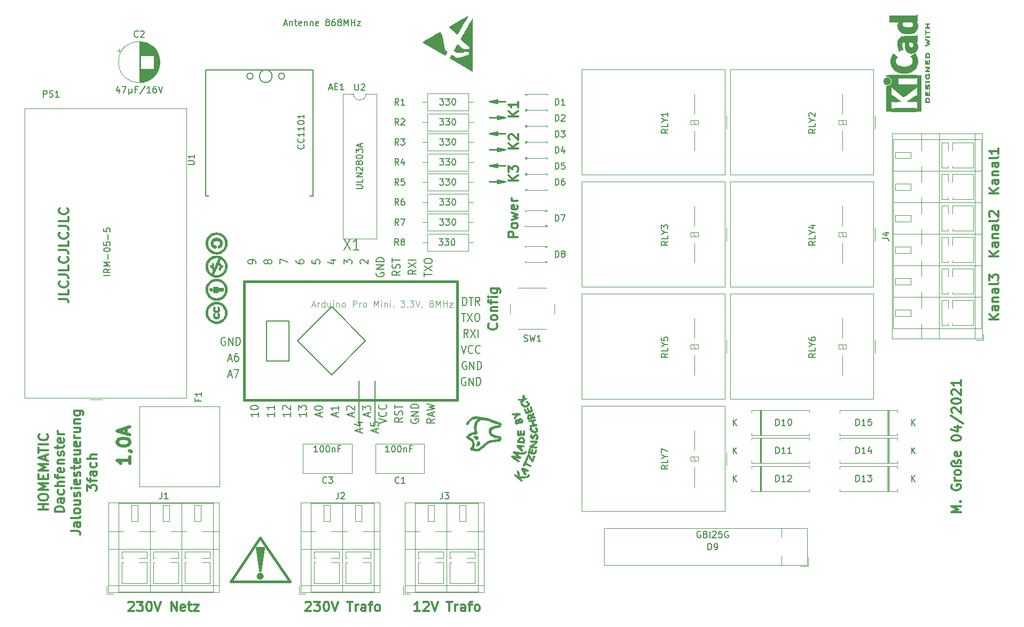
<source format=gbr>
%TF.GenerationSoftware,KiCad,Pcbnew,(5.1.9)-1*%
%TF.CreationDate,2021-04-04T13:29:14+02:00*%
%TF.ProjectId,Rollosteuerung,526f6c6c-6f73-4746-9575-6572756e672e,1.0*%
%TF.SameCoordinates,Original*%
%TF.FileFunction,Legend,Top*%
%TF.FilePolarity,Positive*%
%FSLAX46Y46*%
G04 Gerber Fmt 4.6, Leading zero omitted, Abs format (unit mm)*
G04 Created by KiCad (PCBNEW (5.1.9)-1) date 2021-04-04 13:29:14*
%MOMM*%
%LPD*%
G01*
G04 APERTURE LIST*
%ADD10C,0.300000*%
%ADD11C,0.240000*%
%ADD12C,0.381000*%
%ADD13C,0.010000*%
%ADD14C,0.120000*%
%ADD15C,0.177800*%
%ADD16C,0.152400*%
%ADD17C,0.150000*%
%ADD18C,0.203200*%
%ADD19C,0.101600*%
%ADD20C,0.190500*%
%ADD21C,0.500000*%
G04 APERTURE END LIST*
D10*
X106620571Y-78175571D02*
X107692000Y-78175571D01*
X107906285Y-78247000D01*
X108049142Y-78389857D01*
X108120571Y-78604142D01*
X108120571Y-78747000D01*
X108120571Y-76747000D02*
X108120571Y-77461285D01*
X106620571Y-77461285D01*
X107977714Y-75389857D02*
X108049142Y-75461285D01*
X108120571Y-75675571D01*
X108120571Y-75818428D01*
X108049142Y-76032714D01*
X107906285Y-76175571D01*
X107763428Y-76247000D01*
X107477714Y-76318428D01*
X107263428Y-76318428D01*
X106977714Y-76247000D01*
X106834857Y-76175571D01*
X106692000Y-76032714D01*
X106620571Y-75818428D01*
X106620571Y-75675571D01*
X106692000Y-75461285D01*
X106763428Y-75389857D01*
X106620571Y-74318428D02*
X107692000Y-74318428D01*
X107906285Y-74389857D01*
X108049142Y-74532714D01*
X108120571Y-74747000D01*
X108120571Y-74889857D01*
X108120571Y-72889857D02*
X108120571Y-73604142D01*
X106620571Y-73604142D01*
X107977714Y-71532714D02*
X108049142Y-71604142D01*
X108120571Y-71818428D01*
X108120571Y-71961285D01*
X108049142Y-72175571D01*
X107906285Y-72318428D01*
X107763428Y-72389857D01*
X107477714Y-72461285D01*
X107263428Y-72461285D01*
X106977714Y-72389857D01*
X106834857Y-72318428D01*
X106692000Y-72175571D01*
X106620571Y-71961285D01*
X106620571Y-71818428D01*
X106692000Y-71604142D01*
X106763428Y-71532714D01*
X106620571Y-70461285D02*
X107692000Y-70461285D01*
X107906285Y-70532714D01*
X108049142Y-70675571D01*
X108120571Y-70889857D01*
X108120571Y-71032714D01*
X108120571Y-69032714D02*
X108120571Y-69747000D01*
X106620571Y-69747000D01*
X107977714Y-67675571D02*
X108049142Y-67747000D01*
X108120571Y-67961285D01*
X108120571Y-68104142D01*
X108049142Y-68318428D01*
X107906285Y-68461285D01*
X107763428Y-68532714D01*
X107477714Y-68604142D01*
X107263428Y-68604142D01*
X106977714Y-68532714D01*
X106834857Y-68461285D01*
X106692000Y-68318428D01*
X106620571Y-68104142D01*
X106620571Y-67961285D01*
X106692000Y-67747000D01*
X106763428Y-67675571D01*
X106620571Y-66604142D02*
X107692000Y-66604142D01*
X107906285Y-66675571D01*
X108049142Y-66818428D01*
X108120571Y-67032714D01*
X108120571Y-67175571D01*
X108120571Y-65175571D02*
X108120571Y-65889857D01*
X106620571Y-65889857D01*
X107977714Y-63818428D02*
X108049142Y-63889857D01*
X108120571Y-64104142D01*
X108120571Y-64247000D01*
X108049142Y-64461285D01*
X107906285Y-64604142D01*
X107763428Y-64675571D01*
X107477714Y-64747000D01*
X107263428Y-64747000D01*
X106977714Y-64675571D01*
X106834857Y-64604142D01*
X106692000Y-64461285D01*
X106620571Y-64247000D01*
X106620571Y-64104142D01*
X106692000Y-63889857D01*
X106763428Y-63818428D01*
X179431071Y-59400142D02*
X177931071Y-59400142D01*
X179431071Y-58543000D02*
X178573928Y-59185857D01*
X177931071Y-58543000D02*
X178788214Y-59400142D01*
X177931071Y-58043000D02*
X177931071Y-57114428D01*
X178502500Y-57614428D01*
X178502500Y-57400142D01*
X178573928Y-57257285D01*
X178645357Y-57185857D01*
X178788214Y-57114428D01*
X179145357Y-57114428D01*
X179288214Y-57185857D01*
X179359642Y-57257285D01*
X179431071Y-57400142D01*
X179431071Y-57828714D01*
X179359642Y-57971571D01*
X179288214Y-58043000D01*
X179431071Y-54320142D02*
X177931071Y-54320142D01*
X179431071Y-53463000D02*
X178573928Y-54105857D01*
X177931071Y-53463000D02*
X178788214Y-54320142D01*
X178073928Y-52891571D02*
X178002500Y-52820142D01*
X177931071Y-52677285D01*
X177931071Y-52320142D01*
X178002500Y-52177285D01*
X178073928Y-52105857D01*
X178216785Y-52034428D01*
X178359642Y-52034428D01*
X178573928Y-52105857D01*
X179431071Y-52963000D01*
X179431071Y-52034428D01*
D11*
X176085500Y-57277000D02*
X176085500Y-56769000D01*
X176085500Y-59817000D02*
X177355500Y-59563000D01*
X174815500Y-57023000D02*
X176085500Y-57277000D01*
X177355500Y-59563000D02*
X176085500Y-59309000D01*
X176085500Y-59309000D02*
X176085500Y-59817000D01*
X176085500Y-56769000D02*
X174815500Y-57023000D01*
X177355500Y-57023000D02*
X174815500Y-57023000D01*
X174815500Y-59563000D02*
X177355500Y-59563000D01*
X176085500Y-54229000D02*
X176085500Y-54737000D01*
X176085500Y-51689000D02*
X174815500Y-51943000D01*
X177355500Y-51943000D02*
X174815500Y-51943000D01*
X177355500Y-54483000D02*
X176085500Y-54229000D01*
X176085500Y-52197000D02*
X176085500Y-51689000D01*
X174815500Y-51943000D02*
X176085500Y-52197000D01*
X176085500Y-54737000D02*
X177355500Y-54483000D01*
X174815500Y-54483000D02*
X177355500Y-54483000D01*
X176085500Y-47117000D02*
X176085500Y-46609000D01*
X174815500Y-46863000D02*
X176085500Y-47117000D01*
X176085500Y-46609000D02*
X174815500Y-46863000D01*
X177355500Y-46863000D02*
X174815500Y-46863000D01*
X174815500Y-49403000D02*
X177355500Y-49403000D01*
X176085500Y-49149000D02*
X176085500Y-49657000D01*
X177355500Y-49403000D02*
X176085500Y-49149000D01*
X176085500Y-49657000D02*
X177355500Y-49403000D01*
D10*
X179426071Y-49240142D02*
X177926071Y-49240142D01*
X179426071Y-48383000D02*
X178568928Y-49025857D01*
X177926071Y-48383000D02*
X178783214Y-49240142D01*
X179426071Y-46954428D02*
X179426071Y-47811571D01*
X179426071Y-47383000D02*
X177926071Y-47383000D01*
X178140357Y-47525857D01*
X178283214Y-47668714D01*
X178354642Y-47811571D01*
X179367571Y-68369285D02*
X177867571Y-68369285D01*
X177867571Y-67797857D01*
X177939000Y-67655000D01*
X178010428Y-67583571D01*
X178153285Y-67512142D01*
X178367571Y-67512142D01*
X178510428Y-67583571D01*
X178581857Y-67655000D01*
X178653285Y-67797857D01*
X178653285Y-68369285D01*
X179367571Y-66655000D02*
X179296142Y-66797857D01*
X179224714Y-66869285D01*
X179081857Y-66940714D01*
X178653285Y-66940714D01*
X178510428Y-66869285D01*
X178439000Y-66797857D01*
X178367571Y-66655000D01*
X178367571Y-66440714D01*
X178439000Y-66297857D01*
X178510428Y-66226428D01*
X178653285Y-66155000D01*
X179081857Y-66155000D01*
X179224714Y-66226428D01*
X179296142Y-66297857D01*
X179367571Y-66440714D01*
X179367571Y-66655000D01*
X178367571Y-65655000D02*
X179367571Y-65369285D01*
X178653285Y-65083571D01*
X179367571Y-64797857D01*
X178367571Y-64512142D01*
X179296142Y-63369285D02*
X179367571Y-63512142D01*
X179367571Y-63797857D01*
X179296142Y-63940714D01*
X179153285Y-64012142D01*
X178581857Y-64012142D01*
X178439000Y-63940714D01*
X178367571Y-63797857D01*
X178367571Y-63512142D01*
X178439000Y-63369285D01*
X178581857Y-63297857D01*
X178724714Y-63297857D01*
X178867571Y-64012142D01*
X179367571Y-62655000D02*
X178367571Y-62655000D01*
X178653285Y-62655000D02*
X178510428Y-62583571D01*
X178439000Y-62512142D01*
X178367571Y-62369285D01*
X178367571Y-62226428D01*
X175998914Y-82113142D02*
X176070342Y-82184571D01*
X176141771Y-82398857D01*
X176141771Y-82541714D01*
X176070342Y-82756000D01*
X175927485Y-82898857D01*
X175784628Y-82970285D01*
X175498914Y-83041714D01*
X175284628Y-83041714D01*
X174998914Y-82970285D01*
X174856057Y-82898857D01*
X174713200Y-82756000D01*
X174641771Y-82541714D01*
X174641771Y-82398857D01*
X174713200Y-82184571D01*
X174784628Y-82113142D01*
X176141771Y-81256000D02*
X176070342Y-81398857D01*
X175998914Y-81470285D01*
X175856057Y-81541714D01*
X175427485Y-81541714D01*
X175284628Y-81470285D01*
X175213200Y-81398857D01*
X175141771Y-81256000D01*
X175141771Y-81041714D01*
X175213200Y-80898857D01*
X175284628Y-80827428D01*
X175427485Y-80756000D01*
X175856057Y-80756000D01*
X175998914Y-80827428D01*
X176070342Y-80898857D01*
X176141771Y-81041714D01*
X176141771Y-81256000D01*
X175141771Y-80113142D02*
X176141771Y-80113142D01*
X175284628Y-80113142D02*
X175213200Y-80041714D01*
X175141771Y-79898857D01*
X175141771Y-79684571D01*
X175213200Y-79541714D01*
X175356057Y-79470285D01*
X176141771Y-79470285D01*
X175141771Y-78970285D02*
X175141771Y-78398857D01*
X176141771Y-78756000D02*
X174856057Y-78756000D01*
X174713200Y-78684571D01*
X174641771Y-78541714D01*
X174641771Y-78398857D01*
X176141771Y-77898857D02*
X175141771Y-77898857D01*
X174641771Y-77898857D02*
X174713200Y-77970285D01*
X174784628Y-77898857D01*
X174713200Y-77827428D01*
X174641771Y-77898857D01*
X174784628Y-77898857D01*
X175141771Y-76541714D02*
X176356057Y-76541714D01*
X176498914Y-76613142D01*
X176570342Y-76684571D01*
X176641771Y-76827428D01*
X176641771Y-77041714D01*
X176570342Y-77184571D01*
X176070342Y-76541714D02*
X176141771Y-76684571D01*
X176141771Y-76970285D01*
X176070342Y-77113142D01*
X175998914Y-77184571D01*
X175856057Y-77256000D01*
X175427485Y-77256000D01*
X175284628Y-77184571D01*
X175213200Y-77113142D01*
X175141771Y-76970285D01*
X175141771Y-76684571D01*
X175213200Y-76541714D01*
X255567571Y-81450214D02*
X254067571Y-81450214D01*
X255567571Y-80593071D02*
X254710428Y-81235928D01*
X254067571Y-80593071D02*
X254924714Y-81450214D01*
X255567571Y-79307357D02*
X254781857Y-79307357D01*
X254639000Y-79378785D01*
X254567571Y-79521642D01*
X254567571Y-79807357D01*
X254639000Y-79950214D01*
X255496142Y-79307357D02*
X255567571Y-79450214D01*
X255567571Y-79807357D01*
X255496142Y-79950214D01*
X255353285Y-80021642D01*
X255210428Y-80021642D01*
X255067571Y-79950214D01*
X254996142Y-79807357D01*
X254996142Y-79450214D01*
X254924714Y-79307357D01*
X254567571Y-78593071D02*
X255567571Y-78593071D01*
X254710428Y-78593071D02*
X254639000Y-78521642D01*
X254567571Y-78378785D01*
X254567571Y-78164500D01*
X254639000Y-78021642D01*
X254781857Y-77950214D01*
X255567571Y-77950214D01*
X255567571Y-76593071D02*
X254781857Y-76593071D01*
X254639000Y-76664500D01*
X254567571Y-76807357D01*
X254567571Y-77093071D01*
X254639000Y-77235928D01*
X255496142Y-76593071D02*
X255567571Y-76735928D01*
X255567571Y-77093071D01*
X255496142Y-77235928D01*
X255353285Y-77307357D01*
X255210428Y-77307357D01*
X255067571Y-77235928D01*
X254996142Y-77093071D01*
X254996142Y-76735928D01*
X254924714Y-76593071D01*
X255567571Y-75664500D02*
X255496142Y-75807357D01*
X255353285Y-75878785D01*
X254067571Y-75878785D01*
X254067571Y-75235928D02*
X254067571Y-74307357D01*
X254639000Y-74807357D01*
X254639000Y-74593071D01*
X254710428Y-74450214D01*
X254781857Y-74378785D01*
X254924714Y-74307357D01*
X255281857Y-74307357D01*
X255424714Y-74378785D01*
X255496142Y-74450214D01*
X255567571Y-74593071D01*
X255567571Y-75021642D01*
X255496142Y-75164500D01*
X255424714Y-75235928D01*
X255567571Y-71417214D02*
X254067571Y-71417214D01*
X255567571Y-70560071D02*
X254710428Y-71202928D01*
X254067571Y-70560071D02*
X254924714Y-71417214D01*
X255567571Y-69274357D02*
X254781857Y-69274357D01*
X254639000Y-69345785D01*
X254567571Y-69488642D01*
X254567571Y-69774357D01*
X254639000Y-69917214D01*
X255496142Y-69274357D02*
X255567571Y-69417214D01*
X255567571Y-69774357D01*
X255496142Y-69917214D01*
X255353285Y-69988642D01*
X255210428Y-69988642D01*
X255067571Y-69917214D01*
X254996142Y-69774357D01*
X254996142Y-69417214D01*
X254924714Y-69274357D01*
X254567571Y-68560071D02*
X255567571Y-68560071D01*
X254710428Y-68560071D02*
X254639000Y-68488642D01*
X254567571Y-68345785D01*
X254567571Y-68131500D01*
X254639000Y-67988642D01*
X254781857Y-67917214D01*
X255567571Y-67917214D01*
X255567571Y-66560071D02*
X254781857Y-66560071D01*
X254639000Y-66631500D01*
X254567571Y-66774357D01*
X254567571Y-67060071D01*
X254639000Y-67202928D01*
X255496142Y-66560071D02*
X255567571Y-66702928D01*
X255567571Y-67060071D01*
X255496142Y-67202928D01*
X255353285Y-67274357D01*
X255210428Y-67274357D01*
X255067571Y-67202928D01*
X254996142Y-67060071D01*
X254996142Y-66702928D01*
X254924714Y-66560071D01*
X255567571Y-65631500D02*
X255496142Y-65774357D01*
X255353285Y-65845785D01*
X254067571Y-65845785D01*
X254210428Y-65131500D02*
X254139000Y-65060071D01*
X254067571Y-64917214D01*
X254067571Y-64560071D01*
X254139000Y-64417214D01*
X254210428Y-64345785D01*
X254353285Y-64274357D01*
X254496142Y-64274357D01*
X254710428Y-64345785D01*
X255567571Y-65202928D01*
X255567571Y-64274357D01*
X255567571Y-61447714D02*
X254067571Y-61447714D01*
X255567571Y-60590571D02*
X254710428Y-61233428D01*
X254067571Y-60590571D02*
X254924714Y-61447714D01*
X255567571Y-59304857D02*
X254781857Y-59304857D01*
X254639000Y-59376285D01*
X254567571Y-59519142D01*
X254567571Y-59804857D01*
X254639000Y-59947714D01*
X255496142Y-59304857D02*
X255567571Y-59447714D01*
X255567571Y-59804857D01*
X255496142Y-59947714D01*
X255353285Y-60019142D01*
X255210428Y-60019142D01*
X255067571Y-59947714D01*
X254996142Y-59804857D01*
X254996142Y-59447714D01*
X254924714Y-59304857D01*
X254567571Y-58590571D02*
X255567571Y-58590571D01*
X254710428Y-58590571D02*
X254639000Y-58519142D01*
X254567571Y-58376285D01*
X254567571Y-58162000D01*
X254639000Y-58019142D01*
X254781857Y-57947714D01*
X255567571Y-57947714D01*
X255567571Y-56590571D02*
X254781857Y-56590571D01*
X254639000Y-56662000D01*
X254567571Y-56804857D01*
X254567571Y-57090571D01*
X254639000Y-57233428D01*
X255496142Y-56590571D02*
X255567571Y-56733428D01*
X255567571Y-57090571D01*
X255496142Y-57233428D01*
X255353285Y-57304857D01*
X255210428Y-57304857D01*
X255067571Y-57233428D01*
X254996142Y-57090571D01*
X254996142Y-56733428D01*
X254924714Y-56590571D01*
X255567571Y-55662000D02*
X255496142Y-55804857D01*
X255353285Y-55876285D01*
X254067571Y-55876285D01*
X255567571Y-54304857D02*
X255567571Y-55162000D01*
X255567571Y-54733428D02*
X254067571Y-54733428D01*
X254281857Y-54876285D01*
X254424714Y-55019142D01*
X254496142Y-55162000D01*
X249598571Y-112028571D02*
X248098571Y-112028571D01*
X249170000Y-111528571D01*
X248098571Y-111028571D01*
X249598571Y-111028571D01*
X249455714Y-110314285D02*
X249527142Y-110242857D01*
X249598571Y-110314285D01*
X249527142Y-110385714D01*
X249455714Y-110314285D01*
X249598571Y-110314285D01*
X248170000Y-107671428D02*
X248098571Y-107814285D01*
X248098571Y-108028571D01*
X248170000Y-108242857D01*
X248312857Y-108385714D01*
X248455714Y-108457142D01*
X248741428Y-108528571D01*
X248955714Y-108528571D01*
X249241428Y-108457142D01*
X249384285Y-108385714D01*
X249527142Y-108242857D01*
X249598571Y-108028571D01*
X249598571Y-107885714D01*
X249527142Y-107671428D01*
X249455714Y-107600000D01*
X248955714Y-107600000D01*
X248955714Y-107885714D01*
X249598571Y-106957142D02*
X248598571Y-106957142D01*
X248884285Y-106957142D02*
X248741428Y-106885714D01*
X248670000Y-106814285D01*
X248598571Y-106671428D01*
X248598571Y-106528571D01*
X249598571Y-105814285D02*
X249527142Y-105957142D01*
X249455714Y-106028571D01*
X249312857Y-106100000D01*
X248884285Y-106100000D01*
X248741428Y-106028571D01*
X248670000Y-105957142D01*
X248598571Y-105814285D01*
X248598571Y-105600000D01*
X248670000Y-105457142D01*
X248741428Y-105385714D01*
X248884285Y-105314285D01*
X249312857Y-105314285D01*
X249455714Y-105385714D01*
X249527142Y-105457142D01*
X249598571Y-105600000D01*
X249598571Y-105814285D01*
X249598571Y-104671428D02*
X248384285Y-104671428D01*
X248241428Y-104600000D01*
X248170000Y-104528571D01*
X248098571Y-104385714D01*
X248098571Y-104171428D01*
X248170000Y-104028571D01*
X248241428Y-103957142D01*
X248384285Y-103885714D01*
X248598571Y-103885714D01*
X248598571Y-104100000D01*
X248670000Y-104242857D01*
X248812857Y-104314285D01*
X248884285Y-104314285D01*
X249027142Y-104242857D01*
X249098571Y-104100000D01*
X249098571Y-103885714D01*
X249170000Y-103742857D01*
X249312857Y-103671428D01*
X249384285Y-103671428D01*
X249527142Y-103742857D01*
X249598571Y-103885714D01*
X249598571Y-104171428D01*
X249527142Y-104314285D01*
X249527142Y-102457142D02*
X249598571Y-102600000D01*
X249598571Y-102885714D01*
X249527142Y-103028571D01*
X249384285Y-103100000D01*
X248812857Y-103100000D01*
X248670000Y-103028571D01*
X248598571Y-102885714D01*
X248598571Y-102600000D01*
X248670000Y-102457142D01*
X248812857Y-102385714D01*
X248955714Y-102385714D01*
X249098571Y-103100000D01*
X248098571Y-100314285D02*
X248098571Y-100171428D01*
X248170000Y-100028571D01*
X248241428Y-99957142D01*
X248384285Y-99885714D01*
X248670000Y-99814285D01*
X249027142Y-99814285D01*
X249312857Y-99885714D01*
X249455714Y-99957142D01*
X249527142Y-100028571D01*
X249598571Y-100171428D01*
X249598571Y-100314285D01*
X249527142Y-100457142D01*
X249455714Y-100528571D01*
X249312857Y-100600000D01*
X249027142Y-100671428D01*
X248670000Y-100671428D01*
X248384285Y-100600000D01*
X248241428Y-100528571D01*
X248170000Y-100457142D01*
X248098571Y-100314285D01*
X248598571Y-98528571D02*
X249598571Y-98528571D01*
X248027142Y-98885714D02*
X249098571Y-99242857D01*
X249098571Y-98314285D01*
X248027142Y-96671428D02*
X249955714Y-97957142D01*
X248241428Y-96242857D02*
X248170000Y-96171428D01*
X248098571Y-96028571D01*
X248098571Y-95671428D01*
X248170000Y-95528571D01*
X248241428Y-95457142D01*
X248384285Y-95385714D01*
X248527142Y-95385714D01*
X248741428Y-95457142D01*
X249598571Y-96314285D01*
X249598571Y-95385714D01*
X248098571Y-94457142D02*
X248098571Y-94314285D01*
X248170000Y-94171428D01*
X248241428Y-94100000D01*
X248384285Y-94028571D01*
X248670000Y-93957142D01*
X249027142Y-93957142D01*
X249312857Y-94028571D01*
X249455714Y-94100000D01*
X249527142Y-94171428D01*
X249598571Y-94314285D01*
X249598571Y-94457142D01*
X249527142Y-94600000D01*
X249455714Y-94671428D01*
X249312857Y-94742857D01*
X249027142Y-94814285D01*
X248670000Y-94814285D01*
X248384285Y-94742857D01*
X248241428Y-94671428D01*
X248170000Y-94600000D01*
X248098571Y-94457142D01*
X248241428Y-93385714D02*
X248170000Y-93314285D01*
X248098571Y-93171428D01*
X248098571Y-92814285D01*
X248170000Y-92671428D01*
X248241428Y-92600000D01*
X248384285Y-92528571D01*
X248527142Y-92528571D01*
X248741428Y-92600000D01*
X249598571Y-93457142D01*
X249598571Y-92528571D01*
X249598571Y-91100000D02*
X249598571Y-91957142D01*
X249598571Y-91528571D02*
X248098571Y-91528571D01*
X248312857Y-91671428D01*
X248455714Y-91814285D01*
X248527142Y-91957142D01*
X104930571Y-111592571D02*
X103430571Y-111592571D01*
X104144857Y-111592571D02*
X104144857Y-110735428D01*
X104930571Y-110735428D02*
X103430571Y-110735428D01*
X103430571Y-109735428D02*
X103430571Y-109449714D01*
X103502000Y-109306857D01*
X103644857Y-109164000D01*
X103930571Y-109092571D01*
X104430571Y-109092571D01*
X104716285Y-109164000D01*
X104859142Y-109306857D01*
X104930571Y-109449714D01*
X104930571Y-109735428D01*
X104859142Y-109878285D01*
X104716285Y-110021142D01*
X104430571Y-110092571D01*
X103930571Y-110092571D01*
X103644857Y-110021142D01*
X103502000Y-109878285D01*
X103430571Y-109735428D01*
X104930571Y-108449714D02*
X103430571Y-108449714D01*
X104502000Y-107949714D01*
X103430571Y-107449714D01*
X104930571Y-107449714D01*
X104144857Y-106735428D02*
X104144857Y-106235428D01*
X104930571Y-106021142D02*
X104930571Y-106735428D01*
X103430571Y-106735428D01*
X103430571Y-106021142D01*
X104930571Y-105378285D02*
X103430571Y-105378285D01*
X104502000Y-104878285D01*
X103430571Y-104378285D01*
X104930571Y-104378285D01*
X104502000Y-103735428D02*
X104502000Y-103021142D01*
X104930571Y-103878285D02*
X103430571Y-103378285D01*
X104930571Y-102878285D01*
X103430571Y-102592571D02*
X103430571Y-101735428D01*
X104930571Y-102164000D02*
X103430571Y-102164000D01*
X104930571Y-101235428D02*
X103430571Y-101235428D01*
X104787714Y-99664000D02*
X104859142Y-99735428D01*
X104930571Y-99949714D01*
X104930571Y-100092571D01*
X104859142Y-100306857D01*
X104716285Y-100449714D01*
X104573428Y-100521142D01*
X104287714Y-100592571D01*
X104073428Y-100592571D01*
X103787714Y-100521142D01*
X103644857Y-100449714D01*
X103502000Y-100306857D01*
X103430571Y-100092571D01*
X103430571Y-99949714D01*
X103502000Y-99735428D01*
X103573428Y-99664000D01*
X107480571Y-111949714D02*
X105980571Y-111949714D01*
X105980571Y-111592571D01*
X106052000Y-111378285D01*
X106194857Y-111235428D01*
X106337714Y-111163999D01*
X106623428Y-111092571D01*
X106837714Y-111092571D01*
X107123428Y-111163999D01*
X107266285Y-111235428D01*
X107409142Y-111378285D01*
X107480571Y-111592571D01*
X107480571Y-111949714D01*
X107480571Y-109806857D02*
X106694857Y-109806857D01*
X106552000Y-109878285D01*
X106480571Y-110021142D01*
X106480571Y-110306857D01*
X106552000Y-110449714D01*
X107409142Y-109806857D02*
X107480571Y-109949714D01*
X107480571Y-110306857D01*
X107409142Y-110449714D01*
X107266285Y-110521142D01*
X107123428Y-110521142D01*
X106980571Y-110449714D01*
X106909142Y-110306857D01*
X106909142Y-109949714D01*
X106837714Y-109806857D01*
X107409142Y-108449714D02*
X107480571Y-108592571D01*
X107480571Y-108878285D01*
X107409142Y-109021142D01*
X107337714Y-109092571D01*
X107194857Y-109163999D01*
X106766285Y-109163999D01*
X106623428Y-109092571D01*
X106552000Y-109021142D01*
X106480571Y-108878285D01*
X106480571Y-108592571D01*
X106552000Y-108449714D01*
X107480571Y-107806857D02*
X105980571Y-107806857D01*
X107480571Y-107163999D02*
X106694857Y-107163999D01*
X106552000Y-107235428D01*
X106480571Y-107378285D01*
X106480571Y-107592571D01*
X106552000Y-107735428D01*
X106623428Y-107806857D01*
X106480571Y-106663999D02*
X106480571Y-106092571D01*
X107480571Y-106449714D02*
X106194857Y-106449714D01*
X106052000Y-106378285D01*
X105980571Y-106235428D01*
X105980571Y-106092571D01*
X107409142Y-105021142D02*
X107480571Y-105163999D01*
X107480571Y-105449714D01*
X107409142Y-105592571D01*
X107266285Y-105663999D01*
X106694857Y-105663999D01*
X106552000Y-105592571D01*
X106480571Y-105449714D01*
X106480571Y-105163999D01*
X106552000Y-105021142D01*
X106694857Y-104949714D01*
X106837714Y-104949714D01*
X106980571Y-105663999D01*
X106480571Y-104306857D02*
X107480571Y-104306857D01*
X106623428Y-104306857D02*
X106552000Y-104235428D01*
X106480571Y-104092571D01*
X106480571Y-103878285D01*
X106552000Y-103735428D01*
X106694857Y-103664000D01*
X107480571Y-103664000D01*
X107409142Y-103021142D02*
X107480571Y-102878285D01*
X107480571Y-102592571D01*
X107409142Y-102449714D01*
X107266285Y-102378285D01*
X107194857Y-102378285D01*
X107052000Y-102449714D01*
X106980571Y-102592571D01*
X106980571Y-102806857D01*
X106909142Y-102949714D01*
X106766285Y-103021142D01*
X106694857Y-103021142D01*
X106552000Y-102949714D01*
X106480571Y-102806857D01*
X106480571Y-102592571D01*
X106552000Y-102449714D01*
X106480571Y-101949714D02*
X106480571Y-101378285D01*
X105980571Y-101735428D02*
X107266285Y-101735428D01*
X107409142Y-101663999D01*
X107480571Y-101521142D01*
X107480571Y-101378285D01*
X107409142Y-100306857D02*
X107480571Y-100449714D01*
X107480571Y-100735428D01*
X107409142Y-100878285D01*
X107266285Y-100949714D01*
X106694857Y-100949714D01*
X106552000Y-100878285D01*
X106480571Y-100735428D01*
X106480571Y-100449714D01*
X106552000Y-100306857D01*
X106694857Y-100235428D01*
X106837714Y-100235428D01*
X106980571Y-100949714D01*
X107480571Y-99592571D02*
X106480571Y-99592571D01*
X106766285Y-99592571D02*
X106623428Y-99521142D01*
X106552000Y-99449714D01*
X106480571Y-99306857D01*
X106480571Y-99164000D01*
X108530571Y-114985428D02*
X109602000Y-114985428D01*
X109816285Y-115056857D01*
X109959142Y-115199714D01*
X110030571Y-115414000D01*
X110030571Y-115556857D01*
X110030571Y-113628285D02*
X109244857Y-113628285D01*
X109102000Y-113699714D01*
X109030571Y-113842571D01*
X109030571Y-114128285D01*
X109102000Y-114271142D01*
X109959142Y-113628285D02*
X110030571Y-113771142D01*
X110030571Y-114128285D01*
X109959142Y-114271142D01*
X109816285Y-114342571D01*
X109673428Y-114342571D01*
X109530571Y-114271142D01*
X109459142Y-114128285D01*
X109459142Y-113771142D01*
X109387714Y-113628285D01*
X110030571Y-112699714D02*
X109959142Y-112842571D01*
X109816285Y-112914000D01*
X108530571Y-112914000D01*
X110030571Y-111914000D02*
X109959142Y-112056857D01*
X109887714Y-112128285D01*
X109744857Y-112199714D01*
X109316285Y-112199714D01*
X109173428Y-112128285D01*
X109102000Y-112056857D01*
X109030571Y-111914000D01*
X109030571Y-111699714D01*
X109102000Y-111556857D01*
X109173428Y-111485428D01*
X109316285Y-111414000D01*
X109744857Y-111414000D01*
X109887714Y-111485428D01*
X109959142Y-111556857D01*
X110030571Y-111699714D01*
X110030571Y-111914000D01*
X109030571Y-110128285D02*
X110030571Y-110128285D01*
X109030571Y-110771142D02*
X109816285Y-110771142D01*
X109959142Y-110699714D01*
X110030571Y-110556857D01*
X110030571Y-110342571D01*
X109959142Y-110199714D01*
X109887714Y-110128285D01*
X109959142Y-109485428D02*
X110030571Y-109342571D01*
X110030571Y-109056857D01*
X109959142Y-108914000D01*
X109816285Y-108842571D01*
X109744857Y-108842571D01*
X109602000Y-108914000D01*
X109530571Y-109056857D01*
X109530571Y-109271142D01*
X109459142Y-109414000D01*
X109316285Y-109485428D01*
X109244857Y-109485428D01*
X109102000Y-109414000D01*
X109030571Y-109271142D01*
X109030571Y-109056857D01*
X109102000Y-108914000D01*
X110030571Y-108199714D02*
X109030571Y-108199714D01*
X108530571Y-108199714D02*
X108602000Y-108271142D01*
X108673428Y-108199714D01*
X108602000Y-108128285D01*
X108530571Y-108199714D01*
X108673428Y-108199714D01*
X109959142Y-106914000D02*
X110030571Y-107056857D01*
X110030571Y-107342571D01*
X109959142Y-107485428D01*
X109816285Y-107556857D01*
X109244857Y-107556857D01*
X109102000Y-107485428D01*
X109030571Y-107342571D01*
X109030571Y-107056857D01*
X109102000Y-106914000D01*
X109244857Y-106842571D01*
X109387714Y-106842571D01*
X109530571Y-107556857D01*
X109959142Y-106271142D02*
X110030571Y-106128285D01*
X110030571Y-105842571D01*
X109959142Y-105699714D01*
X109816285Y-105628285D01*
X109744857Y-105628285D01*
X109602000Y-105699714D01*
X109530571Y-105842571D01*
X109530571Y-106056857D01*
X109459142Y-106199714D01*
X109316285Y-106271142D01*
X109244857Y-106271142D01*
X109102000Y-106199714D01*
X109030571Y-106056857D01*
X109030571Y-105842571D01*
X109102000Y-105699714D01*
X109030571Y-105199714D02*
X109030571Y-104628285D01*
X108530571Y-104985428D02*
X109816285Y-104985428D01*
X109959142Y-104914000D01*
X110030571Y-104771142D01*
X110030571Y-104628285D01*
X109959142Y-103556857D02*
X110030571Y-103699714D01*
X110030571Y-103985428D01*
X109959142Y-104128285D01*
X109816285Y-104199714D01*
X109244857Y-104199714D01*
X109102000Y-104128285D01*
X109030571Y-103985428D01*
X109030571Y-103699714D01*
X109102000Y-103556857D01*
X109244857Y-103485428D01*
X109387714Y-103485428D01*
X109530571Y-104199714D01*
X109030571Y-102199714D02*
X110030571Y-102199714D01*
X109030571Y-102842571D02*
X109816285Y-102842571D01*
X109959142Y-102771142D01*
X110030571Y-102628285D01*
X110030571Y-102414000D01*
X109959142Y-102271142D01*
X109887714Y-102199714D01*
X109959142Y-100914000D02*
X110030571Y-101056857D01*
X110030571Y-101342571D01*
X109959142Y-101485428D01*
X109816285Y-101556857D01*
X109244857Y-101556857D01*
X109102000Y-101485428D01*
X109030571Y-101342571D01*
X109030571Y-101056857D01*
X109102000Y-100914000D01*
X109244857Y-100842571D01*
X109387714Y-100842571D01*
X109530571Y-101556857D01*
X110030571Y-100199714D02*
X109030571Y-100199714D01*
X109316285Y-100199714D02*
X109173428Y-100128285D01*
X109102000Y-100056857D01*
X109030571Y-99914000D01*
X109030571Y-99771142D01*
X109030571Y-98628285D02*
X110030571Y-98628285D01*
X109030571Y-99271142D02*
X109816285Y-99271142D01*
X109959142Y-99199714D01*
X110030571Y-99056857D01*
X110030571Y-98842571D01*
X109959142Y-98699714D01*
X109887714Y-98628285D01*
X109030571Y-97914000D02*
X110030571Y-97914000D01*
X109173428Y-97914000D02*
X109102000Y-97842571D01*
X109030571Y-97699714D01*
X109030571Y-97485428D01*
X109102000Y-97342571D01*
X109244857Y-97271142D01*
X110030571Y-97271142D01*
X109030571Y-95914000D02*
X110244857Y-95914000D01*
X110387714Y-95985428D01*
X110459142Y-96056857D01*
X110530571Y-96199714D01*
X110530571Y-96414000D01*
X110459142Y-96556857D01*
X109959142Y-95914000D02*
X110030571Y-96056857D01*
X110030571Y-96342571D01*
X109959142Y-96485428D01*
X109887714Y-96556857D01*
X109744857Y-96628285D01*
X109316285Y-96628285D01*
X109173428Y-96556857D01*
X109102000Y-96485428D01*
X109030571Y-96342571D01*
X109030571Y-96056857D01*
X109102000Y-95914000D01*
X111080571Y-108592571D02*
X111080571Y-107664000D01*
X111652000Y-108164000D01*
X111652000Y-107949714D01*
X111723428Y-107806857D01*
X111794857Y-107735428D01*
X111937714Y-107664000D01*
X112294857Y-107664000D01*
X112437714Y-107735428D01*
X112509142Y-107806857D01*
X112580571Y-107949714D01*
X112580571Y-108378285D01*
X112509142Y-108521142D01*
X112437714Y-108592571D01*
X111580571Y-107235428D02*
X111580571Y-106664000D01*
X112580571Y-107021142D02*
X111294857Y-107021142D01*
X111152000Y-106949714D01*
X111080571Y-106806857D01*
X111080571Y-106664000D01*
X112580571Y-105521142D02*
X111794857Y-105521142D01*
X111652000Y-105592571D01*
X111580571Y-105735428D01*
X111580571Y-106021142D01*
X111652000Y-106164000D01*
X112509142Y-105521142D02*
X112580571Y-105664000D01*
X112580571Y-106021142D01*
X112509142Y-106164000D01*
X112366285Y-106235428D01*
X112223428Y-106235428D01*
X112080571Y-106164000D01*
X112009142Y-106021142D01*
X112009142Y-105664000D01*
X111937714Y-105521142D01*
X112509142Y-104164000D02*
X112580571Y-104306857D01*
X112580571Y-104592571D01*
X112509142Y-104735428D01*
X112437714Y-104806857D01*
X112294857Y-104878285D01*
X111866285Y-104878285D01*
X111723428Y-104806857D01*
X111652000Y-104735428D01*
X111580571Y-104592571D01*
X111580571Y-104306857D01*
X111652000Y-104164000D01*
X112580571Y-103521142D02*
X111080571Y-103521142D01*
X112580571Y-102878285D02*
X111794857Y-102878285D01*
X111652000Y-102949714D01*
X111580571Y-103092571D01*
X111580571Y-103306857D01*
X111652000Y-103449714D01*
X111723428Y-103521142D01*
D12*
%TO.C,REF\u002A\u002A*%
X138023600Y-117703600D02*
X138531600Y-117703600D01*
X138531600Y-121259600D02*
X138023600Y-117703600D01*
X139039600Y-117703600D02*
X138531600Y-121259600D01*
X138531600Y-117703600D02*
X139039600Y-117703600D01*
X138531600Y-121132600D02*
X138658600Y-117703600D01*
X138531600Y-121259600D02*
X138404600Y-117703600D01*
X138890810Y-122148600D02*
G75*
G03*
X138890810Y-122148600I-359210J0D01*
G01*
X138658600Y-122148600D02*
G75*
G03*
X138658600Y-122148600I-127000J0D01*
G01*
X133832600Y-123037600D02*
X138531600Y-116052600D01*
X143230600Y-123037600D02*
X133832600Y-123037600D01*
X138531600Y-116052600D02*
X143230600Y-123037600D01*
D13*
%TO.C,G\u002A\u002A\u002A*%
G36*
X130702908Y-69247537D02*
G01*
X130722343Y-69123164D01*
X130736392Y-69070356D01*
X130801606Y-68920837D01*
X130896163Y-68789743D01*
X131016748Y-68679683D01*
X131160048Y-68593263D01*
X131322749Y-68533091D01*
X131452132Y-68507203D01*
X131646657Y-68496567D01*
X131829556Y-68517529D01*
X131997875Y-68569370D01*
X132148658Y-68651373D01*
X132198424Y-68688418D01*
X132324147Y-68812095D01*
X132420440Y-68955219D01*
X132485961Y-69114260D01*
X132519365Y-69285688D01*
X132519307Y-69465972D01*
X132513412Y-69515485D01*
X132473754Y-69668737D01*
X132403164Y-69807040D01*
X132305294Y-69926439D01*
X132183792Y-70022977D01*
X132042308Y-70092696D01*
X131957536Y-70118120D01*
X131862286Y-70140642D01*
X131862286Y-69712794D01*
X131941810Y-69692769D01*
X132018170Y-69657828D01*
X132086618Y-69598933D01*
X132135550Y-69527227D01*
X132147773Y-69494975D01*
X132155324Y-69449593D01*
X132160232Y-69384599D01*
X132161337Y-69334770D01*
X132146945Y-69226139D01*
X132102985Y-69135544D01*
X132027288Y-69059468D01*
X131967772Y-69020486D01*
X131857879Y-68972957D01*
X131733405Y-68944308D01*
X131601910Y-68933967D01*
X131470952Y-68941363D01*
X131348091Y-68965924D01*
X131240885Y-69007079D01*
X131156895Y-69064254D01*
X131138429Y-69083213D01*
X131082796Y-69172717D01*
X131053851Y-69278875D01*
X131052474Y-69392830D01*
X131079548Y-69505728D01*
X131093194Y-69537738D01*
X131136748Y-69598482D01*
X131200185Y-69651553D01*
X131269629Y-69686474D01*
X131299479Y-69693520D01*
X131333802Y-69691073D01*
X131350275Y-69665104D01*
X131353908Y-69648969D01*
X131358749Y-69629216D01*
X131367016Y-69620782D01*
X131383068Y-69626534D01*
X131411262Y-69649341D01*
X131455959Y-69692069D01*
X131521516Y-69757586D01*
X131526265Y-69762362D01*
X131689172Y-69926200D01*
X131526265Y-70090080D01*
X131363357Y-70253961D01*
X131354286Y-70194402D01*
X131344169Y-70156050D01*
X131321703Y-70132736D01*
X131276267Y-70114678D01*
X131263571Y-70110861D01*
X131096692Y-70047212D01*
X130959130Y-69962587D01*
X130850090Y-69856254D01*
X130768777Y-69727481D01*
X130725555Y-69615886D01*
X130704237Y-69507879D01*
X130696781Y-69380436D01*
X130702908Y-69247537D01*
G37*
X130702908Y-69247537D02*
X130722343Y-69123164D01*
X130736392Y-69070356D01*
X130801606Y-68920837D01*
X130896163Y-68789743D01*
X131016748Y-68679683D01*
X131160048Y-68593263D01*
X131322749Y-68533091D01*
X131452132Y-68507203D01*
X131646657Y-68496567D01*
X131829556Y-68517529D01*
X131997875Y-68569370D01*
X132148658Y-68651373D01*
X132198424Y-68688418D01*
X132324147Y-68812095D01*
X132420440Y-68955219D01*
X132485961Y-69114260D01*
X132519365Y-69285688D01*
X132519307Y-69465972D01*
X132513412Y-69515485D01*
X132473754Y-69668737D01*
X132403164Y-69807040D01*
X132305294Y-69926439D01*
X132183792Y-70022977D01*
X132042308Y-70092696D01*
X131957536Y-70118120D01*
X131862286Y-70140642D01*
X131862286Y-69712794D01*
X131941810Y-69692769D01*
X132018170Y-69657828D01*
X132086618Y-69598933D01*
X132135550Y-69527227D01*
X132147773Y-69494975D01*
X132155324Y-69449593D01*
X132160232Y-69384599D01*
X132161337Y-69334770D01*
X132146945Y-69226139D01*
X132102985Y-69135544D01*
X132027288Y-69059468D01*
X131967772Y-69020486D01*
X131857879Y-68972957D01*
X131733405Y-68944308D01*
X131601910Y-68933967D01*
X131470952Y-68941363D01*
X131348091Y-68965924D01*
X131240885Y-69007079D01*
X131156895Y-69064254D01*
X131138429Y-69083213D01*
X131082796Y-69172717D01*
X131053851Y-69278875D01*
X131052474Y-69392830D01*
X131079548Y-69505728D01*
X131093194Y-69537738D01*
X131136748Y-69598482D01*
X131200185Y-69651553D01*
X131269629Y-69686474D01*
X131299479Y-69693520D01*
X131333802Y-69691073D01*
X131350275Y-69665104D01*
X131353908Y-69648969D01*
X131358749Y-69629216D01*
X131367016Y-69620782D01*
X131383068Y-69626534D01*
X131411262Y-69649341D01*
X131455959Y-69692069D01*
X131521516Y-69757586D01*
X131526265Y-69762362D01*
X131689172Y-69926200D01*
X131526265Y-70090080D01*
X131363357Y-70253961D01*
X131354286Y-70194402D01*
X131344169Y-70156050D01*
X131321703Y-70132736D01*
X131276267Y-70114678D01*
X131263571Y-70110861D01*
X131096692Y-70047212D01*
X130959130Y-69962587D01*
X130850090Y-69856254D01*
X130768777Y-69727481D01*
X130725555Y-69615886D01*
X130704237Y-69507879D01*
X130696781Y-69380436D01*
X130702908Y-69247537D01*
G36*
X130490794Y-76638029D02*
G01*
X130520599Y-76560266D01*
X130548972Y-76524033D01*
X130614539Y-76481685D01*
X130695013Y-76463120D01*
X130779491Y-76467625D01*
X130857067Y-76494487D01*
X130916836Y-76542994D01*
X130920939Y-76548355D01*
X130951028Y-76613656D01*
X130964477Y-76695463D01*
X130959044Y-76776974D01*
X130954075Y-76796666D01*
X130921222Y-76862536D01*
X130867437Y-76904796D01*
X130788536Y-76925864D01*
X130724515Y-76929343D01*
X130657692Y-76927525D01*
X130614382Y-76919476D01*
X130581889Y-76901301D01*
X130555939Y-76877644D01*
X130508675Y-76807479D01*
X130486890Y-76724021D01*
X130490794Y-76638029D01*
G37*
X130490794Y-76638029D02*
X130520599Y-76560266D01*
X130548972Y-76524033D01*
X130614539Y-76481685D01*
X130695013Y-76463120D01*
X130779491Y-76467625D01*
X130857067Y-76494487D01*
X130916836Y-76542994D01*
X130920939Y-76548355D01*
X130951028Y-76613656D01*
X130964477Y-76695463D01*
X130959044Y-76776974D01*
X130954075Y-76796666D01*
X130921222Y-76862536D01*
X130867437Y-76904796D01*
X130788536Y-76925864D01*
X130724515Y-76929343D01*
X130657692Y-76927525D01*
X130614382Y-76919476D01*
X130581889Y-76901301D01*
X130555939Y-76877644D01*
X130508675Y-76807479D01*
X130486890Y-76724021D01*
X130490794Y-76638029D01*
G36*
X131064335Y-76563975D02*
G01*
X131065542Y-76461761D01*
X131067925Y-76386667D01*
X131071789Y-76334111D01*
X131077437Y-76299515D01*
X131085174Y-76278296D01*
X131092510Y-76268425D01*
X131107294Y-76258573D01*
X131132400Y-76251220D01*
X131172604Y-76246026D01*
X131232681Y-76242649D01*
X131317407Y-76240747D01*
X131431559Y-76239980D01*
X131491653Y-76239915D01*
X131862286Y-76239915D01*
X131862286Y-76439486D01*
X132696857Y-76439486D01*
X132696857Y-76965629D01*
X131862286Y-76965629D01*
X131862286Y-77165200D01*
X131493169Y-77165200D01*
X131367306Y-77164941D01*
X131272727Y-77163888D01*
X131204434Y-77161623D01*
X131157429Y-77157733D01*
X131126711Y-77151802D01*
X131107283Y-77143413D01*
X131094144Y-77132152D01*
X131094026Y-77132022D01*
X131084071Y-77116959D01*
X131076549Y-77093554D01*
X131071132Y-77057090D01*
X131067495Y-77002852D01*
X131065312Y-76926121D01*
X131064256Y-76822183D01*
X131064000Y-76697889D01*
X131064335Y-76563975D01*
G37*
X131064335Y-76563975D02*
X131065542Y-76461761D01*
X131067925Y-76386667D01*
X131071789Y-76334111D01*
X131077437Y-76299515D01*
X131085174Y-76278296D01*
X131092510Y-76268425D01*
X131107294Y-76258573D01*
X131132400Y-76251220D01*
X131172604Y-76246026D01*
X131232681Y-76242649D01*
X131317407Y-76240747D01*
X131431559Y-76239980D01*
X131491653Y-76239915D01*
X131862286Y-76239915D01*
X131862286Y-76439486D01*
X132696857Y-76439486D01*
X132696857Y-76965629D01*
X131862286Y-76965629D01*
X131862286Y-77165200D01*
X131493169Y-77165200D01*
X131367306Y-77164941D01*
X131272727Y-77163888D01*
X131204434Y-77161623D01*
X131157429Y-77157733D01*
X131126711Y-77151802D01*
X131107283Y-77143413D01*
X131094144Y-77132152D01*
X131094026Y-77132022D01*
X131084071Y-77116959D01*
X131076549Y-77093554D01*
X131071132Y-77057090D01*
X131067495Y-77002852D01*
X131065312Y-76926121D01*
X131064256Y-76822183D01*
X131064000Y-76697889D01*
X131064335Y-76563975D01*
G36*
X131066204Y-79804338D02*
G01*
X131080754Y-79697750D01*
X131108007Y-79606124D01*
X131124349Y-79572869D01*
X131162177Y-79518315D01*
X131206834Y-79468188D01*
X131250907Y-79429281D01*
X131286981Y-79408384D01*
X131303937Y-79408365D01*
X131319341Y-79428331D01*
X131344670Y-79471201D01*
X131370770Y-79520558D01*
X131422729Y-79623557D01*
X131378347Y-79656976D01*
X131339634Y-79697014D01*
X131306273Y-79748536D01*
X131304779Y-79751597D01*
X131287370Y-79826699D01*
X131300713Y-79902294D01*
X131341468Y-79967066D01*
X131376756Y-79995465D01*
X131464561Y-80031404D01*
X131564552Y-80044791D01*
X131665932Y-80036494D01*
X131757902Y-80007382D01*
X131828867Y-79959125D01*
X131860969Y-79920600D01*
X131876281Y-79879168D01*
X131880413Y-79818933D01*
X131880429Y-79813060D01*
X131877564Y-79753227D01*
X131864248Y-79712713D01*
X131833400Y-79674706D01*
X131814382Y-79656266D01*
X131748335Y-79593976D01*
X131790826Y-79503254D01*
X131816896Y-79451390D01*
X131838765Y-79414468D01*
X131848124Y-79403383D01*
X131873789Y-79406981D01*
X131913255Y-79433632D01*
X131959528Y-79476653D01*
X132005616Y-79529361D01*
X132044524Y-79585072D01*
X132052114Y-79598326D01*
X132092178Y-79703246D01*
X132111238Y-79823988D01*
X132108033Y-79945930D01*
X132089493Y-80031772D01*
X132035284Y-80141740D01*
X131950930Y-80232845D01*
X131849249Y-80297578D01*
X131790917Y-80323470D01*
X131737976Y-80338745D01*
X131676803Y-80346034D01*
X131593776Y-80347972D01*
X131588534Y-80347976D01*
X131505801Y-80346455D01*
X131445821Y-80340052D01*
X131395127Y-80326006D01*
X131340247Y-80301554D01*
X131325301Y-80294007D01*
X131221219Y-80223596D01*
X131139783Y-80133068D01*
X131087076Y-80029523D01*
X131080640Y-80008330D01*
X131065714Y-79912370D01*
X131066204Y-79804338D01*
G37*
X131066204Y-79804338D02*
X131080754Y-79697750D01*
X131108007Y-79606124D01*
X131124349Y-79572869D01*
X131162177Y-79518315D01*
X131206834Y-79468188D01*
X131250907Y-79429281D01*
X131286981Y-79408384D01*
X131303937Y-79408365D01*
X131319341Y-79428331D01*
X131344670Y-79471201D01*
X131370770Y-79520558D01*
X131422729Y-79623557D01*
X131378347Y-79656976D01*
X131339634Y-79697014D01*
X131306273Y-79748536D01*
X131304779Y-79751597D01*
X131287370Y-79826699D01*
X131300713Y-79902294D01*
X131341468Y-79967066D01*
X131376756Y-79995465D01*
X131464561Y-80031404D01*
X131564552Y-80044791D01*
X131665932Y-80036494D01*
X131757902Y-80007382D01*
X131828867Y-79959125D01*
X131860969Y-79920600D01*
X131876281Y-79879168D01*
X131880413Y-79818933D01*
X131880429Y-79813060D01*
X131877564Y-79753227D01*
X131864248Y-79712713D01*
X131833400Y-79674706D01*
X131814382Y-79656266D01*
X131748335Y-79593976D01*
X131790826Y-79503254D01*
X131816896Y-79451390D01*
X131838765Y-79414468D01*
X131848124Y-79403383D01*
X131873789Y-79406981D01*
X131913255Y-79433632D01*
X131959528Y-79476653D01*
X132005616Y-79529361D01*
X132044524Y-79585072D01*
X132052114Y-79598326D01*
X132092178Y-79703246D01*
X132111238Y-79823988D01*
X132108033Y-79945930D01*
X132089493Y-80031772D01*
X132035284Y-80141740D01*
X131950930Y-80232845D01*
X131849249Y-80297578D01*
X131790917Y-80323470D01*
X131737976Y-80338745D01*
X131676803Y-80346034D01*
X131593776Y-80347972D01*
X131588534Y-80347976D01*
X131505801Y-80346455D01*
X131445821Y-80340052D01*
X131395127Y-80326006D01*
X131340247Y-80301554D01*
X131325301Y-80294007D01*
X131221219Y-80223596D01*
X131139783Y-80133068D01*
X131087076Y-80029523D01*
X131080640Y-80008330D01*
X131065714Y-79912370D01*
X131066204Y-79804338D01*
G36*
X131071561Y-80723153D02*
G01*
X131089161Y-80636646D01*
X131091965Y-80628231D01*
X131116033Y-80579735D01*
X131153797Y-80524031D01*
X131198057Y-80469608D01*
X131241610Y-80424951D01*
X131277254Y-80398548D01*
X131290027Y-80394844D01*
X131307674Y-80409720D01*
X131335724Y-80448501D01*
X131367912Y-80502452D01*
X131426896Y-80609845D01*
X131372903Y-80648291D01*
X131317917Y-80708035D01*
X131291761Y-80783200D01*
X131297180Y-80863981D01*
X131305639Y-80888483D01*
X131343686Y-80951288D01*
X131399723Y-80993001D01*
X131480057Y-81017260D01*
X131542165Y-81024920D01*
X131658167Y-81024308D01*
X131749082Y-81000807D01*
X131818926Y-80953201D01*
X131834478Y-80936311D01*
X131870108Y-80870822D01*
X131881361Y-80796113D01*
X131869538Y-80722784D01*
X131835942Y-80661434D01*
X131796782Y-80629413D01*
X131766672Y-80607924D01*
X131756365Y-80581087D01*
X131766242Y-80541318D01*
X131796686Y-80481033D01*
X131805015Y-80466304D01*
X131856602Y-80375980D01*
X131941845Y-80451014D01*
X132024843Y-80538171D01*
X132077228Y-80630614D01*
X132103957Y-80738762D01*
X132109288Y-80802843D01*
X132110034Y-80876005D01*
X132106665Y-80942244D01*
X132100499Y-80984272D01*
X132053018Y-81097429D01*
X131976686Y-81195383D01*
X131878046Y-81270917D01*
X131812452Y-81301888D01*
X131689926Y-81331580D01*
X131555503Y-81337253D01*
X131424453Y-81318948D01*
X131364805Y-81300755D01*
X131275958Y-81253097D01*
X131193320Y-81183131D01*
X131126638Y-81100805D01*
X131085659Y-81016067D01*
X131085568Y-81015764D01*
X131069494Y-80929051D01*
X131064915Y-80826068D01*
X131071561Y-80723153D01*
G37*
X131071561Y-80723153D02*
X131089161Y-80636646D01*
X131091965Y-80628231D01*
X131116033Y-80579735D01*
X131153797Y-80524031D01*
X131198057Y-80469608D01*
X131241610Y-80424951D01*
X131277254Y-80398548D01*
X131290027Y-80394844D01*
X131307674Y-80409720D01*
X131335724Y-80448501D01*
X131367912Y-80502452D01*
X131426896Y-80609845D01*
X131372903Y-80648291D01*
X131317917Y-80708035D01*
X131291761Y-80783200D01*
X131297180Y-80863981D01*
X131305639Y-80888483D01*
X131343686Y-80951288D01*
X131399723Y-80993001D01*
X131480057Y-81017260D01*
X131542165Y-81024920D01*
X131658167Y-81024308D01*
X131749082Y-81000807D01*
X131818926Y-80953201D01*
X131834478Y-80936311D01*
X131870108Y-80870822D01*
X131881361Y-80796113D01*
X131869538Y-80722784D01*
X131835942Y-80661434D01*
X131796782Y-80629413D01*
X131766672Y-80607924D01*
X131756365Y-80581087D01*
X131766242Y-80541318D01*
X131796686Y-80481033D01*
X131805015Y-80466304D01*
X131856602Y-80375980D01*
X131941845Y-80451014D01*
X132024843Y-80538171D01*
X132077228Y-80630614D01*
X132103957Y-80738762D01*
X132109288Y-80802843D01*
X132110034Y-80876005D01*
X132106665Y-80942244D01*
X132100499Y-80984272D01*
X132053018Y-81097429D01*
X131976686Y-81195383D01*
X131878046Y-81270917D01*
X131812452Y-81301888D01*
X131689926Y-81331580D01*
X131555503Y-81337253D01*
X131424453Y-81318948D01*
X131364805Y-81300755D01*
X131275958Y-81253097D01*
X131193320Y-81183131D01*
X131126638Y-81100805D01*
X131085659Y-81016067D01*
X131085568Y-81015764D01*
X131069494Y-80929051D01*
X131064915Y-80826068D01*
X131071561Y-80723153D01*
G36*
X129894065Y-69208358D02*
G01*
X129933510Y-68963211D01*
X129970091Y-68828557D01*
X130057062Y-68609938D01*
X130176316Y-68404593D01*
X130325223Y-68215904D01*
X130501156Y-68047255D01*
X130679007Y-67916317D01*
X130880405Y-67807279D01*
X131097126Y-67728431D01*
X131324417Y-67679739D01*
X131557521Y-67661171D01*
X131791682Y-67672692D01*
X132022144Y-67714269D01*
X132244153Y-67785870D01*
X132452951Y-67887460D01*
X132520698Y-67929224D01*
X132701568Y-68068035D01*
X132865309Y-68234814D01*
X133007725Y-68423629D01*
X133124615Y-68628545D01*
X133211782Y-68843627D01*
X133241753Y-68948418D01*
X133272578Y-69116046D01*
X133287724Y-69297423D01*
X133286879Y-69478939D01*
X133269733Y-69646983D01*
X133259012Y-69703860D01*
X133193211Y-69937713D01*
X133101022Y-70150112D01*
X132979644Y-70346019D01*
X132826278Y-70530394D01*
X132748054Y-70609035D01*
X132557678Y-70767465D01*
X132352431Y-70892832D01*
X132132879Y-70984909D01*
X131899589Y-71043470D01*
X131653130Y-71068289D01*
X131594240Y-71069200D01*
X131579953Y-71068365D01*
X131579953Y-70757946D01*
X131718854Y-70754442D01*
X131842671Y-70740480D01*
X131873355Y-70734541D01*
X132076650Y-70672555D01*
X132267355Y-70579287D01*
X132442200Y-70458303D01*
X132597918Y-70313167D01*
X132731241Y-70147445D01*
X132838900Y-69964702D01*
X132917626Y-69768502D01*
X132964153Y-69562411D01*
X132966872Y-69541701D01*
X132975679Y-69383850D01*
X132967219Y-69214422D01*
X132942751Y-69052997D01*
X132932751Y-69010129D01*
X132867399Y-68822322D01*
X132770982Y-68639578D01*
X132648679Y-68468765D01*
X132505665Y-68316751D01*
X132347117Y-68190406D01*
X132285739Y-68151648D01*
X132105659Y-68065638D01*
X131907649Y-68006384D01*
X131699345Y-67974889D01*
X131488381Y-67972157D01*
X131282390Y-67999193D01*
X131226256Y-68012334D01*
X131036423Y-68079307D01*
X130854592Y-68177866D01*
X130686402Y-68303384D01*
X130537493Y-68451240D01*
X130413504Y-68616808D01*
X130348973Y-68731681D01*
X130289244Y-68861915D01*
X130247740Y-68976740D01*
X130221564Y-69088757D01*
X130207817Y-69210568D01*
X130203600Y-69354776D01*
X130203587Y-69363772D01*
X130210808Y-69540405D01*
X130234423Y-69694952D01*
X130277180Y-69838949D01*
X130341827Y-69983931D01*
X130359158Y-70016915D01*
X130475579Y-70196383D01*
X130620706Y-70359151D01*
X130789062Y-70500695D01*
X130975172Y-70616492D01*
X131173559Y-70702020D01*
X131198562Y-70710235D01*
X131307226Y-70735389D01*
X131438551Y-70751444D01*
X131579953Y-70757946D01*
X131579953Y-71068365D01*
X131349568Y-71054898D01*
X131123369Y-71010945D01*
X130911134Y-70935770D01*
X130708355Y-70827804D01*
X130524196Y-70696503D01*
X130343335Y-70529417D01*
X130191266Y-70342142D01*
X130068881Y-70137688D01*
X129977075Y-69919071D01*
X129916741Y-69689301D01*
X129888773Y-69451393D01*
X129894065Y-69208358D01*
G37*
X129894065Y-69208358D02*
X129933510Y-68963211D01*
X129970091Y-68828557D01*
X130057062Y-68609938D01*
X130176316Y-68404593D01*
X130325223Y-68215904D01*
X130501156Y-68047255D01*
X130679007Y-67916317D01*
X130880405Y-67807279D01*
X131097126Y-67728431D01*
X131324417Y-67679739D01*
X131557521Y-67661171D01*
X131791682Y-67672692D01*
X132022144Y-67714269D01*
X132244153Y-67785870D01*
X132452951Y-67887460D01*
X132520698Y-67929224D01*
X132701568Y-68068035D01*
X132865309Y-68234814D01*
X133007725Y-68423629D01*
X133124615Y-68628545D01*
X133211782Y-68843627D01*
X133241753Y-68948418D01*
X133272578Y-69116046D01*
X133287724Y-69297423D01*
X133286879Y-69478939D01*
X133269733Y-69646983D01*
X133259012Y-69703860D01*
X133193211Y-69937713D01*
X133101022Y-70150112D01*
X132979644Y-70346019D01*
X132826278Y-70530394D01*
X132748054Y-70609035D01*
X132557678Y-70767465D01*
X132352431Y-70892832D01*
X132132879Y-70984909D01*
X131899589Y-71043470D01*
X131653130Y-71068289D01*
X131594240Y-71069200D01*
X131579953Y-71068365D01*
X131579953Y-70757946D01*
X131718854Y-70754442D01*
X131842671Y-70740480D01*
X131873355Y-70734541D01*
X132076650Y-70672555D01*
X132267355Y-70579287D01*
X132442200Y-70458303D01*
X132597918Y-70313167D01*
X132731241Y-70147445D01*
X132838900Y-69964702D01*
X132917626Y-69768502D01*
X132964153Y-69562411D01*
X132966872Y-69541701D01*
X132975679Y-69383850D01*
X132967219Y-69214422D01*
X132942751Y-69052997D01*
X132932751Y-69010129D01*
X132867399Y-68822322D01*
X132770982Y-68639578D01*
X132648679Y-68468765D01*
X132505665Y-68316751D01*
X132347117Y-68190406D01*
X132285739Y-68151648D01*
X132105659Y-68065638D01*
X131907649Y-68006384D01*
X131699345Y-67974889D01*
X131488381Y-67972157D01*
X131282390Y-67999193D01*
X131226256Y-68012334D01*
X131036423Y-68079307D01*
X130854592Y-68177866D01*
X130686402Y-68303384D01*
X130537493Y-68451240D01*
X130413504Y-68616808D01*
X130348973Y-68731681D01*
X130289244Y-68861915D01*
X130247740Y-68976740D01*
X130221564Y-69088757D01*
X130207817Y-69210568D01*
X130203600Y-69354776D01*
X130203587Y-69363772D01*
X130210808Y-69540405D01*
X130234423Y-69694952D01*
X130277180Y-69838949D01*
X130341827Y-69983931D01*
X130359158Y-70016915D01*
X130475579Y-70196383D01*
X130620706Y-70359151D01*
X130789062Y-70500695D01*
X130975172Y-70616492D01*
X131173559Y-70702020D01*
X131198562Y-70710235D01*
X131307226Y-70735389D01*
X131438551Y-70751444D01*
X131579953Y-70757946D01*
X131579953Y-71068365D01*
X131349568Y-71054898D01*
X131123369Y-71010945D01*
X130911134Y-70935770D01*
X130708355Y-70827804D01*
X130524196Y-70696503D01*
X130343335Y-70529417D01*
X130191266Y-70342142D01*
X130068881Y-70137688D01*
X129977075Y-69919071D01*
X129916741Y-69689301D01*
X129888773Y-69451393D01*
X129894065Y-69208358D01*
G36*
X129894048Y-72874703D02*
G01*
X129931157Y-72639236D01*
X129998043Y-72412959D01*
X130094012Y-72201362D01*
X130155755Y-72098074D01*
X130306803Y-71899101D01*
X130481231Y-71726723D01*
X130676674Y-71582635D01*
X130890767Y-71468530D01*
X131121145Y-71386103D01*
X131166017Y-71374298D01*
X131309181Y-71348372D01*
X131473654Y-71334349D01*
X131646642Y-71332234D01*
X131815350Y-71342030D01*
X131966984Y-71363745D01*
X132012896Y-71373972D01*
X132233014Y-71444177D01*
X132433150Y-71541482D01*
X132618302Y-71668816D01*
X132793468Y-71829104D01*
X132797952Y-71833756D01*
X132943149Y-72000022D01*
X133058251Y-72167335D01*
X133148649Y-72344317D01*
X133198876Y-72474924D01*
X133259526Y-72704189D01*
X133289256Y-72941259D01*
X133287379Y-73177462D01*
X133267000Y-73337057D01*
X133208381Y-73562369D01*
X133117550Y-73778393D01*
X132997774Y-73981376D01*
X132852321Y-74167569D01*
X132684458Y-74333220D01*
X132497453Y-74474578D01*
X132294574Y-74587892D01*
X132116286Y-74658017D01*
X132001110Y-74691742D01*
X131895330Y-74714440D01*
X131787805Y-74727427D01*
X131667390Y-74732017D01*
X131584653Y-74730591D01*
X131584653Y-74425314D01*
X131761028Y-74416768D01*
X131917411Y-74389872D01*
X132066643Y-74341722D01*
X132179786Y-74290821D01*
X132378105Y-74173453D01*
X132549745Y-74031569D01*
X132695399Y-73864474D01*
X132815761Y-73671474D01*
X132834654Y-73634215D01*
X132885919Y-73522596D01*
X132922444Y-73422575D01*
X132946190Y-73324107D01*
X132959115Y-73217148D01*
X132963182Y-73091652D01*
X132961701Y-72983272D01*
X132957462Y-72867417D01*
X132950873Y-72778779D01*
X132940794Y-72708311D01*
X132926087Y-72646964D01*
X132914897Y-72611735D01*
X132850043Y-72446748D01*
X132773601Y-72303586D01*
X132678262Y-72170526D01*
X132556717Y-72035848D01*
X132554105Y-72033195D01*
X132472668Y-71954863D01*
X132398668Y-71891739D01*
X132336215Y-71846768D01*
X132289421Y-71822893D01*
X132262396Y-71823058D01*
X132261619Y-71823769D01*
X132249732Y-71844490D01*
X132226544Y-71891743D01*
X132195012Y-71958918D01*
X132158097Y-72039408D01*
X132118758Y-72126605D01*
X132079955Y-72213900D01*
X132044646Y-72294684D01*
X132015792Y-72362351D01*
X131996352Y-72410291D01*
X131989286Y-72431853D01*
X132004531Y-72445737D01*
X132041726Y-72462742D01*
X132046635Y-72464500D01*
X132145238Y-72517331D01*
X132230617Y-72599792D01*
X132298175Y-72706269D01*
X132341775Y-72824992D01*
X132363694Y-72910700D01*
X132489454Y-72912824D01*
X132615214Y-72914947D01*
X132615214Y-73110272D01*
X132356660Y-73120842D01*
X132344589Y-73227534D01*
X132323440Y-73322525D01*
X132283814Y-73427290D01*
X132232683Y-73525739D01*
X132187597Y-73589834D01*
X132150461Y-73633969D01*
X132029841Y-73513349D01*
X131909222Y-73392729D01*
X131948367Y-73351060D01*
X131998820Y-73279356D01*
X132036262Y-73190767D01*
X132059079Y-73094903D01*
X132065657Y-73001374D01*
X132054382Y-72919792D01*
X132029629Y-72867117D01*
X132001061Y-72837428D01*
X131964767Y-72823494D01*
X131906737Y-72819986D01*
X131905720Y-72819986D01*
X131851130Y-72822091D01*
X131819513Y-72833060D01*
X131797605Y-72859877D01*
X131785102Y-72883486D01*
X131760646Y-72934345D01*
X131725905Y-73009655D01*
X131682654Y-73105327D01*
X131632670Y-73217274D01*
X131577728Y-73341407D01*
X131519603Y-73473640D01*
X131460071Y-73609885D01*
X131400907Y-73746055D01*
X131343887Y-73878060D01*
X131290787Y-74001815D01*
X131243382Y-74113231D01*
X131203448Y-74208220D01*
X131172760Y-74282695D01*
X131153094Y-74332569D01*
X131146225Y-74353754D01*
X131146300Y-74354121D01*
X131172329Y-74369606D01*
X131226686Y-74385354D01*
X131301442Y-74400077D01*
X131388675Y-74412488D01*
X131480456Y-74421301D01*
X131568861Y-74425226D01*
X131584653Y-74425314D01*
X131584653Y-74730591D01*
X131522944Y-74729527D01*
X131513368Y-74729184D01*
X131283914Y-74709155D01*
X131077014Y-74665213D01*
X130885979Y-74594931D01*
X130817202Y-74557471D01*
X130817202Y-74189570D01*
X130833931Y-74174034D01*
X130858615Y-74133478D01*
X130885932Y-74076656D01*
X130886139Y-74076178D01*
X130913798Y-74012709D01*
X130950991Y-73928071D01*
X130992452Y-73834224D01*
X131025920Y-73758826D01*
X131116776Y-73554666D01*
X131044787Y-73517940D01*
X130956738Y-73452721D01*
X130886984Y-73356412D01*
X130835778Y-73229404D01*
X130820355Y-73169236D01*
X130812755Y-73143121D01*
X130798700Y-73128203D01*
X130769547Y-73121350D01*
X130716657Y-73119431D01*
X130682654Y-73119343D01*
X130556000Y-73119343D01*
X130556000Y-72919772D01*
X130808356Y-72919772D01*
X130819508Y-72851736D01*
X130838662Y-72769086D01*
X130868024Y-72680756D01*
X130902534Y-72599886D01*
X130937133Y-72539616D01*
X130942297Y-72532815D01*
X130982357Y-72482817D01*
X131198463Y-72701579D01*
X131156717Y-72787504D01*
X131122182Y-72880187D01*
X131106011Y-72972725D01*
X131107488Y-73058278D01*
X131125896Y-73130005D01*
X131160519Y-73181066D01*
X131200204Y-73202640D01*
X131241064Y-73206280D01*
X131263973Y-73198750D01*
X131274779Y-73178980D01*
X131298267Y-73130125D01*
X131332610Y-73056297D01*
X131375976Y-72961604D01*
X131426538Y-72850154D01*
X131482464Y-72726058D01*
X131541927Y-72593425D01*
X131603096Y-72456363D01*
X131664142Y-72318982D01*
X131723236Y-72185391D01*
X131778547Y-72059699D01*
X131828248Y-71946016D01*
X131870508Y-71848450D01*
X131903498Y-71771111D01*
X131925388Y-71718109D01*
X131934349Y-71693551D01*
X131934469Y-71692708D01*
X131919183Y-71674458D01*
X131884964Y-71661371D01*
X131722735Y-71639189D01*
X131544093Y-71636673D01*
X131362588Y-71653026D01*
X131191770Y-71687447D01*
X131130069Y-71705897D01*
X130957202Y-71780859D01*
X130789790Y-71886628D01*
X130633628Y-72017727D01*
X130494512Y-72168678D01*
X130378238Y-72334005D01*
X130296693Y-72493452D01*
X130230972Y-72695408D01*
X130197900Y-72906657D01*
X130197022Y-73121637D01*
X130227881Y-73334785D01*
X130290022Y-73540539D01*
X130382989Y-73733334D01*
X130400688Y-73762599D01*
X130439976Y-73818243D01*
X130493620Y-73884206D01*
X130556270Y-73955006D01*
X130622576Y-74025156D01*
X130687187Y-74089172D01*
X130744754Y-74141569D01*
X130789925Y-74176862D01*
X130817202Y-74189570D01*
X130817202Y-74557471D01*
X130704123Y-74495881D01*
X130535302Y-74374157D01*
X130374592Y-74227461D01*
X130230384Y-74060917D01*
X130107939Y-73881882D01*
X130012517Y-73697711D01*
X129968319Y-73581354D01*
X129911936Y-73351251D01*
X129887410Y-73113871D01*
X129894048Y-72874703D01*
G37*
X129894048Y-72874703D02*
X129931157Y-72639236D01*
X129998043Y-72412959D01*
X130094012Y-72201362D01*
X130155755Y-72098074D01*
X130306803Y-71899101D01*
X130481231Y-71726723D01*
X130676674Y-71582635D01*
X130890767Y-71468530D01*
X131121145Y-71386103D01*
X131166017Y-71374298D01*
X131309181Y-71348372D01*
X131473654Y-71334349D01*
X131646642Y-71332234D01*
X131815350Y-71342030D01*
X131966984Y-71363745D01*
X132012896Y-71373972D01*
X132233014Y-71444177D01*
X132433150Y-71541482D01*
X132618302Y-71668816D01*
X132793468Y-71829104D01*
X132797952Y-71833756D01*
X132943149Y-72000022D01*
X133058251Y-72167335D01*
X133148649Y-72344317D01*
X133198876Y-72474924D01*
X133259526Y-72704189D01*
X133289256Y-72941259D01*
X133287379Y-73177462D01*
X133267000Y-73337057D01*
X133208381Y-73562369D01*
X133117550Y-73778393D01*
X132997774Y-73981376D01*
X132852321Y-74167569D01*
X132684458Y-74333220D01*
X132497453Y-74474578D01*
X132294574Y-74587892D01*
X132116286Y-74658017D01*
X132001110Y-74691742D01*
X131895330Y-74714440D01*
X131787805Y-74727427D01*
X131667390Y-74732017D01*
X131584653Y-74730591D01*
X131584653Y-74425314D01*
X131761028Y-74416768D01*
X131917411Y-74389872D01*
X132066643Y-74341722D01*
X132179786Y-74290821D01*
X132378105Y-74173453D01*
X132549745Y-74031569D01*
X132695399Y-73864474D01*
X132815761Y-73671474D01*
X132834654Y-73634215D01*
X132885919Y-73522596D01*
X132922444Y-73422575D01*
X132946190Y-73324107D01*
X132959115Y-73217148D01*
X132963182Y-73091652D01*
X132961701Y-72983272D01*
X132957462Y-72867417D01*
X132950873Y-72778779D01*
X132940794Y-72708311D01*
X132926087Y-72646964D01*
X132914897Y-72611735D01*
X132850043Y-72446748D01*
X132773601Y-72303586D01*
X132678262Y-72170526D01*
X132556717Y-72035848D01*
X132554105Y-72033195D01*
X132472668Y-71954863D01*
X132398668Y-71891739D01*
X132336215Y-71846768D01*
X132289421Y-71822893D01*
X132262396Y-71823058D01*
X132261619Y-71823769D01*
X132249732Y-71844490D01*
X132226544Y-71891743D01*
X132195012Y-71958918D01*
X132158097Y-72039408D01*
X132118758Y-72126605D01*
X132079955Y-72213900D01*
X132044646Y-72294684D01*
X132015792Y-72362351D01*
X131996352Y-72410291D01*
X131989286Y-72431853D01*
X132004531Y-72445737D01*
X132041726Y-72462742D01*
X132046635Y-72464500D01*
X132145238Y-72517331D01*
X132230617Y-72599792D01*
X132298175Y-72706269D01*
X132341775Y-72824992D01*
X132363694Y-72910700D01*
X132489454Y-72912824D01*
X132615214Y-72914947D01*
X132615214Y-73110272D01*
X132356660Y-73120842D01*
X132344589Y-73227534D01*
X132323440Y-73322525D01*
X132283814Y-73427290D01*
X132232683Y-73525739D01*
X132187597Y-73589834D01*
X132150461Y-73633969D01*
X132029841Y-73513349D01*
X131909222Y-73392729D01*
X131948367Y-73351060D01*
X131998820Y-73279356D01*
X132036262Y-73190767D01*
X132059079Y-73094903D01*
X132065657Y-73001374D01*
X132054382Y-72919792D01*
X132029629Y-72867117D01*
X132001061Y-72837428D01*
X131964767Y-72823494D01*
X131906737Y-72819986D01*
X131905720Y-72819986D01*
X131851130Y-72822091D01*
X131819513Y-72833060D01*
X131797605Y-72859877D01*
X131785102Y-72883486D01*
X131760646Y-72934345D01*
X131725905Y-73009655D01*
X131682654Y-73105327D01*
X131632670Y-73217274D01*
X131577728Y-73341407D01*
X131519603Y-73473640D01*
X131460071Y-73609885D01*
X131400907Y-73746055D01*
X131343887Y-73878060D01*
X131290787Y-74001815D01*
X131243382Y-74113231D01*
X131203448Y-74208220D01*
X131172760Y-74282695D01*
X131153094Y-74332569D01*
X131146225Y-74353754D01*
X131146300Y-74354121D01*
X131172329Y-74369606D01*
X131226686Y-74385354D01*
X131301442Y-74400077D01*
X131388675Y-74412488D01*
X131480456Y-74421301D01*
X131568861Y-74425226D01*
X131584653Y-74425314D01*
X131584653Y-74730591D01*
X131522944Y-74729527D01*
X131513368Y-74729184D01*
X131283914Y-74709155D01*
X131077014Y-74665213D01*
X130885979Y-74594931D01*
X130817202Y-74557471D01*
X130817202Y-74189570D01*
X130833931Y-74174034D01*
X130858615Y-74133478D01*
X130885932Y-74076656D01*
X130886139Y-74076178D01*
X130913798Y-74012709D01*
X130950991Y-73928071D01*
X130992452Y-73834224D01*
X131025920Y-73758826D01*
X131116776Y-73554666D01*
X131044787Y-73517940D01*
X130956738Y-73452721D01*
X130886984Y-73356412D01*
X130835778Y-73229404D01*
X130820355Y-73169236D01*
X130812755Y-73143121D01*
X130798700Y-73128203D01*
X130769547Y-73121350D01*
X130716657Y-73119431D01*
X130682654Y-73119343D01*
X130556000Y-73119343D01*
X130556000Y-72919772D01*
X130808356Y-72919772D01*
X130819508Y-72851736D01*
X130838662Y-72769086D01*
X130868024Y-72680756D01*
X130902534Y-72599886D01*
X130937133Y-72539616D01*
X130942297Y-72532815D01*
X130982357Y-72482817D01*
X131198463Y-72701579D01*
X131156717Y-72787504D01*
X131122182Y-72880187D01*
X131106011Y-72972725D01*
X131107488Y-73058278D01*
X131125896Y-73130005D01*
X131160519Y-73181066D01*
X131200204Y-73202640D01*
X131241064Y-73206280D01*
X131263973Y-73198750D01*
X131274779Y-73178980D01*
X131298267Y-73130125D01*
X131332610Y-73056297D01*
X131375976Y-72961604D01*
X131426538Y-72850154D01*
X131482464Y-72726058D01*
X131541927Y-72593425D01*
X131603096Y-72456363D01*
X131664142Y-72318982D01*
X131723236Y-72185391D01*
X131778547Y-72059699D01*
X131828248Y-71946016D01*
X131870508Y-71848450D01*
X131903498Y-71771111D01*
X131925388Y-71718109D01*
X131934349Y-71693551D01*
X131934469Y-71692708D01*
X131919183Y-71674458D01*
X131884964Y-71661371D01*
X131722735Y-71639189D01*
X131544093Y-71636673D01*
X131362588Y-71653026D01*
X131191770Y-71687447D01*
X131130069Y-71705897D01*
X130957202Y-71780859D01*
X130789790Y-71886628D01*
X130633628Y-72017727D01*
X130494512Y-72168678D01*
X130378238Y-72334005D01*
X130296693Y-72493452D01*
X130230972Y-72695408D01*
X130197900Y-72906657D01*
X130197022Y-73121637D01*
X130227881Y-73334785D01*
X130290022Y-73540539D01*
X130382989Y-73733334D01*
X130400688Y-73762599D01*
X130439976Y-73818243D01*
X130493620Y-73884206D01*
X130556270Y-73955006D01*
X130622576Y-74025156D01*
X130687187Y-74089172D01*
X130744754Y-74141569D01*
X130789925Y-74176862D01*
X130817202Y-74189570D01*
X130817202Y-74557471D01*
X130704123Y-74495881D01*
X130535302Y-74374157D01*
X130374592Y-74227461D01*
X130230384Y-74060917D01*
X130107939Y-73881882D01*
X130012517Y-73697711D01*
X129968319Y-73581354D01*
X129911936Y-73351251D01*
X129887410Y-73113871D01*
X129894048Y-72874703D01*
G36*
X129895740Y-76515343D02*
G01*
X129934254Y-76282279D01*
X130003186Y-76058969D01*
X130093776Y-75866033D01*
X130229559Y-75658938D01*
X130390907Y-75475570D01*
X130574913Y-75318170D01*
X130778671Y-75188974D01*
X130999273Y-75090224D01*
X131167390Y-75039112D01*
X131307681Y-75013881D01*
X131469520Y-75000053D01*
X131640210Y-74997635D01*
X131807057Y-75006632D01*
X131957362Y-75027049D01*
X132011225Y-75038715D01*
X132234520Y-75110071D01*
X132438300Y-75209940D01*
X132626705Y-75340723D01*
X132789600Y-75489980D01*
X132956306Y-75685404D01*
X133089926Y-75894984D01*
X133191542Y-76120657D01*
X133251217Y-76316922D01*
X133269202Y-76417777D01*
X133281235Y-76541980D01*
X133286997Y-76677034D01*
X133286170Y-76810441D01*
X133278436Y-76929705D01*
X133268588Y-76998885D01*
X133209328Y-77230331D01*
X133123066Y-77441954D01*
X133007249Y-77638409D01*
X132859321Y-77824347D01*
X132757764Y-77929244D01*
X132573506Y-78087486D01*
X132380922Y-78212070D01*
X132175741Y-78305397D01*
X131988289Y-78361931D01*
X131878727Y-78381117D01*
X131745881Y-78393517D01*
X131601675Y-78398954D01*
X131594607Y-78398871D01*
X131594607Y-78090367D01*
X131750655Y-78083415D01*
X131891429Y-78062328D01*
X131916413Y-78056441D01*
X132120893Y-77986404D01*
X132313730Y-77884023D01*
X132489767Y-77752654D01*
X132643846Y-77595656D01*
X132666066Y-77568446D01*
X132749798Y-77456906D01*
X132813164Y-77355787D01*
X132863442Y-77252013D01*
X132906699Y-77136132D01*
X132956973Y-76932190D01*
X132976120Y-76717885D01*
X132963855Y-76501969D01*
X132932751Y-76339843D01*
X132866796Y-76150661D01*
X132769656Y-75968239D01*
X132646171Y-75798459D01*
X132501184Y-75647203D01*
X132339536Y-75520353D01*
X132186403Y-75433137D01*
X132061954Y-75379562D01*
X131946559Y-75342782D01*
X131828070Y-75320235D01*
X131694342Y-75309359D01*
X131590143Y-75307325D01*
X131445101Y-75310693D01*
X131323094Y-75323446D01*
X131211453Y-75348501D01*
X131097509Y-75388772D01*
X130968592Y-75447175D01*
X130956353Y-75453160D01*
X130878167Y-75493533D01*
X130813933Y-75532641D01*
X130754107Y-75577648D01*
X130689143Y-75635717D01*
X130611639Y-75711854D01*
X130521968Y-75805842D01*
X130453951Y-75886890D01*
X130400449Y-75964143D01*
X130362206Y-76031450D01*
X130273140Y-76239418D01*
X130217986Y-76455831D01*
X130197044Y-76676634D01*
X130210611Y-76897777D01*
X130258987Y-77115207D01*
X130277982Y-77172545D01*
X130361450Y-77355759D01*
X130475950Y-77528953D01*
X130616614Y-77687383D01*
X130778574Y-77826302D01*
X130956961Y-77940964D01*
X131146907Y-78026624D01*
X131158211Y-78030615D01*
X131286047Y-78063547D01*
X131435625Y-78083604D01*
X131594607Y-78090367D01*
X131594607Y-78398871D01*
X131458033Y-78397252D01*
X131326880Y-78388236D01*
X131226842Y-78373189D01*
X131000721Y-78307076D01*
X130785389Y-78208381D01*
X130584646Y-78080128D01*
X130402295Y-77925342D01*
X130242137Y-77747047D01*
X130107976Y-77548269D01*
X130048965Y-77436178D01*
X129964255Y-77218579D01*
X129910585Y-76988942D01*
X129887798Y-76752714D01*
X129895740Y-76515343D01*
G37*
X129895740Y-76515343D02*
X129934254Y-76282279D01*
X130003186Y-76058969D01*
X130093776Y-75866033D01*
X130229559Y-75658938D01*
X130390907Y-75475570D01*
X130574913Y-75318170D01*
X130778671Y-75188974D01*
X130999273Y-75090224D01*
X131167390Y-75039112D01*
X131307681Y-75013881D01*
X131469520Y-75000053D01*
X131640210Y-74997635D01*
X131807057Y-75006632D01*
X131957362Y-75027049D01*
X132011225Y-75038715D01*
X132234520Y-75110071D01*
X132438300Y-75209940D01*
X132626705Y-75340723D01*
X132789600Y-75489980D01*
X132956306Y-75685404D01*
X133089926Y-75894984D01*
X133191542Y-76120657D01*
X133251217Y-76316922D01*
X133269202Y-76417777D01*
X133281235Y-76541980D01*
X133286997Y-76677034D01*
X133286170Y-76810441D01*
X133278436Y-76929705D01*
X133268588Y-76998885D01*
X133209328Y-77230331D01*
X133123066Y-77441954D01*
X133007249Y-77638409D01*
X132859321Y-77824347D01*
X132757764Y-77929244D01*
X132573506Y-78087486D01*
X132380922Y-78212070D01*
X132175741Y-78305397D01*
X131988289Y-78361931D01*
X131878727Y-78381117D01*
X131745881Y-78393517D01*
X131601675Y-78398954D01*
X131594607Y-78398871D01*
X131594607Y-78090367D01*
X131750655Y-78083415D01*
X131891429Y-78062328D01*
X131916413Y-78056441D01*
X132120893Y-77986404D01*
X132313730Y-77884023D01*
X132489767Y-77752654D01*
X132643846Y-77595656D01*
X132666066Y-77568446D01*
X132749798Y-77456906D01*
X132813164Y-77355787D01*
X132863442Y-77252013D01*
X132906699Y-77136132D01*
X132956973Y-76932190D01*
X132976120Y-76717885D01*
X132963855Y-76501969D01*
X132932751Y-76339843D01*
X132866796Y-76150661D01*
X132769656Y-75968239D01*
X132646171Y-75798459D01*
X132501184Y-75647203D01*
X132339536Y-75520353D01*
X132186403Y-75433137D01*
X132061954Y-75379562D01*
X131946559Y-75342782D01*
X131828070Y-75320235D01*
X131694342Y-75309359D01*
X131590143Y-75307325D01*
X131445101Y-75310693D01*
X131323094Y-75323446D01*
X131211453Y-75348501D01*
X131097509Y-75388772D01*
X130968592Y-75447175D01*
X130956353Y-75453160D01*
X130878167Y-75493533D01*
X130813933Y-75532641D01*
X130754107Y-75577648D01*
X130689143Y-75635717D01*
X130611639Y-75711854D01*
X130521968Y-75805842D01*
X130453951Y-75886890D01*
X130400449Y-75964143D01*
X130362206Y-76031450D01*
X130273140Y-76239418D01*
X130217986Y-76455831D01*
X130197044Y-76676634D01*
X130210611Y-76897777D01*
X130258987Y-77115207D01*
X130277982Y-77172545D01*
X130361450Y-77355759D01*
X130475950Y-77528953D01*
X130616614Y-77687383D01*
X130778574Y-77826302D01*
X130956961Y-77940964D01*
X131146907Y-78026624D01*
X131158211Y-78030615D01*
X131286047Y-78063547D01*
X131435625Y-78083604D01*
X131594607Y-78090367D01*
X131594607Y-78398871D01*
X131458033Y-78397252D01*
X131326880Y-78388236D01*
X131226842Y-78373189D01*
X131000721Y-78307076D01*
X130785389Y-78208381D01*
X130584646Y-78080128D01*
X130402295Y-77925342D01*
X130242137Y-77747047D01*
X130107976Y-77548269D01*
X130048965Y-77436178D01*
X129964255Y-77218579D01*
X129910585Y-76988942D01*
X129887798Y-76752714D01*
X129895740Y-76515343D01*
G36*
X129906312Y-80088748D02*
G01*
X129947462Y-79890475D01*
X129959223Y-79851253D01*
X130048488Y-79627600D01*
X130167744Y-79418851D01*
X130313676Y-79228734D01*
X130482969Y-79060976D01*
X130672308Y-78919304D01*
X130878376Y-78807445D01*
X130893794Y-78800631D01*
X131113758Y-78723310D01*
X131343675Y-78676739D01*
X131578356Y-78660501D01*
X131812611Y-78674182D01*
X132041251Y-78717368D01*
X132259086Y-78789642D01*
X132460927Y-78890590D01*
X132524500Y-78931042D01*
X132712499Y-79078718D01*
X132877048Y-79250238D01*
X133016516Y-79441685D01*
X133129273Y-79649141D01*
X133213687Y-79868692D01*
X133268128Y-80096419D01*
X133290963Y-80328407D01*
X133280563Y-80560739D01*
X133258684Y-80693986D01*
X133189314Y-80940383D01*
X133088971Y-81167950D01*
X132958071Y-81376053D01*
X132797030Y-81564053D01*
X132606264Y-81731313D01*
X132557947Y-81766983D01*
X132356507Y-81889138D01*
X132139448Y-81980644D01*
X131911383Y-82040976D01*
X131676923Y-82069609D01*
X131560593Y-82067841D01*
X131560593Y-81761772D01*
X131768538Y-81749938D01*
X131973799Y-81705292D01*
X132173129Y-81627616D01*
X132363280Y-81516696D01*
X132440910Y-81459125D01*
X132597609Y-81312503D01*
X132732442Y-81140835D01*
X132841028Y-80950870D01*
X132918981Y-80749360D01*
X132931867Y-80703057D01*
X132957972Y-80558430D01*
X132968701Y-80396196D01*
X132964064Y-80231147D01*
X132944073Y-80078076D01*
X132931329Y-80021781D01*
X132879458Y-79868649D01*
X132804836Y-79709259D01*
X132714765Y-79557685D01*
X132633597Y-79448007D01*
X132483264Y-79294384D01*
X132312698Y-79169024D01*
X132125611Y-79072925D01*
X131925716Y-79007090D01*
X131716726Y-78972517D01*
X131502353Y-78970208D01*
X131286311Y-79001161D01*
X131133748Y-79043946D01*
X130959824Y-79117173D01*
X130799429Y-79215439D01*
X130645287Y-79343467D01*
X130592286Y-79395351D01*
X130448997Y-79563596D01*
X130338805Y-79744555D01*
X130260596Y-79940737D01*
X130213257Y-80154649D01*
X130200054Y-80279647D01*
X130202118Y-80503140D01*
X130238944Y-80718353D01*
X130309550Y-80922654D01*
X130412951Y-81113408D01*
X130548166Y-81287982D01*
X130594288Y-81336306D01*
X130766934Y-81485297D01*
X130953135Y-81602555D01*
X131149644Y-81687864D01*
X131353212Y-81741009D01*
X131560593Y-81761772D01*
X131560593Y-82067841D01*
X131440677Y-82066017D01*
X131207259Y-82029676D01*
X130981279Y-81960059D01*
X130955143Y-81949552D01*
X130734588Y-81839916D01*
X130532959Y-81702052D01*
X130353273Y-81539113D01*
X130198549Y-81354254D01*
X130071804Y-81150627D01*
X129976055Y-80931387D01*
X129973314Y-80923505D01*
X129922102Y-80729816D01*
X129893771Y-80519043D01*
X129888461Y-80301813D01*
X129906312Y-80088748D01*
G37*
X129906312Y-80088748D02*
X129947462Y-79890475D01*
X129959223Y-79851253D01*
X130048488Y-79627600D01*
X130167744Y-79418851D01*
X130313676Y-79228734D01*
X130482969Y-79060976D01*
X130672308Y-78919304D01*
X130878376Y-78807445D01*
X130893794Y-78800631D01*
X131113758Y-78723310D01*
X131343675Y-78676739D01*
X131578356Y-78660501D01*
X131812611Y-78674182D01*
X132041251Y-78717368D01*
X132259086Y-78789642D01*
X132460927Y-78890590D01*
X132524500Y-78931042D01*
X132712499Y-79078718D01*
X132877048Y-79250238D01*
X133016516Y-79441685D01*
X133129273Y-79649141D01*
X133213687Y-79868692D01*
X133268128Y-80096419D01*
X133290963Y-80328407D01*
X133280563Y-80560739D01*
X133258684Y-80693986D01*
X133189314Y-80940383D01*
X133088971Y-81167950D01*
X132958071Y-81376053D01*
X132797030Y-81564053D01*
X132606264Y-81731313D01*
X132557947Y-81766983D01*
X132356507Y-81889138D01*
X132139448Y-81980644D01*
X131911383Y-82040976D01*
X131676923Y-82069609D01*
X131560593Y-82067841D01*
X131560593Y-81761772D01*
X131768538Y-81749938D01*
X131973799Y-81705292D01*
X132173129Y-81627616D01*
X132363280Y-81516696D01*
X132440910Y-81459125D01*
X132597609Y-81312503D01*
X132732442Y-81140835D01*
X132841028Y-80950870D01*
X132918981Y-80749360D01*
X132931867Y-80703057D01*
X132957972Y-80558430D01*
X132968701Y-80396196D01*
X132964064Y-80231147D01*
X132944073Y-80078076D01*
X132931329Y-80021781D01*
X132879458Y-79868649D01*
X132804836Y-79709259D01*
X132714765Y-79557685D01*
X132633597Y-79448007D01*
X132483264Y-79294384D01*
X132312698Y-79169024D01*
X132125611Y-79072925D01*
X131925716Y-79007090D01*
X131716726Y-78972517D01*
X131502353Y-78970208D01*
X131286311Y-79001161D01*
X131133748Y-79043946D01*
X130959824Y-79117173D01*
X130799429Y-79215439D01*
X130645287Y-79343467D01*
X130592286Y-79395351D01*
X130448997Y-79563596D01*
X130338805Y-79744555D01*
X130260596Y-79940737D01*
X130213257Y-80154649D01*
X130200054Y-80279647D01*
X130202118Y-80503140D01*
X130238944Y-80718353D01*
X130309550Y-80922654D01*
X130412951Y-81113408D01*
X130548166Y-81287982D01*
X130594288Y-81336306D01*
X130766934Y-81485297D01*
X130953135Y-81602555D01*
X131149644Y-81687864D01*
X131353212Y-81741009D01*
X131560593Y-81761772D01*
X131560593Y-82067841D01*
X131440677Y-82066017D01*
X131207259Y-82029676D01*
X130981279Y-81960059D01*
X130955143Y-81949552D01*
X130734588Y-81839916D01*
X130532959Y-81702052D01*
X130353273Y-81539113D01*
X130198549Y-81354254D01*
X130071804Y-81150627D01*
X129976055Y-80931387D01*
X129973314Y-80923505D01*
X129922102Y-80729816D01*
X129893771Y-80519043D01*
X129888461Y-80301813D01*
X129906312Y-80088748D01*
D14*
%TO.C,RLY5*%
X207350000Y-87075000D02*
X207350000Y-90225000D01*
X207350000Y-81225000D02*
X207350000Y-84375000D01*
X212460000Y-84725000D02*
X212460000Y-86725000D01*
X206750000Y-85375000D02*
X206750000Y-86075000D01*
X207950000Y-85375000D02*
X206750000Y-85375000D01*
X207950000Y-86075000D02*
X207950000Y-85375000D01*
X206750000Y-86075000D02*
X207950000Y-86075000D01*
X207150000Y-85375000D02*
X207550000Y-86075000D01*
X189500000Y-77375000D02*
X189500000Y-94075000D01*
X212200000Y-77375000D02*
X189500000Y-77375000D01*
X212200000Y-94075000D02*
X212200000Y-77375000D01*
X189500000Y-94075000D02*
X212200000Y-94075000D01*
D13*
%TO.C,REF\u002A\u002A*%
G36*
X168590836Y-39952851D02*
G01*
X168607772Y-39909056D01*
X168641401Y-39842307D01*
X168694134Y-39746463D01*
X168698325Y-39739001D01*
X168748801Y-39650729D01*
X168793023Y-39576237D01*
X168826531Y-39522840D01*
X168844864Y-39497854D01*
X168845762Y-39497155D01*
X168871214Y-39503191D01*
X168928055Y-39530877D01*
X169013189Y-39578412D01*
X169123517Y-39643989D01*
X169255944Y-39725803D01*
X169407371Y-39822052D01*
X169444507Y-39846006D01*
X169547557Y-39908417D01*
X169636232Y-39953863D01*
X169702514Y-39978354D01*
X169715607Y-39980867D01*
X169773243Y-39979752D01*
X169864665Y-39967257D01*
X169984008Y-39944940D01*
X170125409Y-39914360D01*
X170283003Y-39877072D01*
X170450926Y-39834635D01*
X170623314Y-39788606D01*
X170794301Y-39740543D01*
X170958024Y-39692003D01*
X171108618Y-39644543D01*
X171240220Y-39599722D01*
X171346963Y-39559097D01*
X171410294Y-39530777D01*
X171477757Y-39497417D01*
X171542311Y-39465918D01*
X171545845Y-39464213D01*
X171611050Y-39412102D01*
X171654956Y-39336046D01*
X171675997Y-39247508D01*
X171672607Y-39157952D01*
X171643223Y-39078842D01*
X171604536Y-39034336D01*
X171498436Y-38970244D01*
X171366205Y-38923278D01*
X171221327Y-38897510D01*
X171139194Y-38893859D01*
X170985905Y-38908561D01*
X170858966Y-38951710D01*
X170752218Y-39025628D01*
X170728457Y-39048679D01*
X170661809Y-39117275D01*
X170190716Y-39121986D01*
X169719622Y-39126697D01*
X169537906Y-39006654D01*
X169455656Y-38950323D01*
X169381665Y-38896072D01*
X169326248Y-38851641D01*
X169305856Y-38832544D01*
X169255523Y-38778476D01*
X169294958Y-38705250D01*
X169323215Y-38658967D01*
X169345154Y-38633643D01*
X169349099Y-38632024D01*
X169365823Y-38614716D01*
X169378276Y-38585103D01*
X169389500Y-38556486D01*
X169410824Y-38512666D01*
X169444329Y-38449882D01*
X169492096Y-38364372D01*
X169556207Y-38252374D01*
X169638744Y-38110127D01*
X169683865Y-38032827D01*
X169737911Y-37941898D01*
X169776404Y-37882261D01*
X169803844Y-37848639D01*
X169824734Y-37835756D01*
X169843575Y-37838335D01*
X169847952Y-37840485D01*
X169875514Y-37861403D01*
X169927216Y-37906160D01*
X169997275Y-37969543D01*
X170079907Y-38046338D01*
X170149956Y-38112756D01*
X170316214Y-38265810D01*
X170460319Y-38385544D01*
X170583721Y-38473027D01*
X170687868Y-38529326D01*
X170740754Y-38548316D01*
X170787050Y-38556160D01*
X170866021Y-38564262D01*
X170968646Y-38571909D01*
X171085903Y-38578388D01*
X171160048Y-38581437D01*
X171288227Y-38585692D01*
X171381938Y-38587564D01*
X171448383Y-38586501D01*
X171494761Y-38581954D01*
X171528274Y-38573373D01*
X171556121Y-38560206D01*
X171573124Y-38549865D01*
X171638662Y-38490144D01*
X171684332Y-38413189D01*
X171704250Y-38332220D01*
X171697044Y-38271542D01*
X171665866Y-38216601D01*
X171610030Y-38147733D01*
X171539274Y-38074595D01*
X171463337Y-38006848D01*
X171391959Y-37954150D01*
X171357468Y-37934747D01*
X171310241Y-37905681D01*
X171238306Y-37852817D01*
X171147285Y-37780984D01*
X171042800Y-37695012D01*
X170930475Y-37599732D01*
X170815930Y-37499973D01*
X170704790Y-37400566D01*
X170602675Y-37306341D01*
X170515208Y-37222127D01*
X170450998Y-37156009D01*
X170386857Y-37082601D01*
X170339563Y-37020847D01*
X170314035Y-36977534D01*
X170311229Y-36963155D01*
X170322552Y-36941121D01*
X170352944Y-36886162D01*
X170400580Y-36801448D01*
X170463635Y-36690152D01*
X170540285Y-36555444D01*
X170628705Y-36400497D01*
X170727070Y-36228481D01*
X170833556Y-36042568D01*
X170946337Y-35845930D01*
X171063589Y-35641737D01*
X171183487Y-35433161D01*
X171304207Y-35223375D01*
X171423923Y-35015548D01*
X171540811Y-34812853D01*
X171653046Y-34618460D01*
X171758804Y-34435542D01*
X171856260Y-34267270D01*
X171943588Y-34116815D01*
X172018965Y-33987349D01*
X172080565Y-33882043D01*
X172126564Y-33804068D01*
X172155137Y-33756596D01*
X172164104Y-33742837D01*
X172165876Y-33761369D01*
X172167599Y-33819667D01*
X172169264Y-33915791D01*
X172170863Y-34047801D01*
X172172387Y-34213754D01*
X172173829Y-34411711D01*
X172175180Y-34639730D01*
X172176432Y-34895871D01*
X172177576Y-35178192D01*
X172178604Y-35484753D01*
X172179508Y-35813613D01*
X172180279Y-36162831D01*
X172180909Y-36530465D01*
X172181390Y-36914576D01*
X172181714Y-37313223D01*
X172181872Y-37724463D01*
X172181887Y-37897020D01*
X172181887Y-42071014D01*
X171665754Y-41773332D01*
X171556465Y-41710314D01*
X171415740Y-41629194D01*
X171248286Y-41532684D01*
X171058812Y-41423497D01*
X170852023Y-41304345D01*
X170632628Y-41177940D01*
X170405333Y-41046995D01*
X170174846Y-40914221D01*
X169945873Y-40782331D01*
X169887963Y-40748976D01*
X169677032Y-40627353D01*
X169476335Y-40511372D01*
X169288859Y-40402775D01*
X169117592Y-40303306D01*
X168965523Y-40214708D01*
X168835638Y-40138722D01*
X168730925Y-40077093D01*
X168654373Y-40031563D01*
X168608969Y-40003875D01*
X168597409Y-39996128D01*
X168588185Y-39979828D01*
X168590836Y-39952851D01*
G37*
X168590836Y-39952851D02*
X168607772Y-39909056D01*
X168641401Y-39842307D01*
X168694134Y-39746463D01*
X168698325Y-39739001D01*
X168748801Y-39650729D01*
X168793023Y-39576237D01*
X168826531Y-39522840D01*
X168844864Y-39497854D01*
X168845762Y-39497155D01*
X168871214Y-39503191D01*
X168928055Y-39530877D01*
X169013189Y-39578412D01*
X169123517Y-39643989D01*
X169255944Y-39725803D01*
X169407371Y-39822052D01*
X169444507Y-39846006D01*
X169547557Y-39908417D01*
X169636232Y-39953863D01*
X169702514Y-39978354D01*
X169715607Y-39980867D01*
X169773243Y-39979752D01*
X169864665Y-39967257D01*
X169984008Y-39944940D01*
X170125409Y-39914360D01*
X170283003Y-39877072D01*
X170450926Y-39834635D01*
X170623314Y-39788606D01*
X170794301Y-39740543D01*
X170958024Y-39692003D01*
X171108618Y-39644543D01*
X171240220Y-39599722D01*
X171346963Y-39559097D01*
X171410294Y-39530777D01*
X171477757Y-39497417D01*
X171542311Y-39465918D01*
X171545845Y-39464213D01*
X171611050Y-39412102D01*
X171654956Y-39336046D01*
X171675997Y-39247508D01*
X171672607Y-39157952D01*
X171643223Y-39078842D01*
X171604536Y-39034336D01*
X171498436Y-38970244D01*
X171366205Y-38923278D01*
X171221327Y-38897510D01*
X171139194Y-38893859D01*
X170985905Y-38908561D01*
X170858966Y-38951710D01*
X170752218Y-39025628D01*
X170728457Y-39048679D01*
X170661809Y-39117275D01*
X170190716Y-39121986D01*
X169719622Y-39126697D01*
X169537906Y-39006654D01*
X169455656Y-38950323D01*
X169381665Y-38896072D01*
X169326248Y-38851641D01*
X169305856Y-38832544D01*
X169255523Y-38778476D01*
X169294958Y-38705250D01*
X169323215Y-38658967D01*
X169345154Y-38633643D01*
X169349099Y-38632024D01*
X169365823Y-38614716D01*
X169378276Y-38585103D01*
X169389500Y-38556486D01*
X169410824Y-38512666D01*
X169444329Y-38449882D01*
X169492096Y-38364372D01*
X169556207Y-38252374D01*
X169638744Y-38110127D01*
X169683865Y-38032827D01*
X169737911Y-37941898D01*
X169776404Y-37882261D01*
X169803844Y-37848639D01*
X169824734Y-37835756D01*
X169843575Y-37838335D01*
X169847952Y-37840485D01*
X169875514Y-37861403D01*
X169927216Y-37906160D01*
X169997275Y-37969543D01*
X170079907Y-38046338D01*
X170149956Y-38112756D01*
X170316214Y-38265810D01*
X170460319Y-38385544D01*
X170583721Y-38473027D01*
X170687868Y-38529326D01*
X170740754Y-38548316D01*
X170787050Y-38556160D01*
X170866021Y-38564262D01*
X170968646Y-38571909D01*
X171085903Y-38578388D01*
X171160048Y-38581437D01*
X171288227Y-38585692D01*
X171381938Y-38587564D01*
X171448383Y-38586501D01*
X171494761Y-38581954D01*
X171528274Y-38573373D01*
X171556121Y-38560206D01*
X171573124Y-38549865D01*
X171638662Y-38490144D01*
X171684332Y-38413189D01*
X171704250Y-38332220D01*
X171697044Y-38271542D01*
X171665866Y-38216601D01*
X171610030Y-38147733D01*
X171539274Y-38074595D01*
X171463337Y-38006848D01*
X171391959Y-37954150D01*
X171357468Y-37934747D01*
X171310241Y-37905681D01*
X171238306Y-37852817D01*
X171147285Y-37780984D01*
X171042800Y-37695012D01*
X170930475Y-37599732D01*
X170815930Y-37499973D01*
X170704790Y-37400566D01*
X170602675Y-37306341D01*
X170515208Y-37222127D01*
X170450998Y-37156009D01*
X170386857Y-37082601D01*
X170339563Y-37020847D01*
X170314035Y-36977534D01*
X170311229Y-36963155D01*
X170322552Y-36941121D01*
X170352944Y-36886162D01*
X170400580Y-36801448D01*
X170463635Y-36690152D01*
X170540285Y-36555444D01*
X170628705Y-36400497D01*
X170727070Y-36228481D01*
X170833556Y-36042568D01*
X170946337Y-35845930D01*
X171063589Y-35641737D01*
X171183487Y-35433161D01*
X171304207Y-35223375D01*
X171423923Y-35015548D01*
X171540811Y-34812853D01*
X171653046Y-34618460D01*
X171758804Y-34435542D01*
X171856260Y-34267270D01*
X171943588Y-34116815D01*
X172018965Y-33987349D01*
X172080565Y-33882043D01*
X172126564Y-33804068D01*
X172155137Y-33756596D01*
X172164104Y-33742837D01*
X172165876Y-33761369D01*
X172167599Y-33819667D01*
X172169264Y-33915791D01*
X172170863Y-34047801D01*
X172172387Y-34213754D01*
X172173829Y-34411711D01*
X172175180Y-34639730D01*
X172176432Y-34895871D01*
X172177576Y-35178192D01*
X172178604Y-35484753D01*
X172179508Y-35813613D01*
X172180279Y-36162831D01*
X172180909Y-36530465D01*
X172181390Y-36914576D01*
X172181714Y-37313223D01*
X172181872Y-37724463D01*
X172181887Y-37897020D01*
X172181887Y-42071014D01*
X171665754Y-41773332D01*
X171556465Y-41710314D01*
X171415740Y-41629194D01*
X171248286Y-41532684D01*
X171058812Y-41423497D01*
X170852023Y-41304345D01*
X170632628Y-41177940D01*
X170405333Y-41046995D01*
X170174846Y-40914221D01*
X169945873Y-40782331D01*
X169887963Y-40748976D01*
X169677032Y-40627353D01*
X169476335Y-40511372D01*
X169288859Y-40402775D01*
X169117592Y-40303306D01*
X168965523Y-40214708D01*
X168835638Y-40138722D01*
X168730925Y-40077093D01*
X168654373Y-40031563D01*
X168608969Y-40003875D01*
X168597409Y-39996128D01*
X168588185Y-39979828D01*
X168590836Y-39952851D01*
G36*
X168514708Y-35017454D02*
G01*
X168540390Y-35002131D01*
X168599269Y-34967689D01*
X168688402Y-34915831D01*
X168804849Y-34848260D01*
X168945667Y-34766679D01*
X169107914Y-34672791D01*
X169288649Y-34568301D01*
X169484930Y-34454910D01*
X169693816Y-34334322D01*
X169908817Y-34210287D01*
X170128449Y-34083613D01*
X170339295Y-33961992D01*
X170538299Y-33847188D01*
X170722407Y-33740962D01*
X170888565Y-33645077D01*
X171033717Y-33561298D01*
X171154809Y-33491386D01*
X171248788Y-33437104D01*
X171312597Y-33400215D01*
X171342519Y-33382869D01*
X171393071Y-33354593D01*
X171424714Y-33339218D01*
X171430220Y-33338376D01*
X171419882Y-33357112D01*
X171390207Y-33409214D01*
X171342768Y-33491960D01*
X171279133Y-33602625D01*
X171200874Y-33738486D01*
X171109559Y-33896819D01*
X171006760Y-34074902D01*
X170894047Y-34270010D01*
X170772989Y-34479420D01*
X170645157Y-34700409D01*
X170596502Y-34784487D01*
X170466367Y-35009430D01*
X170342297Y-35224076D01*
X170225877Y-35425668D01*
X170118693Y-35611452D01*
X170022331Y-35778672D01*
X169938378Y-35924573D01*
X169868420Y-36046399D01*
X169814043Y-36141396D01*
X169776834Y-36206808D01*
X169758378Y-36239880D01*
X169756630Y-36243338D01*
X169740805Y-36233261D01*
X169698492Y-36198193D01*
X169633590Y-36141715D01*
X169549996Y-36067407D01*
X169451609Y-35978848D01*
X169342325Y-35879620D01*
X169226044Y-35773302D01*
X169106662Y-35663475D01*
X168988077Y-35553718D01*
X168874188Y-35447612D01*
X168768892Y-35348738D01*
X168676087Y-35260674D01*
X168599670Y-35187001D01*
X168543540Y-35131300D01*
X168525135Y-35112197D01*
X168465672Y-35048892D01*
X168514708Y-35017454D01*
G37*
X168514708Y-35017454D02*
X168540390Y-35002131D01*
X168599269Y-34967689D01*
X168688402Y-34915831D01*
X168804849Y-34848260D01*
X168945667Y-34766679D01*
X169107914Y-34672791D01*
X169288649Y-34568301D01*
X169484930Y-34454910D01*
X169693816Y-34334322D01*
X169908817Y-34210287D01*
X170128449Y-34083613D01*
X170339295Y-33961992D01*
X170538299Y-33847188D01*
X170722407Y-33740962D01*
X170888565Y-33645077D01*
X171033717Y-33561298D01*
X171154809Y-33491386D01*
X171248788Y-33437104D01*
X171312597Y-33400215D01*
X171342519Y-33382869D01*
X171393071Y-33354593D01*
X171424714Y-33339218D01*
X171430220Y-33338376D01*
X171419882Y-33357112D01*
X171390207Y-33409214D01*
X171342768Y-33491960D01*
X171279133Y-33602625D01*
X171200874Y-33738486D01*
X171109559Y-33896819D01*
X171006760Y-34074902D01*
X170894047Y-34270010D01*
X170772989Y-34479420D01*
X170645157Y-34700409D01*
X170596502Y-34784487D01*
X170466367Y-35009430D01*
X170342297Y-35224076D01*
X170225877Y-35425668D01*
X170118693Y-35611452D01*
X170022331Y-35778672D01*
X169938378Y-35924573D01*
X169868420Y-36046399D01*
X169814043Y-36141396D01*
X169776834Y-36206808D01*
X169758378Y-36239880D01*
X169756630Y-36243338D01*
X169740805Y-36233261D01*
X169698492Y-36198193D01*
X169633590Y-36141715D01*
X169549996Y-36067407D01*
X169451609Y-35978848D01*
X169342325Y-35879620D01*
X169226044Y-35773302D01*
X169106662Y-35663475D01*
X168988077Y-35553718D01*
X168874188Y-35447612D01*
X168768892Y-35348738D01*
X168676087Y-35260674D01*
X168599670Y-35187001D01*
X168543540Y-35131300D01*
X168525135Y-35112197D01*
X168465672Y-35048892D01*
X168514708Y-35017454D01*
G36*
X164274966Y-37472722D02*
G01*
X164325338Y-37441724D01*
X164405141Y-37393966D01*
X164510980Y-37331406D01*
X164639459Y-37256003D01*
X164787184Y-37169715D01*
X164950758Y-37074499D01*
X165126787Y-36972315D01*
X165311875Y-36865119D01*
X165502627Y-36754871D01*
X165695647Y-36643529D01*
X165887541Y-36533050D01*
X166074911Y-36425393D01*
X166254365Y-36322516D01*
X166422505Y-36226377D01*
X166575937Y-36138935D01*
X166711265Y-36062147D01*
X166825094Y-35997972D01*
X166914029Y-35948367D01*
X166974674Y-35915291D01*
X167003633Y-35900703D01*
X167005444Y-35900169D01*
X167030017Y-35918279D01*
X167067607Y-35968620D01*
X167114522Y-36045205D01*
X167167074Y-36142048D01*
X167217013Y-36243433D01*
X167277569Y-36381385D01*
X167331979Y-36526458D01*
X167381451Y-36683650D01*
X167427195Y-36857957D01*
X167470420Y-37054378D01*
X167512334Y-37277911D01*
X167554147Y-37533552D01*
X167593084Y-37797994D01*
X167627628Y-38027748D01*
X167661826Y-38220683D01*
X167697377Y-38381636D01*
X167735982Y-38515445D01*
X167779339Y-38626950D01*
X167829148Y-38720986D01*
X167887109Y-38802394D01*
X167954920Y-38876010D01*
X167980112Y-38899749D01*
X168038758Y-38951203D01*
X168086615Y-38989266D01*
X168114758Y-39006923D01*
X168117065Y-39007394D01*
X168131216Y-39013572D01*
X168131375Y-39035010D01*
X168115661Y-39076067D01*
X168082191Y-39141099D01*
X168029081Y-39234463D01*
X167990888Y-39299348D01*
X167931185Y-39396099D01*
X167880063Y-39471288D01*
X167841199Y-39519861D01*
X167818272Y-39536765D01*
X167818105Y-39536755D01*
X167796256Y-39526272D01*
X167741539Y-39496669D01*
X167656936Y-39449662D01*
X167545429Y-39386971D01*
X167410001Y-39310314D01*
X167253633Y-39221409D01*
X167079307Y-39121974D01*
X166890006Y-39013728D01*
X166688711Y-38898389D01*
X166478405Y-38777676D01*
X166262071Y-38653306D01*
X166042689Y-38526999D01*
X165823242Y-38400473D01*
X165606712Y-38275445D01*
X165396081Y-38153635D01*
X165194332Y-38036761D01*
X165004447Y-37926540D01*
X164829406Y-37824692D01*
X164672194Y-37732935D01*
X164535791Y-37652987D01*
X164423180Y-37586566D01*
X164337343Y-37535391D01*
X164281262Y-37501180D01*
X164257919Y-37485652D01*
X164257421Y-37485002D01*
X164274966Y-37472722D01*
G37*
X164274966Y-37472722D02*
X164325338Y-37441724D01*
X164405141Y-37393966D01*
X164510980Y-37331406D01*
X164639459Y-37256003D01*
X164787184Y-37169715D01*
X164950758Y-37074499D01*
X165126787Y-36972315D01*
X165311875Y-36865119D01*
X165502627Y-36754871D01*
X165695647Y-36643529D01*
X165887541Y-36533050D01*
X166074911Y-36425393D01*
X166254365Y-36322516D01*
X166422505Y-36226377D01*
X166575937Y-36138935D01*
X166711265Y-36062147D01*
X166825094Y-35997972D01*
X166914029Y-35948367D01*
X166974674Y-35915291D01*
X167003633Y-35900703D01*
X167005444Y-35900169D01*
X167030017Y-35918279D01*
X167067607Y-35968620D01*
X167114522Y-36045205D01*
X167167074Y-36142048D01*
X167217013Y-36243433D01*
X167277569Y-36381385D01*
X167331979Y-36526458D01*
X167381451Y-36683650D01*
X167427195Y-36857957D01*
X167470420Y-37054378D01*
X167512334Y-37277911D01*
X167554147Y-37533552D01*
X167593084Y-37797994D01*
X167627628Y-38027748D01*
X167661826Y-38220683D01*
X167697377Y-38381636D01*
X167735982Y-38515445D01*
X167779339Y-38626950D01*
X167829148Y-38720986D01*
X167887109Y-38802394D01*
X167954920Y-38876010D01*
X167980112Y-38899749D01*
X168038758Y-38951203D01*
X168086615Y-38989266D01*
X168114758Y-39006923D01*
X168117065Y-39007394D01*
X168131216Y-39013572D01*
X168131375Y-39035010D01*
X168115661Y-39076067D01*
X168082191Y-39141099D01*
X168029081Y-39234463D01*
X167990888Y-39299348D01*
X167931185Y-39396099D01*
X167880063Y-39471288D01*
X167841199Y-39519861D01*
X167818272Y-39536765D01*
X167818105Y-39536755D01*
X167796256Y-39526272D01*
X167741539Y-39496669D01*
X167656936Y-39449662D01*
X167545429Y-39386971D01*
X167410001Y-39310314D01*
X167253633Y-39221409D01*
X167079307Y-39121974D01*
X166890006Y-39013728D01*
X166688711Y-38898389D01*
X166478405Y-38777676D01*
X166262071Y-38653306D01*
X166042689Y-38526999D01*
X165823242Y-38400473D01*
X165606712Y-38275445D01*
X165396081Y-38153635D01*
X165194332Y-38036761D01*
X165004447Y-37926540D01*
X164829406Y-37824692D01*
X164672194Y-37732935D01*
X164535791Y-37652987D01*
X164423180Y-37586566D01*
X164337343Y-37535391D01*
X164281262Y-37501180D01*
X164257919Y-37485652D01*
X164257421Y-37485002D01*
X164274966Y-37472722D01*
G36*
X237757689Y-46748143D02*
G01*
X237757725Y-46483620D01*
X237757730Y-46360488D01*
X237757730Y-44389589D01*
X237873910Y-44389589D01*
X238015291Y-44377189D01*
X238145684Y-44339764D01*
X238265862Y-44276977D01*
X238376602Y-44188494D01*
X238406511Y-44158557D01*
X238491348Y-44050866D01*
X238553221Y-43932125D01*
X238592159Y-43805860D01*
X238608190Y-43675597D01*
X238601342Y-43544865D01*
X238571643Y-43417188D01*
X238519120Y-43296095D01*
X238443803Y-43185112D01*
X238398363Y-43135268D01*
X238286952Y-43042383D01*
X238164435Y-42974273D01*
X238032215Y-42931529D01*
X237891692Y-42914747D01*
X237877867Y-42914524D01*
X237757734Y-42913644D01*
X237757732Y-42860843D01*
X237764089Y-42814004D01*
X237779556Y-42771217D01*
X237781154Y-42768389D01*
X237786168Y-42758725D01*
X237790073Y-42749851D01*
X237794007Y-42741735D01*
X237799106Y-42734343D01*
X237806508Y-42727645D01*
X237817351Y-42721608D01*
X237832772Y-42716201D01*
X237853909Y-42711390D01*
X237881899Y-42707145D01*
X237917879Y-42703432D01*
X237962987Y-42700221D01*
X238018360Y-42697478D01*
X238085137Y-42695172D01*
X238164453Y-42693271D01*
X238257447Y-42691742D01*
X238365257Y-42690554D01*
X238489019Y-42689674D01*
X238629871Y-42689070D01*
X238788950Y-42688711D01*
X238967395Y-42688565D01*
X239166342Y-42688598D01*
X239386929Y-42688780D01*
X239630293Y-42689077D01*
X239897572Y-42689459D01*
X240189903Y-42689892D01*
X240508424Y-42690345D01*
X240547230Y-42690398D01*
X240867782Y-42690804D01*
X241162012Y-42691149D01*
X241431056Y-42691469D01*
X241676052Y-42691800D01*
X241898137Y-42692179D01*
X242098447Y-42692643D01*
X242278119Y-42693228D01*
X242438290Y-42693970D01*
X242580098Y-42694906D01*
X242704679Y-42696073D01*
X242813170Y-42697507D01*
X242906707Y-42699244D01*
X242986429Y-42701322D01*
X243053472Y-42703776D01*
X243108973Y-42706644D01*
X243154068Y-42709961D01*
X243189895Y-42713764D01*
X243217591Y-42718090D01*
X243238293Y-42722975D01*
X243253137Y-42728455D01*
X243263260Y-42734568D01*
X243269800Y-42741350D01*
X243273893Y-42748837D01*
X243276676Y-42757066D01*
X243279287Y-42766073D01*
X243282862Y-42775895D01*
X243283950Y-42778294D01*
X243286396Y-42785835D01*
X243288642Y-42798456D01*
X243290698Y-42817259D01*
X243292572Y-42843347D01*
X243294271Y-42877822D01*
X243295803Y-42921785D01*
X243297177Y-42976339D01*
X243298400Y-43042585D01*
X243299481Y-43121626D01*
X243300427Y-43214563D01*
X243301247Y-43322499D01*
X243301947Y-43446536D01*
X243302538Y-43587776D01*
X243303025Y-43747321D01*
X243303419Y-43926272D01*
X243303725Y-44125732D01*
X243303953Y-44346804D01*
X243304110Y-44590588D01*
X243304205Y-44858187D01*
X243304245Y-45150703D01*
X243304238Y-45469239D01*
X243304228Y-45572421D01*
X243304176Y-45898023D01*
X243304091Y-46197281D01*
X243303963Y-46471309D01*
X243303785Y-46721224D01*
X243303548Y-46948140D01*
X243303242Y-47153173D01*
X243302860Y-47337438D01*
X243302392Y-47502050D01*
X243301830Y-47648125D01*
X243301165Y-47776776D01*
X243300388Y-47889121D01*
X243299491Y-47986274D01*
X243298465Y-48069350D01*
X243297301Y-48139464D01*
X243295991Y-48197732D01*
X243294525Y-48245269D01*
X243292896Y-48283190D01*
X243291093Y-48312610D01*
X243289110Y-48334645D01*
X243286936Y-48350410D01*
X243284563Y-48361020D01*
X243282391Y-48366804D01*
X243278056Y-48377084D01*
X243274859Y-48386522D01*
X243271665Y-48395155D01*
X243267338Y-48403019D01*
X243260744Y-48410148D01*
X243250747Y-48416579D01*
X243236212Y-48422347D01*
X243216003Y-48427489D01*
X243188985Y-48432040D01*
X243154023Y-48436035D01*
X243109981Y-48439511D01*
X243055724Y-48442502D01*
X242990117Y-48445046D01*
X242912024Y-48447177D01*
X242820310Y-48448932D01*
X242713840Y-48450345D01*
X242672973Y-48450715D01*
X242672973Y-48084284D01*
X242672973Y-46789134D01*
X242635217Y-46814055D01*
X242596417Y-46838847D01*
X242559469Y-46859840D01*
X242521788Y-46877335D01*
X242480788Y-46891630D01*
X242433883Y-46903023D01*
X242378487Y-46911813D01*
X242312016Y-46918298D01*
X242231883Y-46922777D01*
X242135502Y-46925550D01*
X242020289Y-46926913D01*
X241883657Y-46927167D01*
X241723020Y-46926609D01*
X241663382Y-46926293D01*
X241024041Y-46922725D01*
X241575449Y-46517698D01*
X241731876Y-46402954D01*
X241868088Y-46303543D01*
X241985890Y-46218390D01*
X242087084Y-46146422D01*
X242173477Y-46086566D01*
X242246874Y-46037748D01*
X242309077Y-45998895D01*
X242361893Y-45968934D01*
X242407125Y-45946791D01*
X242446578Y-45931393D01*
X242482058Y-45921666D01*
X242515368Y-45916537D01*
X242548313Y-45914932D01*
X242582697Y-45915779D01*
X242587019Y-45915995D01*
X242673031Y-45920454D01*
X242672973Y-44501092D01*
X242566522Y-44606665D01*
X242537406Y-44635313D01*
X242509076Y-44662490D01*
X242479968Y-44689389D01*
X242448520Y-44717203D01*
X242413169Y-44747125D01*
X242372354Y-44780346D01*
X242324511Y-44818061D01*
X242268079Y-44861460D01*
X242201494Y-44911738D01*
X242123195Y-44970088D01*
X242031619Y-45037700D01*
X241925204Y-45115769D01*
X241802387Y-45205488D01*
X241661605Y-45308048D01*
X241501297Y-45424642D01*
X241369798Y-45520209D01*
X241204596Y-45640149D01*
X241060152Y-45744780D01*
X240935094Y-45835048D01*
X240828052Y-45911903D01*
X240737654Y-45976291D01*
X240662529Y-46029161D01*
X240601304Y-46071460D01*
X240552610Y-46104136D01*
X240515074Y-46128138D01*
X240487325Y-46144413D01*
X240467992Y-46153908D01*
X240455703Y-46157573D01*
X240449242Y-46156471D01*
X240432048Y-46143124D01*
X240395655Y-46114266D01*
X240342224Y-46071640D01*
X240273919Y-46016985D01*
X240192903Y-45952044D01*
X240101340Y-45878558D01*
X240001392Y-45798268D01*
X239895224Y-45712915D01*
X239784997Y-45624240D01*
X239672876Y-45533986D01*
X239611244Y-45484344D01*
X239611244Y-44251773D01*
X239703919Y-44200546D01*
X239796595Y-44149319D01*
X242487622Y-44149319D01*
X242580298Y-44200546D01*
X242672973Y-44251773D01*
X242672973Y-43645796D01*
X242672931Y-43501134D01*
X242672741Y-43381644D01*
X242672308Y-43285042D01*
X242671536Y-43209042D01*
X242670330Y-43151357D01*
X242668594Y-43109701D01*
X242666232Y-43081789D01*
X242663150Y-43065335D01*
X242659251Y-43058052D01*
X242654440Y-43057655D01*
X242648622Y-43061858D01*
X242648574Y-43061901D01*
X242623532Y-43079213D01*
X242582815Y-43102136D01*
X242542168Y-43122381D01*
X242460162Y-43160779D01*
X239611244Y-43168611D01*
X239611244Y-44251773D01*
X239611244Y-45484344D01*
X239561024Y-45443893D01*
X239451604Y-45355702D01*
X239346778Y-45271154D01*
X239248711Y-45191992D01*
X239159566Y-45119956D01*
X239081505Y-45056787D01*
X239016692Y-45004227D01*
X238967290Y-44964017D01*
X238938487Y-44940400D01*
X238830778Y-44848690D01*
X238733580Y-44760460D01*
X238650076Y-44678803D01*
X238583448Y-44606810D01*
X238542599Y-44555719D01*
X238499135Y-44495307D01*
X238499135Y-45884698D01*
X238580666Y-45884308D01*
X238640606Y-45888191D01*
X238696177Y-45902790D01*
X238748855Y-45925388D01*
X238778615Y-45940078D01*
X238808103Y-45955872D01*
X238839276Y-45974214D01*
X238874093Y-45996545D01*
X238914510Y-46024309D01*
X238962486Y-46058949D01*
X239019978Y-46101907D01*
X239088943Y-46154627D01*
X239171339Y-46218551D01*
X239269124Y-46295121D01*
X239384255Y-46385781D01*
X239518690Y-46491974D01*
X239533859Y-46503968D01*
X240063412Y-46922725D01*
X239476922Y-46926778D01*
X239301251Y-46927595D01*
X239152532Y-46927421D01*
X239030275Y-46926249D01*
X238933989Y-46924069D01*
X238863183Y-46920874D01*
X238817369Y-46916656D01*
X238808679Y-46915238D01*
X238717135Y-46892991D01*
X238634608Y-46863843D01*
X238568253Y-46830582D01*
X238540110Y-46810600D01*
X238499135Y-46776122D01*
X238499135Y-47430314D01*
X238499269Y-47586369D01*
X238499703Y-47716867D01*
X238500489Y-47823710D01*
X238501676Y-47908798D01*
X238503317Y-47974035D01*
X238505461Y-48021321D01*
X238508159Y-48052557D01*
X238511462Y-48069646D01*
X238515421Y-48074488D01*
X238516298Y-48074153D01*
X238537231Y-48060285D01*
X238570412Y-48037132D01*
X238587193Y-48025154D01*
X238603940Y-48012769D01*
X238618915Y-48001637D01*
X238633594Y-47991688D01*
X238649449Y-47982851D01*
X238667955Y-47975057D01*
X238690585Y-47968235D01*
X238718813Y-47962316D01*
X238754113Y-47957229D01*
X238797958Y-47952904D01*
X238851822Y-47949271D01*
X238917180Y-47946260D01*
X238995504Y-47943801D01*
X239088268Y-47941823D01*
X239196947Y-47940258D01*
X239323013Y-47939034D01*
X239467942Y-47938081D01*
X239633206Y-47937330D01*
X239820279Y-47936711D01*
X240030635Y-47936152D01*
X240265748Y-47935585D01*
X240481741Y-47935055D01*
X240722535Y-47934555D01*
X240952274Y-47934295D01*
X241169493Y-47934268D01*
X241372722Y-47934467D01*
X241560496Y-47934886D01*
X241731345Y-47935518D01*
X241883803Y-47936356D01*
X242016403Y-47937392D01*
X242127676Y-47938620D01*
X242216156Y-47940033D01*
X242280375Y-47941625D01*
X242318865Y-47943387D01*
X242322933Y-47943721D01*
X242416248Y-47955866D01*
X242491190Y-47974827D01*
X242556594Y-48003702D01*
X242621293Y-48045590D01*
X242628352Y-48050829D01*
X242672973Y-48084284D01*
X242672973Y-48450715D01*
X242591479Y-48451454D01*
X242452090Y-48452293D01*
X242294539Y-48452898D01*
X242117691Y-48453305D01*
X241920410Y-48453550D01*
X241701560Y-48453667D01*
X241460007Y-48453695D01*
X241194615Y-48453667D01*
X240904249Y-48453620D01*
X240587773Y-48453590D01*
X240524946Y-48453589D01*
X240205137Y-48453572D01*
X239911661Y-48453512D01*
X239643390Y-48453402D01*
X239399198Y-48453233D01*
X239177957Y-48452997D01*
X238978540Y-48452684D01*
X238799820Y-48452285D01*
X238640671Y-48451793D01*
X238499966Y-48451197D01*
X238376576Y-48450490D01*
X238269376Y-48449663D01*
X238177238Y-48448707D01*
X238099035Y-48447613D01*
X238033641Y-48446373D01*
X237979928Y-48444978D01*
X237936769Y-48443418D01*
X237903037Y-48441686D01*
X237877605Y-48439772D01*
X237859347Y-48437668D01*
X237847134Y-48435366D01*
X237839841Y-48432855D01*
X237839659Y-48432763D01*
X237828518Y-48427592D01*
X237818431Y-48423285D01*
X237809346Y-48418521D01*
X237801212Y-48411978D01*
X237793976Y-48402335D01*
X237787586Y-48388271D01*
X237781989Y-48368463D01*
X237777133Y-48341591D01*
X237772966Y-48306333D01*
X237769436Y-48261368D01*
X237766491Y-48205374D01*
X237764077Y-48137029D01*
X237762144Y-48055014D01*
X237760638Y-47958005D01*
X237759508Y-47844682D01*
X237758702Y-47713723D01*
X237758166Y-47563807D01*
X237757849Y-47393613D01*
X237757699Y-47201818D01*
X237757663Y-46987102D01*
X237757689Y-46748143D01*
G37*
X237757689Y-46748143D02*
X237757725Y-46483620D01*
X237757730Y-46360488D01*
X237757730Y-44389589D01*
X237873910Y-44389589D01*
X238015291Y-44377189D01*
X238145684Y-44339764D01*
X238265862Y-44276977D01*
X238376602Y-44188494D01*
X238406511Y-44158557D01*
X238491348Y-44050866D01*
X238553221Y-43932125D01*
X238592159Y-43805860D01*
X238608190Y-43675597D01*
X238601342Y-43544865D01*
X238571643Y-43417188D01*
X238519120Y-43296095D01*
X238443803Y-43185112D01*
X238398363Y-43135268D01*
X238286952Y-43042383D01*
X238164435Y-42974273D01*
X238032215Y-42931529D01*
X237891692Y-42914747D01*
X237877867Y-42914524D01*
X237757734Y-42913644D01*
X237757732Y-42860843D01*
X237764089Y-42814004D01*
X237779556Y-42771217D01*
X237781154Y-42768389D01*
X237786168Y-42758725D01*
X237790073Y-42749851D01*
X237794007Y-42741735D01*
X237799106Y-42734343D01*
X237806508Y-42727645D01*
X237817351Y-42721608D01*
X237832772Y-42716201D01*
X237853909Y-42711390D01*
X237881899Y-42707145D01*
X237917879Y-42703432D01*
X237962987Y-42700221D01*
X238018360Y-42697478D01*
X238085137Y-42695172D01*
X238164453Y-42693271D01*
X238257447Y-42691742D01*
X238365257Y-42690554D01*
X238489019Y-42689674D01*
X238629871Y-42689070D01*
X238788950Y-42688711D01*
X238967395Y-42688565D01*
X239166342Y-42688598D01*
X239386929Y-42688780D01*
X239630293Y-42689077D01*
X239897572Y-42689459D01*
X240189903Y-42689892D01*
X240508424Y-42690345D01*
X240547230Y-42690398D01*
X240867782Y-42690804D01*
X241162012Y-42691149D01*
X241431056Y-42691469D01*
X241676052Y-42691800D01*
X241898137Y-42692179D01*
X242098447Y-42692643D01*
X242278119Y-42693228D01*
X242438290Y-42693970D01*
X242580098Y-42694906D01*
X242704679Y-42696073D01*
X242813170Y-42697507D01*
X242906707Y-42699244D01*
X242986429Y-42701322D01*
X243053472Y-42703776D01*
X243108973Y-42706644D01*
X243154068Y-42709961D01*
X243189895Y-42713764D01*
X243217591Y-42718090D01*
X243238293Y-42722975D01*
X243253137Y-42728455D01*
X243263260Y-42734568D01*
X243269800Y-42741350D01*
X243273893Y-42748837D01*
X243276676Y-42757066D01*
X243279287Y-42766073D01*
X243282862Y-42775895D01*
X243283950Y-42778294D01*
X243286396Y-42785835D01*
X243288642Y-42798456D01*
X243290698Y-42817259D01*
X243292572Y-42843347D01*
X243294271Y-42877822D01*
X243295803Y-42921785D01*
X243297177Y-42976339D01*
X243298400Y-43042585D01*
X243299481Y-43121626D01*
X243300427Y-43214563D01*
X243301247Y-43322499D01*
X243301947Y-43446536D01*
X243302538Y-43587776D01*
X243303025Y-43747321D01*
X243303419Y-43926272D01*
X243303725Y-44125732D01*
X243303953Y-44346804D01*
X243304110Y-44590588D01*
X243304205Y-44858187D01*
X243304245Y-45150703D01*
X243304238Y-45469239D01*
X243304228Y-45572421D01*
X243304176Y-45898023D01*
X243304091Y-46197281D01*
X243303963Y-46471309D01*
X243303785Y-46721224D01*
X243303548Y-46948140D01*
X243303242Y-47153173D01*
X243302860Y-47337438D01*
X243302392Y-47502050D01*
X243301830Y-47648125D01*
X243301165Y-47776776D01*
X243300388Y-47889121D01*
X243299491Y-47986274D01*
X243298465Y-48069350D01*
X243297301Y-48139464D01*
X243295991Y-48197732D01*
X243294525Y-48245269D01*
X243292896Y-48283190D01*
X243291093Y-48312610D01*
X243289110Y-48334645D01*
X243286936Y-48350410D01*
X243284563Y-48361020D01*
X243282391Y-48366804D01*
X243278056Y-48377084D01*
X243274859Y-48386522D01*
X243271665Y-48395155D01*
X243267338Y-48403019D01*
X243260744Y-48410148D01*
X243250747Y-48416579D01*
X243236212Y-48422347D01*
X243216003Y-48427489D01*
X243188985Y-48432040D01*
X243154023Y-48436035D01*
X243109981Y-48439511D01*
X243055724Y-48442502D01*
X242990117Y-48445046D01*
X242912024Y-48447177D01*
X242820310Y-48448932D01*
X242713840Y-48450345D01*
X242672973Y-48450715D01*
X242672973Y-48084284D01*
X242672973Y-46789134D01*
X242635217Y-46814055D01*
X242596417Y-46838847D01*
X242559469Y-46859840D01*
X242521788Y-46877335D01*
X242480788Y-46891630D01*
X242433883Y-46903023D01*
X242378487Y-46911813D01*
X242312016Y-46918298D01*
X242231883Y-46922777D01*
X242135502Y-46925550D01*
X242020289Y-46926913D01*
X241883657Y-46927167D01*
X241723020Y-46926609D01*
X241663382Y-46926293D01*
X241024041Y-46922725D01*
X241575449Y-46517698D01*
X241731876Y-46402954D01*
X241868088Y-46303543D01*
X241985890Y-46218390D01*
X242087084Y-46146422D01*
X242173477Y-46086566D01*
X242246874Y-46037748D01*
X242309077Y-45998895D01*
X242361893Y-45968934D01*
X242407125Y-45946791D01*
X242446578Y-45931393D01*
X242482058Y-45921666D01*
X242515368Y-45916537D01*
X242548313Y-45914932D01*
X242582697Y-45915779D01*
X242587019Y-45915995D01*
X242673031Y-45920454D01*
X242672973Y-44501092D01*
X242566522Y-44606665D01*
X242537406Y-44635313D01*
X242509076Y-44662490D01*
X242479968Y-44689389D01*
X242448520Y-44717203D01*
X242413169Y-44747125D01*
X242372354Y-44780346D01*
X242324511Y-44818061D01*
X242268079Y-44861460D01*
X242201494Y-44911738D01*
X242123195Y-44970088D01*
X242031619Y-45037700D01*
X241925204Y-45115769D01*
X241802387Y-45205488D01*
X241661605Y-45308048D01*
X241501297Y-45424642D01*
X241369798Y-45520209D01*
X241204596Y-45640149D01*
X241060152Y-45744780D01*
X240935094Y-45835048D01*
X240828052Y-45911903D01*
X240737654Y-45976291D01*
X240662529Y-46029161D01*
X240601304Y-46071460D01*
X240552610Y-46104136D01*
X240515074Y-46128138D01*
X240487325Y-46144413D01*
X240467992Y-46153908D01*
X240455703Y-46157573D01*
X240449242Y-46156471D01*
X240432048Y-46143124D01*
X240395655Y-46114266D01*
X240342224Y-46071640D01*
X240273919Y-46016985D01*
X240192903Y-45952044D01*
X240101340Y-45878558D01*
X240001392Y-45798268D01*
X239895224Y-45712915D01*
X239784997Y-45624240D01*
X239672876Y-45533986D01*
X239611244Y-45484344D01*
X239611244Y-44251773D01*
X239703919Y-44200546D01*
X239796595Y-44149319D01*
X242487622Y-44149319D01*
X242580298Y-44200546D01*
X242672973Y-44251773D01*
X242672973Y-43645796D01*
X242672931Y-43501134D01*
X242672741Y-43381644D01*
X242672308Y-43285042D01*
X242671536Y-43209042D01*
X242670330Y-43151357D01*
X242668594Y-43109701D01*
X242666232Y-43081789D01*
X242663150Y-43065335D01*
X242659251Y-43058052D01*
X242654440Y-43057655D01*
X242648622Y-43061858D01*
X242648574Y-43061901D01*
X242623532Y-43079213D01*
X242582815Y-43102136D01*
X242542168Y-43122381D01*
X242460162Y-43160779D01*
X239611244Y-43168611D01*
X239611244Y-44251773D01*
X239611244Y-45484344D01*
X239561024Y-45443893D01*
X239451604Y-45355702D01*
X239346778Y-45271154D01*
X239248711Y-45191992D01*
X239159566Y-45119956D01*
X239081505Y-45056787D01*
X239016692Y-45004227D01*
X238967290Y-44964017D01*
X238938487Y-44940400D01*
X238830778Y-44848690D01*
X238733580Y-44760460D01*
X238650076Y-44678803D01*
X238583448Y-44606810D01*
X238542599Y-44555719D01*
X238499135Y-44495307D01*
X238499135Y-45884698D01*
X238580666Y-45884308D01*
X238640606Y-45888191D01*
X238696177Y-45902790D01*
X238748855Y-45925388D01*
X238778615Y-45940078D01*
X238808103Y-45955872D01*
X238839276Y-45974214D01*
X238874093Y-45996545D01*
X238914510Y-46024309D01*
X238962486Y-46058949D01*
X239019978Y-46101907D01*
X239088943Y-46154627D01*
X239171339Y-46218551D01*
X239269124Y-46295121D01*
X239384255Y-46385781D01*
X239518690Y-46491974D01*
X239533859Y-46503968D01*
X240063412Y-46922725D01*
X239476922Y-46926778D01*
X239301251Y-46927595D01*
X239152532Y-46927421D01*
X239030275Y-46926249D01*
X238933989Y-46924069D01*
X238863183Y-46920874D01*
X238817369Y-46916656D01*
X238808679Y-46915238D01*
X238717135Y-46892991D01*
X238634608Y-46863843D01*
X238568253Y-46830582D01*
X238540110Y-46810600D01*
X238499135Y-46776122D01*
X238499135Y-47430314D01*
X238499269Y-47586369D01*
X238499703Y-47716867D01*
X238500489Y-47823710D01*
X238501676Y-47908798D01*
X238503317Y-47974035D01*
X238505461Y-48021321D01*
X238508159Y-48052557D01*
X238511462Y-48069646D01*
X238515421Y-48074488D01*
X238516298Y-48074153D01*
X238537231Y-48060285D01*
X238570412Y-48037132D01*
X238587193Y-48025154D01*
X238603940Y-48012769D01*
X238618915Y-48001637D01*
X238633594Y-47991688D01*
X238649449Y-47982851D01*
X238667955Y-47975057D01*
X238690585Y-47968235D01*
X238718813Y-47962316D01*
X238754113Y-47957229D01*
X238797958Y-47952904D01*
X238851822Y-47949271D01*
X238917180Y-47946260D01*
X238995504Y-47943801D01*
X239088268Y-47941823D01*
X239196947Y-47940258D01*
X239323013Y-47939034D01*
X239467942Y-47938081D01*
X239633206Y-47937330D01*
X239820279Y-47936711D01*
X240030635Y-47936152D01*
X240265748Y-47935585D01*
X240481741Y-47935055D01*
X240722535Y-47934555D01*
X240952274Y-47934295D01*
X241169493Y-47934268D01*
X241372722Y-47934467D01*
X241560496Y-47934886D01*
X241731345Y-47935518D01*
X241883803Y-47936356D01*
X242016403Y-47937392D01*
X242127676Y-47938620D01*
X242216156Y-47940033D01*
X242280375Y-47941625D01*
X242318865Y-47943387D01*
X242322933Y-47943721D01*
X242416248Y-47955866D01*
X242491190Y-47974827D01*
X242556594Y-48003702D01*
X242621293Y-48045590D01*
X242628352Y-48050829D01*
X242672973Y-48084284D01*
X242672973Y-48450715D01*
X242591479Y-48451454D01*
X242452090Y-48452293D01*
X242294539Y-48452898D01*
X242117691Y-48453305D01*
X241920410Y-48453550D01*
X241701560Y-48453667D01*
X241460007Y-48453695D01*
X241194615Y-48453667D01*
X240904249Y-48453620D01*
X240587773Y-48453590D01*
X240524946Y-48453589D01*
X240205137Y-48453572D01*
X239911661Y-48453512D01*
X239643390Y-48453402D01*
X239399198Y-48453233D01*
X239177957Y-48452997D01*
X238978540Y-48452684D01*
X238799820Y-48452285D01*
X238640671Y-48451793D01*
X238499966Y-48451197D01*
X238376576Y-48450490D01*
X238269376Y-48449663D01*
X238177238Y-48448707D01*
X238099035Y-48447613D01*
X238033641Y-48446373D01*
X237979928Y-48444978D01*
X237936769Y-48443418D01*
X237903037Y-48441686D01*
X237877605Y-48439772D01*
X237859347Y-48437668D01*
X237847134Y-48435366D01*
X237839841Y-48432855D01*
X237839659Y-48432763D01*
X237828518Y-48427592D01*
X237818431Y-48423285D01*
X237809346Y-48418521D01*
X237801212Y-48411978D01*
X237793976Y-48402335D01*
X237787586Y-48388271D01*
X237781989Y-48368463D01*
X237777133Y-48341591D01*
X237772966Y-48306333D01*
X237769436Y-48261368D01*
X237766491Y-48205374D01*
X237764077Y-48137029D01*
X237762144Y-48055014D01*
X237760638Y-47958005D01*
X237759508Y-47844682D01*
X237758702Y-47713723D01*
X237758166Y-47563807D01*
X237757849Y-47393613D01*
X237757699Y-47201818D01*
X237757663Y-46987102D01*
X237757689Y-46748143D01*
G36*
X238444499Y-40352438D02*
G01*
X238460707Y-40204386D01*
X238489718Y-40060948D01*
X238533045Y-39916290D01*
X238592201Y-39764576D01*
X238668700Y-39599972D01*
X238683517Y-39570329D01*
X238717031Y-39502302D01*
X238747208Y-39438144D01*
X238771166Y-39384185D01*
X238786024Y-39346760D01*
X238787895Y-39341011D01*
X238804402Y-39285914D01*
X239163201Y-39532549D01*
X239250893Y-39592848D01*
X239331012Y-39647978D01*
X239400836Y-39696064D01*
X239457647Y-39735232D01*
X239498723Y-39763606D01*
X239521346Y-39779313D01*
X239524928Y-39781864D01*
X239517438Y-39792229D01*
X239494918Y-39817740D01*
X239461461Y-39853837D01*
X239442550Y-39873758D01*
X239352778Y-39986627D01*
X239284561Y-40113386D01*
X239247195Y-40222617D01*
X239235460Y-40288186D01*
X239228308Y-40370284D01*
X239225874Y-40459256D01*
X239228288Y-40545444D01*
X239235683Y-40619195D01*
X239241347Y-40648624D01*
X239286982Y-40781267D01*
X239356663Y-40900794D01*
X239450260Y-41007117D01*
X239567649Y-41100147D01*
X239708700Y-41179795D01*
X239873286Y-41245974D01*
X240061280Y-41298594D01*
X240222217Y-41329867D01*
X240293263Y-41338026D01*
X240385046Y-41343585D01*
X240490968Y-41346598D01*
X240604434Y-41347119D01*
X240718849Y-41345200D01*
X240827617Y-41340897D01*
X240924143Y-41334263D01*
X241001831Y-41325351D01*
X241013817Y-41323421D01*
X241206892Y-41280901D01*
X241377773Y-41222967D01*
X241527224Y-41149267D01*
X241656011Y-41059449D01*
X241725639Y-40995693D01*
X241820173Y-40881114D01*
X241890246Y-40755458D01*
X241935477Y-40620843D01*
X241955484Y-40479389D01*
X241949885Y-40333217D01*
X241918300Y-40184445D01*
X241887394Y-40096489D01*
X241825506Y-39974771D01*
X241736729Y-39849320D01*
X241676694Y-39779047D01*
X241641947Y-39739589D01*
X241616454Y-39708588D01*
X241604170Y-39690942D01*
X241603795Y-39688752D01*
X241616347Y-39680876D01*
X241649516Y-39660468D01*
X241700458Y-39629268D01*
X241766331Y-39589014D01*
X241844289Y-39541443D01*
X241931490Y-39488296D01*
X241980067Y-39458713D01*
X242351215Y-39232752D01*
X242490639Y-39514873D01*
X242540719Y-39616878D01*
X242580210Y-39699511D01*
X242611073Y-39767822D01*
X242635268Y-39826863D01*
X242654758Y-39881686D01*
X242671503Y-39937340D01*
X242687465Y-39998877D01*
X242701482Y-40057860D01*
X242712329Y-40110285D01*
X242720526Y-40165112D01*
X242726528Y-40227828D01*
X242730790Y-40303923D01*
X242733767Y-40398884D01*
X242735052Y-40462887D01*
X242735930Y-40554208D01*
X242735487Y-40641773D01*
X242733852Y-40719788D01*
X242731149Y-40782458D01*
X242727505Y-40823987D01*
X242727142Y-40826448D01*
X242680487Y-41042097D01*
X242609729Y-41244607D01*
X242514914Y-41433905D01*
X242396089Y-41609921D01*
X242253300Y-41772584D01*
X242086594Y-41921822D01*
X241938433Y-42029904D01*
X241744502Y-42144966D01*
X241539699Y-42237977D01*
X241322383Y-42309387D01*
X241090912Y-42359644D01*
X240843643Y-42389199D01*
X240592559Y-42398511D01*
X240349670Y-42390852D01*
X240125570Y-42366787D01*
X239916477Y-42325548D01*
X239718613Y-42266373D01*
X239528196Y-42188496D01*
X239508468Y-42179197D01*
X239324059Y-42076752D01*
X239148576Y-41950928D01*
X238985650Y-41805288D01*
X238838914Y-41643399D01*
X238712001Y-41468824D01*
X238618905Y-41306156D01*
X238545991Y-41141827D01*
X238493174Y-40977149D01*
X238459015Y-40805748D01*
X238442078Y-40621247D01*
X238439580Y-40510941D01*
X238444499Y-40352438D01*
G37*
X238444499Y-40352438D02*
X238460707Y-40204386D01*
X238489718Y-40060948D01*
X238533045Y-39916290D01*
X238592201Y-39764576D01*
X238668700Y-39599972D01*
X238683517Y-39570329D01*
X238717031Y-39502302D01*
X238747208Y-39438144D01*
X238771166Y-39384185D01*
X238786024Y-39346760D01*
X238787895Y-39341011D01*
X238804402Y-39285914D01*
X239163201Y-39532549D01*
X239250893Y-39592848D01*
X239331012Y-39647978D01*
X239400836Y-39696064D01*
X239457647Y-39735232D01*
X239498723Y-39763606D01*
X239521346Y-39779313D01*
X239524928Y-39781864D01*
X239517438Y-39792229D01*
X239494918Y-39817740D01*
X239461461Y-39853837D01*
X239442550Y-39873758D01*
X239352778Y-39986627D01*
X239284561Y-40113386D01*
X239247195Y-40222617D01*
X239235460Y-40288186D01*
X239228308Y-40370284D01*
X239225874Y-40459256D01*
X239228288Y-40545444D01*
X239235683Y-40619195D01*
X239241347Y-40648624D01*
X239286982Y-40781267D01*
X239356663Y-40900794D01*
X239450260Y-41007117D01*
X239567649Y-41100147D01*
X239708700Y-41179795D01*
X239873286Y-41245974D01*
X240061280Y-41298594D01*
X240222217Y-41329867D01*
X240293263Y-41338026D01*
X240385046Y-41343585D01*
X240490968Y-41346598D01*
X240604434Y-41347119D01*
X240718849Y-41345200D01*
X240827617Y-41340897D01*
X240924143Y-41334263D01*
X241001831Y-41325351D01*
X241013817Y-41323421D01*
X241206892Y-41280901D01*
X241377773Y-41222967D01*
X241527224Y-41149267D01*
X241656011Y-41059449D01*
X241725639Y-40995693D01*
X241820173Y-40881114D01*
X241890246Y-40755458D01*
X241935477Y-40620843D01*
X241955484Y-40479389D01*
X241949885Y-40333217D01*
X241918300Y-40184445D01*
X241887394Y-40096489D01*
X241825506Y-39974771D01*
X241736729Y-39849320D01*
X241676694Y-39779047D01*
X241641947Y-39739589D01*
X241616454Y-39708588D01*
X241604170Y-39690942D01*
X241603795Y-39688752D01*
X241616347Y-39680876D01*
X241649516Y-39660468D01*
X241700458Y-39629268D01*
X241766331Y-39589014D01*
X241844289Y-39541443D01*
X241931490Y-39488296D01*
X241980067Y-39458713D01*
X242351215Y-39232752D01*
X242490639Y-39514873D01*
X242540719Y-39616878D01*
X242580210Y-39699511D01*
X242611073Y-39767822D01*
X242635268Y-39826863D01*
X242654758Y-39881686D01*
X242671503Y-39937340D01*
X242687465Y-39998877D01*
X242701482Y-40057860D01*
X242712329Y-40110285D01*
X242720526Y-40165112D01*
X242726528Y-40227828D01*
X242730790Y-40303923D01*
X242733767Y-40398884D01*
X242735052Y-40462887D01*
X242735930Y-40554208D01*
X242735487Y-40641773D01*
X242733852Y-40719788D01*
X242731149Y-40782458D01*
X242727505Y-40823987D01*
X242727142Y-40826448D01*
X242680487Y-41042097D01*
X242609729Y-41244607D01*
X242514914Y-41433905D01*
X242396089Y-41609921D01*
X242253300Y-41772584D01*
X242086594Y-41921822D01*
X241938433Y-42029904D01*
X241744502Y-42144966D01*
X241539699Y-42237977D01*
X241322383Y-42309387D01*
X241090912Y-42359644D01*
X240843643Y-42389199D01*
X240592559Y-42398511D01*
X240349670Y-42390852D01*
X240125570Y-42366787D01*
X239916477Y-42325548D01*
X239718613Y-42266373D01*
X239528196Y-42188496D01*
X239508468Y-42179197D01*
X239324059Y-42076752D01*
X239148576Y-41950928D01*
X238985650Y-41805288D01*
X238838914Y-41643399D01*
X238712001Y-41468824D01*
X238618905Y-41306156D01*
X238545991Y-41141827D01*
X238493174Y-40977149D01*
X238459015Y-40805748D01*
X238442078Y-40621247D01*
X238439580Y-40510941D01*
X238444499Y-40352438D01*
G36*
X239548229Y-37624895D02*
G01*
X239553378Y-37556869D01*
X239579273Y-37362237D01*
X239620575Y-37189871D01*
X239677853Y-37038930D01*
X239751674Y-36908575D01*
X239842608Y-36797966D01*
X239951222Y-36706265D01*
X240078085Y-36632630D01*
X240215352Y-36578861D01*
X240259137Y-36565213D01*
X240300141Y-36553327D01*
X240340569Y-36543066D01*
X240382630Y-36534287D01*
X240428531Y-36526852D01*
X240480480Y-36520620D01*
X240540685Y-36515450D01*
X240611352Y-36511204D01*
X240694689Y-36507740D01*
X240792905Y-36504919D01*
X240908205Y-36502600D01*
X241042799Y-36500643D01*
X241198893Y-36498909D01*
X241378695Y-36497257D01*
X241519676Y-36496076D01*
X242487622Y-36488130D01*
X242580770Y-36436644D01*
X242625645Y-36412263D01*
X242660501Y-36394120D01*
X242679054Y-36385465D01*
X242680311Y-36385157D01*
X242681749Y-36398386D01*
X242683074Y-36436074D01*
X242684249Y-36495217D01*
X242685237Y-36572814D01*
X242685999Y-36665864D01*
X242686500Y-36771365D01*
X242686701Y-36886316D01*
X242686703Y-36900022D01*
X242686703Y-37414887D01*
X242570000Y-37414887D01*
X242517260Y-37415765D01*
X242476926Y-37418108D01*
X242455300Y-37421479D01*
X242453298Y-37422969D01*
X242461683Y-37436596D01*
X242483692Y-37464643D01*
X242514601Y-37501097D01*
X242515316Y-37501915D01*
X242564843Y-37568438D01*
X242614575Y-37652452D01*
X242659626Y-37744463D01*
X242695110Y-37834979D01*
X242707236Y-37874833D01*
X242722637Y-37954145D01*
X242732465Y-38051465D01*
X242736580Y-38157884D01*
X242734841Y-38264493D01*
X242727108Y-38362383D01*
X242715981Y-38430887D01*
X242666648Y-38598880D01*
X242596342Y-38750119D01*
X242505933Y-38883618D01*
X242396295Y-38998394D01*
X242268299Y-39093463D01*
X242122818Y-39167840D01*
X242034541Y-39199926D01*
X241948739Y-39220035D01*
X241845736Y-39233362D01*
X241735034Y-39239528D01*
X241718925Y-39239326D01*
X241718925Y-38310752D01*
X241801184Y-38303052D01*
X241869546Y-38277411D01*
X241932970Y-38230022D01*
X241951567Y-38211821D01*
X242001846Y-38147118D01*
X242034056Y-38072334D01*
X242049648Y-37982738D01*
X242050796Y-37888388D01*
X242043216Y-37798899D01*
X242028389Y-37730382D01*
X242017253Y-37700625D01*
X241986904Y-37646992D01*
X241944221Y-37590165D01*
X241896317Y-37538318D01*
X241850301Y-37499622D01*
X241833421Y-37489346D01*
X241809782Y-37481358D01*
X241772168Y-37475679D01*
X241716985Y-37472044D01*
X241640640Y-37470189D01*
X241567981Y-37469806D01*
X241483270Y-37470065D01*
X241422018Y-37471113D01*
X241380227Y-37473355D01*
X241353899Y-37477194D01*
X241339035Y-37483035D01*
X241331639Y-37491282D01*
X241330461Y-37493833D01*
X241326833Y-37516000D01*
X241323866Y-37559720D01*
X241321827Y-37619089D01*
X241320983Y-37688204D01*
X241320982Y-37703211D01*
X241322457Y-37795595D01*
X241326842Y-37866968D01*
X241334738Y-37923681D01*
X241346270Y-37970528D01*
X241390215Y-38086731D01*
X241444243Y-38177857D01*
X241509219Y-38244695D01*
X241586005Y-38288035D01*
X241675467Y-38308666D01*
X241718925Y-38310752D01*
X241718925Y-39239326D01*
X241626133Y-39238156D01*
X241528536Y-39228868D01*
X241489105Y-39221623D01*
X241342701Y-39175361D01*
X241207995Y-39105016D01*
X241086280Y-39011916D01*
X240978847Y-38897388D01*
X240886988Y-38762760D01*
X240811996Y-38609360D01*
X240766458Y-38478941D01*
X240742533Y-38391777D01*
X240723943Y-38308404D01*
X240710084Y-38223424D01*
X240700351Y-38131435D01*
X240694141Y-38027038D01*
X240690851Y-37904832D01*
X240689924Y-37794345D01*
X240689027Y-37466723D01*
X240590547Y-37472999D01*
X240483695Y-37490821D01*
X240391852Y-37528733D01*
X240317310Y-37585120D01*
X240262364Y-37658369D01*
X240235552Y-37722865D01*
X240218654Y-37815277D01*
X240216227Y-37925289D01*
X240227378Y-38047744D01*
X240251210Y-38177486D01*
X240286830Y-38309358D01*
X240333343Y-38438202D01*
X240375883Y-38531834D01*
X240397728Y-38576883D01*
X240412984Y-38611244D01*
X240418937Y-38628719D01*
X240418746Y-38629667D01*
X240405412Y-38635697D01*
X240370068Y-38650755D01*
X240316101Y-38673423D01*
X240246896Y-38702285D01*
X240165840Y-38735923D01*
X240083118Y-38770116D01*
X239751803Y-38906814D01*
X239735833Y-38809580D01*
X239727820Y-38767436D01*
X239714361Y-38704081D01*
X239696679Y-38624943D01*
X239675996Y-38535449D01*
X239653532Y-38441027D01*
X239644403Y-38403427D01*
X239606674Y-38240763D01*
X239578388Y-38098350D01*
X239558972Y-37970873D01*
X239547854Y-37853016D01*
X239544464Y-37739462D01*
X239548229Y-37624895D01*
G37*
X239548229Y-37624895D02*
X239553378Y-37556869D01*
X239579273Y-37362237D01*
X239620575Y-37189871D01*
X239677853Y-37038930D01*
X239751674Y-36908575D01*
X239842608Y-36797966D01*
X239951222Y-36706265D01*
X240078085Y-36632630D01*
X240215352Y-36578861D01*
X240259137Y-36565213D01*
X240300141Y-36553327D01*
X240340569Y-36543066D01*
X240382630Y-36534287D01*
X240428531Y-36526852D01*
X240480480Y-36520620D01*
X240540685Y-36515450D01*
X240611352Y-36511204D01*
X240694689Y-36507740D01*
X240792905Y-36504919D01*
X240908205Y-36502600D01*
X241042799Y-36500643D01*
X241198893Y-36498909D01*
X241378695Y-36497257D01*
X241519676Y-36496076D01*
X242487622Y-36488130D01*
X242580770Y-36436644D01*
X242625645Y-36412263D01*
X242660501Y-36394120D01*
X242679054Y-36385465D01*
X242680311Y-36385157D01*
X242681749Y-36398386D01*
X242683074Y-36436074D01*
X242684249Y-36495217D01*
X242685237Y-36572814D01*
X242685999Y-36665864D01*
X242686500Y-36771365D01*
X242686701Y-36886316D01*
X242686703Y-36900022D01*
X242686703Y-37414887D01*
X242570000Y-37414887D01*
X242517260Y-37415765D01*
X242476926Y-37418108D01*
X242455300Y-37421479D01*
X242453298Y-37422969D01*
X242461683Y-37436596D01*
X242483692Y-37464643D01*
X242514601Y-37501097D01*
X242515316Y-37501915D01*
X242564843Y-37568438D01*
X242614575Y-37652452D01*
X242659626Y-37744463D01*
X242695110Y-37834979D01*
X242707236Y-37874833D01*
X242722637Y-37954145D01*
X242732465Y-38051465D01*
X242736580Y-38157884D01*
X242734841Y-38264493D01*
X242727108Y-38362383D01*
X242715981Y-38430887D01*
X242666648Y-38598880D01*
X242596342Y-38750119D01*
X242505933Y-38883618D01*
X242396295Y-38998394D01*
X242268299Y-39093463D01*
X242122818Y-39167840D01*
X242034541Y-39199926D01*
X241948739Y-39220035D01*
X241845736Y-39233362D01*
X241735034Y-39239528D01*
X241718925Y-39239326D01*
X241718925Y-38310752D01*
X241801184Y-38303052D01*
X241869546Y-38277411D01*
X241932970Y-38230022D01*
X241951567Y-38211821D01*
X242001846Y-38147118D01*
X242034056Y-38072334D01*
X242049648Y-37982738D01*
X242050796Y-37888388D01*
X242043216Y-37798899D01*
X242028389Y-37730382D01*
X242017253Y-37700625D01*
X241986904Y-37646992D01*
X241944221Y-37590165D01*
X241896317Y-37538318D01*
X241850301Y-37499622D01*
X241833421Y-37489346D01*
X241809782Y-37481358D01*
X241772168Y-37475679D01*
X241716985Y-37472044D01*
X241640640Y-37470189D01*
X241567981Y-37469806D01*
X241483270Y-37470065D01*
X241422018Y-37471113D01*
X241380227Y-37473355D01*
X241353899Y-37477194D01*
X241339035Y-37483035D01*
X241331639Y-37491282D01*
X241330461Y-37493833D01*
X241326833Y-37516000D01*
X241323866Y-37559720D01*
X241321827Y-37619089D01*
X241320983Y-37688204D01*
X241320982Y-37703211D01*
X241322457Y-37795595D01*
X241326842Y-37866968D01*
X241334738Y-37923681D01*
X241346270Y-37970528D01*
X241390215Y-38086731D01*
X241444243Y-38177857D01*
X241509219Y-38244695D01*
X241586005Y-38288035D01*
X241675467Y-38308666D01*
X241718925Y-38310752D01*
X241718925Y-39239326D01*
X241626133Y-39238156D01*
X241528536Y-39228868D01*
X241489105Y-39221623D01*
X241342701Y-39175361D01*
X241207995Y-39105016D01*
X241086280Y-39011916D01*
X240978847Y-38897388D01*
X240886988Y-38762760D01*
X240811996Y-38609360D01*
X240766458Y-38478941D01*
X240742533Y-38391777D01*
X240723943Y-38308404D01*
X240710084Y-38223424D01*
X240700351Y-38131435D01*
X240694141Y-38027038D01*
X240690851Y-37904832D01*
X240689924Y-37794345D01*
X240689027Y-37466723D01*
X240590547Y-37472999D01*
X240483695Y-37490821D01*
X240391852Y-37528733D01*
X240317310Y-37585120D01*
X240262364Y-37658369D01*
X240235552Y-37722865D01*
X240218654Y-37815277D01*
X240216227Y-37925289D01*
X240227378Y-38047744D01*
X240251210Y-38177486D01*
X240286830Y-38309358D01*
X240333343Y-38438202D01*
X240375883Y-38531834D01*
X240397728Y-38576883D01*
X240412984Y-38611244D01*
X240418937Y-38628719D01*
X240418746Y-38629667D01*
X240405412Y-38635697D01*
X240370068Y-38650755D01*
X240316101Y-38673423D01*
X240246896Y-38702285D01*
X240165840Y-38735923D01*
X240083118Y-38770116D01*
X239751803Y-38906814D01*
X239735833Y-38809580D01*
X239727820Y-38767436D01*
X239714361Y-38704081D01*
X239696679Y-38624943D01*
X239675996Y-38535449D01*
X239653532Y-38441027D01*
X239644403Y-38403427D01*
X239606674Y-38240763D01*
X239578388Y-38098350D01*
X239558972Y-37970873D01*
X239547854Y-37853016D01*
X239544464Y-37739462D01*
X239548229Y-37624895D01*
G36*
X238240825Y-33950130D02*
G01*
X238241304Y-33833359D01*
X238241545Y-33793671D01*
X238245135Y-33247914D01*
X240338919Y-33241049D01*
X240622842Y-33240142D01*
X240880640Y-33239338D01*
X241113646Y-33238585D01*
X241323194Y-33237831D01*
X241510618Y-33237025D01*
X241677250Y-33236115D01*
X241824425Y-33235049D01*
X241953477Y-33233776D01*
X242065739Y-33232244D01*
X242162544Y-33230402D01*
X242245226Y-33228197D01*
X242315119Y-33225578D01*
X242373557Y-33222494D01*
X242421872Y-33218892D01*
X242461400Y-33214722D01*
X242493473Y-33209931D01*
X242519424Y-33204469D01*
X242540589Y-33198282D01*
X242558299Y-33191320D01*
X242573889Y-33183531D01*
X242588693Y-33174863D01*
X242604044Y-33165265D01*
X242621276Y-33154685D01*
X242624946Y-33152516D01*
X242687031Y-33116132D01*
X242683434Y-33641969D01*
X242679838Y-34167806D01*
X242564331Y-34174671D01*
X242508899Y-34178408D01*
X242476851Y-34182303D01*
X242464135Y-34187589D01*
X242466696Y-34195497D01*
X242474024Y-34202130D01*
X242500714Y-34231026D01*
X242535021Y-34278121D01*
X242572846Y-34336780D01*
X242610090Y-34400369D01*
X242642653Y-34462251D01*
X242664077Y-34509766D01*
X242699283Y-34621084D01*
X242724222Y-34748804D01*
X242737941Y-34883499D01*
X242739486Y-35015737D01*
X242727906Y-35136092D01*
X242727574Y-35138074D01*
X242686250Y-35302759D01*
X242620412Y-35456921D01*
X242531474Y-35599072D01*
X242420852Y-35727725D01*
X242289961Y-35841393D01*
X242140216Y-35938590D01*
X241973033Y-36017828D01*
X241849190Y-36060970D01*
X241745581Y-36089421D01*
X241645252Y-36110520D01*
X241542109Y-36124912D01*
X241430057Y-36133242D01*
X241303001Y-36136155D01*
X241199252Y-36134865D01*
X241199252Y-35121750D01*
X241373222Y-35116956D01*
X241522895Y-35101832D01*
X241649597Y-35075915D01*
X241754658Y-35038737D01*
X241839406Y-34989835D01*
X241905169Y-34928742D01*
X241951659Y-34858223D01*
X241969014Y-34821529D01*
X241979419Y-34789704D01*
X241984179Y-34754223D01*
X241984601Y-34706559D01*
X241982748Y-34655211D01*
X241973841Y-34554231D01*
X241956398Y-34474365D01*
X241947661Y-34449265D01*
X241921857Y-34391952D01*
X241889453Y-34331503D01*
X241873233Y-34305103D01*
X241828205Y-34236454D01*
X240400982Y-34236454D01*
X240355718Y-34311968D01*
X240304572Y-34417279D01*
X240274324Y-34524875D01*
X240264795Y-34630819D01*
X240275807Y-34731176D01*
X240307181Y-34822013D01*
X240358740Y-34899393D01*
X240383488Y-34924361D01*
X240464577Y-34984544D01*
X240562734Y-35033255D01*
X240679643Y-35070901D01*
X240816985Y-35097888D01*
X240976444Y-35114625D01*
X241159700Y-35121517D01*
X241199252Y-35121750D01*
X241199252Y-36134865D01*
X241156067Y-36134327D01*
X240930053Y-36122753D01*
X240726192Y-36099480D01*
X240541513Y-36063896D01*
X240373048Y-36015387D01*
X240217826Y-35953340D01*
X240171808Y-35931199D01*
X240021739Y-35842015D01*
X239888377Y-35734241D01*
X239773877Y-35610410D01*
X239680389Y-35473058D01*
X239610068Y-35324717D01*
X239581060Y-35235796D01*
X239563840Y-35148467D01*
X239553594Y-35043389D01*
X239550318Y-34929371D01*
X239554009Y-34815223D01*
X239564660Y-34709752D01*
X239581370Y-34625066D01*
X239614140Y-34524272D01*
X239656279Y-34426578D01*
X239703519Y-34341104D01*
X239735581Y-34295611D01*
X239759422Y-34264231D01*
X239773939Y-34242258D01*
X239776000Y-34237259D01*
X239762718Y-34235710D01*
X239724663Y-34234265D01*
X239664519Y-34232957D01*
X239584973Y-34231817D01*
X239488711Y-34230879D01*
X239378419Y-34230174D01*
X239256781Y-34229733D01*
X239132885Y-34229589D01*
X238974196Y-34229670D01*
X238840408Y-34230065D01*
X238728960Y-34231005D01*
X238637295Y-34232720D01*
X238562853Y-34235443D01*
X238503075Y-34239403D01*
X238455402Y-34244831D01*
X238417274Y-34251959D01*
X238386134Y-34261016D01*
X238359421Y-34272233D01*
X238334577Y-34285842D01*
X238309043Y-34302072D01*
X238305881Y-34304160D01*
X238272810Y-34325094D01*
X238250069Y-34337733D01*
X238245272Y-34339427D01*
X238243759Y-34326184D01*
X238242528Y-34288398D01*
X238241599Y-34228984D01*
X238240992Y-34150858D01*
X238240727Y-34056935D01*
X238240825Y-33950130D01*
G37*
X238240825Y-33950130D02*
X238241304Y-33833359D01*
X238241545Y-33793671D01*
X238245135Y-33247914D01*
X240338919Y-33241049D01*
X240622842Y-33240142D01*
X240880640Y-33239338D01*
X241113646Y-33238585D01*
X241323194Y-33237831D01*
X241510618Y-33237025D01*
X241677250Y-33236115D01*
X241824425Y-33235049D01*
X241953477Y-33233776D01*
X242065739Y-33232244D01*
X242162544Y-33230402D01*
X242245226Y-33228197D01*
X242315119Y-33225578D01*
X242373557Y-33222494D01*
X242421872Y-33218892D01*
X242461400Y-33214722D01*
X242493473Y-33209931D01*
X242519424Y-33204469D01*
X242540589Y-33198282D01*
X242558299Y-33191320D01*
X242573889Y-33183531D01*
X242588693Y-33174863D01*
X242604044Y-33165265D01*
X242621276Y-33154685D01*
X242624946Y-33152516D01*
X242687031Y-33116132D01*
X242683434Y-33641969D01*
X242679838Y-34167806D01*
X242564331Y-34174671D01*
X242508899Y-34178408D01*
X242476851Y-34182303D01*
X242464135Y-34187589D01*
X242466696Y-34195497D01*
X242474024Y-34202130D01*
X242500714Y-34231026D01*
X242535021Y-34278121D01*
X242572846Y-34336780D01*
X242610090Y-34400369D01*
X242642653Y-34462251D01*
X242664077Y-34509766D01*
X242699283Y-34621084D01*
X242724222Y-34748804D01*
X242737941Y-34883499D01*
X242739486Y-35015737D01*
X242727906Y-35136092D01*
X242727574Y-35138074D01*
X242686250Y-35302759D01*
X242620412Y-35456921D01*
X242531474Y-35599072D01*
X242420852Y-35727725D01*
X242289961Y-35841393D01*
X242140216Y-35938590D01*
X241973033Y-36017828D01*
X241849190Y-36060970D01*
X241745581Y-36089421D01*
X241645252Y-36110520D01*
X241542109Y-36124912D01*
X241430057Y-36133242D01*
X241303001Y-36136155D01*
X241199252Y-36134865D01*
X241199252Y-35121750D01*
X241373222Y-35116956D01*
X241522895Y-35101832D01*
X241649597Y-35075915D01*
X241754658Y-35038737D01*
X241839406Y-34989835D01*
X241905169Y-34928742D01*
X241951659Y-34858223D01*
X241969014Y-34821529D01*
X241979419Y-34789704D01*
X241984179Y-34754223D01*
X241984601Y-34706559D01*
X241982748Y-34655211D01*
X241973841Y-34554231D01*
X241956398Y-34474365D01*
X241947661Y-34449265D01*
X241921857Y-34391952D01*
X241889453Y-34331503D01*
X241873233Y-34305103D01*
X241828205Y-34236454D01*
X240400982Y-34236454D01*
X240355718Y-34311968D01*
X240304572Y-34417279D01*
X240274324Y-34524875D01*
X240264795Y-34630819D01*
X240275807Y-34731176D01*
X240307181Y-34822013D01*
X240358740Y-34899393D01*
X240383488Y-34924361D01*
X240464577Y-34984544D01*
X240562734Y-35033255D01*
X240679643Y-35070901D01*
X240816985Y-35097888D01*
X240976444Y-35114625D01*
X241159700Y-35121517D01*
X241199252Y-35121750D01*
X241199252Y-36134865D01*
X241156067Y-36134327D01*
X240930053Y-36122753D01*
X240726192Y-36099480D01*
X240541513Y-36063896D01*
X240373048Y-36015387D01*
X240217826Y-35953340D01*
X240171808Y-35931199D01*
X240021739Y-35842015D01*
X239888377Y-35734241D01*
X239773877Y-35610410D01*
X239680389Y-35473058D01*
X239610068Y-35324717D01*
X239581060Y-35235796D01*
X239563840Y-35148467D01*
X239553594Y-35043389D01*
X239550318Y-34929371D01*
X239554009Y-34815223D01*
X239564660Y-34709752D01*
X239581370Y-34625066D01*
X239614140Y-34524272D01*
X239656279Y-34426578D01*
X239703519Y-34341104D01*
X239735581Y-34295611D01*
X239759422Y-34264231D01*
X239773939Y-34242258D01*
X239776000Y-34237259D01*
X239762718Y-34235710D01*
X239724663Y-34234265D01*
X239664519Y-34232957D01*
X239584973Y-34231817D01*
X239488711Y-34230879D01*
X239378419Y-34230174D01*
X239256781Y-34229733D01*
X239132885Y-34229589D01*
X238974196Y-34229670D01*
X238840408Y-34230065D01*
X238728960Y-34231005D01*
X238637295Y-34232720D01*
X238562853Y-34235443D01*
X238503075Y-34239403D01*
X238455402Y-34244831D01*
X238417274Y-34251959D01*
X238386134Y-34261016D01*
X238359421Y-34272233D01*
X238334577Y-34285842D01*
X238309043Y-34302072D01*
X238305881Y-34304160D01*
X238272810Y-34325094D01*
X238250069Y-34337733D01*
X238245272Y-34339427D01*
X238243759Y-34326184D01*
X238242528Y-34288398D01*
X238241599Y-34228984D01*
X238240992Y-34150858D01*
X238240727Y-34056935D01*
X238240825Y-33950130D01*
G36*
X237320490Y-43518479D02*
G01*
X237356238Y-43415373D01*
X237412507Y-43319378D01*
X237489288Y-43233647D01*
X237586573Y-43161330D01*
X237647892Y-43128845D01*
X237733660Y-43100732D01*
X237832677Y-43087105D01*
X237934471Y-43088614D01*
X238026714Y-43105369D01*
X238139432Y-43151163D01*
X238237207Y-43217568D01*
X238318115Y-43301209D01*
X238380232Y-43398712D01*
X238421634Y-43506700D01*
X238440397Y-43621799D01*
X238434598Y-43740634D01*
X238422206Y-43799211D01*
X238377797Y-43913372D01*
X238310033Y-44014765D01*
X238221001Y-44100945D01*
X238112791Y-44169466D01*
X238100973Y-44175264D01*
X238056628Y-44195304D01*
X238019280Y-44207887D01*
X237979880Y-44214719D01*
X237929381Y-44217505D01*
X237874433Y-44217968D01*
X237808415Y-44217203D01*
X237760689Y-44213752D01*
X237722103Y-44205877D01*
X237683506Y-44191843D01*
X237645426Y-44174520D01*
X237537328Y-44109905D01*
X237449803Y-44030334D01*
X237382841Y-43938960D01*
X237336436Y-43838936D01*
X237310581Y-43733412D01*
X237305268Y-43625542D01*
X237320490Y-43518479D01*
G37*
X237320490Y-43518479D02*
X237356238Y-43415373D01*
X237412507Y-43319378D01*
X237489288Y-43233647D01*
X237586573Y-43161330D01*
X237647892Y-43128845D01*
X237733660Y-43100732D01*
X237832677Y-43087105D01*
X237934471Y-43088614D01*
X238026714Y-43105369D01*
X238139432Y-43151163D01*
X238237207Y-43217568D01*
X238318115Y-43301209D01*
X238380232Y-43398712D01*
X238421634Y-43506700D01*
X238440397Y-43621799D01*
X238434598Y-43740634D01*
X238422206Y-43799211D01*
X238377797Y-43913372D01*
X238310033Y-44014765D01*
X238221001Y-44100945D01*
X238112791Y-44169466D01*
X238100973Y-44175264D01*
X238056628Y-44195304D01*
X238019280Y-44207887D01*
X237979880Y-44214719D01*
X237929381Y-44217505D01*
X237874433Y-44217968D01*
X237808415Y-44217203D01*
X237760689Y-44213752D01*
X237722103Y-44205877D01*
X237683506Y-44191843D01*
X237645426Y-44174520D01*
X237537328Y-44109905D01*
X237449803Y-44030334D01*
X237382841Y-43938960D01*
X237336436Y-43838936D01*
X237310581Y-43733412D01*
X237305268Y-43625542D01*
X237320490Y-43518479D01*
G36*
X243924725Y-34551869D02*
G01*
X243946968Y-34520490D01*
X243974677Y-34492781D01*
X244284112Y-34492781D01*
X244375991Y-34492854D01*
X244448032Y-34493197D01*
X244502972Y-34494000D01*
X244543552Y-34495451D01*
X244572509Y-34497740D01*
X244592583Y-34501056D01*
X244606513Y-34505587D01*
X244617037Y-34511523D01*
X244623292Y-34516178D01*
X244647865Y-34546909D01*
X244650533Y-34582196D01*
X244635463Y-34614447D01*
X244626566Y-34625104D01*
X244614749Y-34632228D01*
X244595718Y-34636525D01*
X244565184Y-34638701D01*
X244518854Y-34639464D01*
X244483063Y-34639537D01*
X244348237Y-34639537D01*
X244348237Y-35136248D01*
X244470892Y-35136248D01*
X244526979Y-35136761D01*
X244565525Y-35138816D01*
X244591553Y-35143184D01*
X244610089Y-35150636D01*
X244623292Y-35159645D01*
X244647796Y-35190548D01*
X244650698Y-35225496D01*
X244633281Y-35258954D01*
X244624151Y-35268088D01*
X244612047Y-35274540D01*
X244593193Y-35278795D01*
X244563812Y-35281340D01*
X244520129Y-35282663D01*
X244458367Y-35283249D01*
X244444192Y-35283317D01*
X244327823Y-35283801D01*
X244231919Y-35284051D01*
X244154369Y-35283969D01*
X244093061Y-35283461D01*
X244045882Y-35282430D01*
X244010722Y-35280779D01*
X243985468Y-35278413D01*
X243968009Y-35275235D01*
X243956233Y-35271148D01*
X243948027Y-35266058D01*
X243941837Y-35260426D01*
X243922036Y-35228564D01*
X243924725Y-35195335D01*
X243946968Y-35163957D01*
X243961318Y-35151259D01*
X243977170Y-35143166D01*
X243999746Y-35138650D01*
X244034270Y-35136686D01*
X244085968Y-35136248D01*
X244201481Y-35136248D01*
X244201481Y-34639537D01*
X244082948Y-34639537D01*
X244028340Y-34639030D01*
X243991467Y-34636994D01*
X243967499Y-34632657D01*
X243951607Y-34625245D01*
X243941837Y-34616959D01*
X243922036Y-34585098D01*
X243924725Y-34551869D01*
G37*
X243924725Y-34551869D02*
X243946968Y-34520490D01*
X243974677Y-34492781D01*
X244284112Y-34492781D01*
X244375991Y-34492854D01*
X244448032Y-34493197D01*
X244502972Y-34494000D01*
X244543552Y-34495451D01*
X244572509Y-34497740D01*
X244592583Y-34501056D01*
X244606513Y-34505587D01*
X244617037Y-34511523D01*
X244623292Y-34516178D01*
X244647865Y-34546909D01*
X244650533Y-34582196D01*
X244635463Y-34614447D01*
X244626566Y-34625104D01*
X244614749Y-34632228D01*
X244595718Y-34636525D01*
X244565184Y-34638701D01*
X244518854Y-34639464D01*
X244483063Y-34639537D01*
X244348237Y-34639537D01*
X244348237Y-35136248D01*
X244470892Y-35136248D01*
X244526979Y-35136761D01*
X244565525Y-35138816D01*
X244591553Y-35143184D01*
X244610089Y-35150636D01*
X244623292Y-35159645D01*
X244647796Y-35190548D01*
X244650698Y-35225496D01*
X244633281Y-35258954D01*
X244624151Y-35268088D01*
X244612047Y-35274540D01*
X244593193Y-35278795D01*
X244563812Y-35281340D01*
X244520129Y-35282663D01*
X244458367Y-35283249D01*
X244444192Y-35283317D01*
X244327823Y-35283801D01*
X244231919Y-35284051D01*
X244154369Y-35283969D01*
X244093061Y-35283461D01*
X244045882Y-35282430D01*
X244010722Y-35280779D01*
X243985468Y-35278413D01*
X243968009Y-35275235D01*
X243956233Y-35271148D01*
X243948027Y-35266058D01*
X243941837Y-35260426D01*
X243922036Y-35228564D01*
X243924725Y-35195335D01*
X243946968Y-35163957D01*
X243961318Y-35151259D01*
X243977170Y-35143166D01*
X243999746Y-35138650D01*
X244034270Y-35136686D01*
X244085968Y-35136248D01*
X244201481Y-35136248D01*
X244201481Y-34639537D01*
X244082948Y-34639537D01*
X244028340Y-34639030D01*
X243991467Y-34636994D01*
X243967499Y-34632657D01*
X243951607Y-34625245D01*
X243941837Y-34616959D01*
X243922036Y-34585098D01*
X243924725Y-34551869D01*
G36*
X243919355Y-35817627D02*
G01*
X243919734Y-35738920D01*
X243920525Y-35677829D01*
X243921862Y-35631875D01*
X243923875Y-35598578D01*
X243926698Y-35575456D01*
X243930461Y-35560030D01*
X243935297Y-35549821D01*
X243939014Y-35544879D01*
X243971550Y-35519235D01*
X244005330Y-35516133D01*
X244036018Y-35531981D01*
X244048281Y-35542344D01*
X244056642Y-35553496D01*
X244061849Y-35569657D01*
X244064649Y-35595050D01*
X244065788Y-35633894D01*
X244066013Y-35690412D01*
X244066014Y-35701512D01*
X244066014Y-35847448D01*
X244336948Y-35847448D01*
X244422346Y-35847544D01*
X244488056Y-35847981D01*
X244536966Y-35848980D01*
X244571965Y-35850764D01*
X244595941Y-35853555D01*
X244611785Y-35857575D01*
X244622383Y-35863047D01*
X244630459Y-35870026D01*
X244650304Y-35902958D01*
X244648740Y-35937338D01*
X244626098Y-35968516D01*
X244623292Y-35970806D01*
X244612684Y-35978263D01*
X244600273Y-35983945D01*
X244583042Y-35988091D01*
X244557976Y-35990942D01*
X244522059Y-35992738D01*
X244472275Y-35993720D01*
X244405609Y-35994128D01*
X244329781Y-35994203D01*
X244066014Y-35994203D01*
X244066014Y-36133565D01*
X244065610Y-36193370D01*
X244064032Y-36234774D01*
X244060739Y-36261944D01*
X244055184Y-36279046D01*
X244046823Y-36290249D01*
X244045370Y-36291609D01*
X244012131Y-36307967D01*
X243974554Y-36306520D01*
X243941837Y-36287714D01*
X243935490Y-36280442D01*
X243930458Y-36271065D01*
X243926588Y-36257083D01*
X243923729Y-36235996D01*
X243921727Y-36205303D01*
X243920431Y-36162503D01*
X243919690Y-36105097D01*
X243919350Y-36030582D01*
X243919260Y-35936459D01*
X243919259Y-35916432D01*
X243919355Y-35817627D01*
G37*
X243919355Y-35817627D02*
X243919734Y-35738920D01*
X243920525Y-35677829D01*
X243921862Y-35631875D01*
X243923875Y-35598578D01*
X243926698Y-35575456D01*
X243930461Y-35560030D01*
X243935297Y-35549821D01*
X243939014Y-35544879D01*
X243971550Y-35519235D01*
X244005330Y-35516133D01*
X244036018Y-35531981D01*
X244048281Y-35542344D01*
X244056642Y-35553496D01*
X244061849Y-35569657D01*
X244064649Y-35595050D01*
X244065788Y-35633894D01*
X244066013Y-35690412D01*
X244066014Y-35701512D01*
X244066014Y-35847448D01*
X244336948Y-35847448D01*
X244422346Y-35847544D01*
X244488056Y-35847981D01*
X244536966Y-35848980D01*
X244571965Y-35850764D01*
X244595941Y-35853555D01*
X244611785Y-35857575D01*
X244622383Y-35863047D01*
X244630459Y-35870026D01*
X244650304Y-35902958D01*
X244648740Y-35937338D01*
X244626098Y-35968516D01*
X244623292Y-35970806D01*
X244612684Y-35978263D01*
X244600273Y-35983945D01*
X244583042Y-35988091D01*
X244557976Y-35990942D01*
X244522059Y-35992738D01*
X244472275Y-35993720D01*
X244405609Y-35994128D01*
X244329781Y-35994203D01*
X244066014Y-35994203D01*
X244066014Y-36133565D01*
X244065610Y-36193370D01*
X244064032Y-36234774D01*
X244060739Y-36261944D01*
X244055184Y-36279046D01*
X244046823Y-36290249D01*
X244045370Y-36291609D01*
X244012131Y-36307967D01*
X243974554Y-36306520D01*
X243941837Y-36287714D01*
X243935490Y-36280442D01*
X243930458Y-36271065D01*
X243926588Y-36257083D01*
X243923729Y-36235996D01*
X243921727Y-36205303D01*
X243920431Y-36162503D01*
X243919690Y-36105097D01*
X243919350Y-36030582D01*
X243919260Y-35936459D01*
X243919259Y-35916432D01*
X243919355Y-35817627D01*
G36*
X243926069Y-36592078D02*
G01*
X243940839Y-36568365D01*
X243962419Y-36541714D01*
X244283965Y-36541714D01*
X244378022Y-36541799D01*
X244452124Y-36542163D01*
X244508896Y-36542968D01*
X244550960Y-36544379D01*
X244580940Y-36546559D01*
X244601459Y-36549671D01*
X244615141Y-36553878D01*
X244624608Y-36559344D01*
X244629274Y-36563220D01*
X244649767Y-36594658D01*
X244648931Y-36630459D01*
X244631456Y-36661819D01*
X244609876Y-36688470D01*
X243962419Y-36688470D01*
X243940839Y-36661819D01*
X243925141Y-36636098D01*
X243919259Y-36615092D01*
X243926069Y-36592078D01*
G37*
X243926069Y-36592078D02*
X243940839Y-36568365D01*
X243962419Y-36541714D01*
X244283965Y-36541714D01*
X244378022Y-36541799D01*
X244452124Y-36542163D01*
X244508896Y-36542968D01*
X244550960Y-36544379D01*
X244580940Y-36546559D01*
X244601459Y-36549671D01*
X244615141Y-36553878D01*
X244624608Y-36559344D01*
X244629274Y-36563220D01*
X244649767Y-36594658D01*
X244648931Y-36630459D01*
X244631456Y-36661819D01*
X244609876Y-36688470D01*
X243962419Y-36688470D01*
X243940839Y-36661819D01*
X243925141Y-36636098D01*
X243919259Y-36615092D01*
X243926069Y-36592078D01*
G36*
X243921226Y-37036027D02*
G01*
X243928227Y-37016437D01*
X243928569Y-37015682D01*
X243948870Y-36989079D01*
X243969753Y-36974422D01*
X243979544Y-36971554D01*
X243992553Y-36971696D01*
X244011087Y-36975731D01*
X244037449Y-36984546D01*
X244073944Y-36999023D01*
X244122879Y-37020047D01*
X244186557Y-37048504D01*
X244267285Y-37085277D01*
X244311408Y-37105517D01*
X244390177Y-37142067D01*
X244462615Y-37176377D01*
X244526072Y-37207140D01*
X244577900Y-37233044D01*
X244615451Y-37252782D01*
X244636076Y-37265042D01*
X244638925Y-37267468D01*
X244651494Y-37298509D01*
X244649811Y-37333571D01*
X244634524Y-37361692D01*
X244633281Y-37362838D01*
X244616346Y-37374024D01*
X244583362Y-37392788D01*
X244538572Y-37416817D01*
X244486224Y-37443795D01*
X244466934Y-37453491D01*
X244320342Y-37526678D01*
X244479585Y-37606452D01*
X244534607Y-37634925D01*
X244582324Y-37661342D01*
X244619085Y-37683544D01*
X244641236Y-37699373D01*
X244645933Y-37704738D01*
X244652294Y-37746435D01*
X244638925Y-37780843D01*
X244624638Y-37790964D01*
X244592884Y-37808478D01*
X244546789Y-37831957D01*
X244489477Y-37859972D01*
X244424072Y-37891093D01*
X244353699Y-37923893D01*
X244281483Y-37956942D01*
X244210547Y-37988811D01*
X244144017Y-38018073D01*
X244085018Y-38043297D01*
X244036673Y-38063056D01*
X244002107Y-38075920D01*
X243984445Y-38080461D01*
X243983805Y-38080415D01*
X243961580Y-38069366D01*
X243938945Y-38047282D01*
X243937960Y-38045982D01*
X243922617Y-38018839D01*
X243922766Y-37993734D01*
X243925658Y-37984324D01*
X243931910Y-37972858D01*
X243944206Y-37960682D01*
X243965100Y-37946335D01*
X243997141Y-37928356D01*
X244042880Y-37905285D01*
X244104869Y-37875662D01*
X244162090Y-37848947D01*
X244228418Y-37818212D01*
X244288066Y-37790671D01*
X244337917Y-37767754D01*
X244374856Y-37750894D01*
X244395765Y-37741519D01*
X244399037Y-37740152D01*
X244393689Y-37734003D01*
X244371301Y-37719870D01*
X244335138Y-37699635D01*
X244288469Y-37675177D01*
X244269214Y-37665444D01*
X244204196Y-37632475D01*
X244156846Y-37607049D01*
X244124411Y-37587080D01*
X244104138Y-37570482D01*
X244093274Y-37555168D01*
X244089067Y-37539052D01*
X244088592Y-37528549D01*
X244090234Y-37510022D01*
X244097023Y-37493788D01*
X244111758Y-37477657D01*
X244137236Y-37459441D01*
X244176253Y-37436953D01*
X244231606Y-37408003D01*
X244263095Y-37392030D01*
X244313279Y-37366122D01*
X244354896Y-37343525D01*
X244384434Y-37326234D01*
X244398381Y-37316242D01*
X244398962Y-37314883D01*
X244387985Y-37308431D01*
X244359482Y-37293984D01*
X244316436Y-37272989D01*
X244261830Y-37246895D01*
X244198646Y-37217146D01*
X244167263Y-37202512D01*
X244086270Y-37164442D01*
X244023948Y-37133787D01*
X243978263Y-37108955D01*
X243947181Y-37088355D01*
X243928670Y-37070394D01*
X243920696Y-37053482D01*
X243921226Y-37036027D01*
G37*
X243921226Y-37036027D02*
X243928227Y-37016437D01*
X243928569Y-37015682D01*
X243948870Y-36989079D01*
X243969753Y-36974422D01*
X243979544Y-36971554D01*
X243992553Y-36971696D01*
X244011087Y-36975731D01*
X244037449Y-36984546D01*
X244073944Y-36999023D01*
X244122879Y-37020047D01*
X244186557Y-37048504D01*
X244267285Y-37085277D01*
X244311408Y-37105517D01*
X244390177Y-37142067D01*
X244462615Y-37176377D01*
X244526072Y-37207140D01*
X244577900Y-37233044D01*
X244615451Y-37252782D01*
X244636076Y-37265042D01*
X244638925Y-37267468D01*
X244651494Y-37298509D01*
X244649811Y-37333571D01*
X244634524Y-37361692D01*
X244633281Y-37362838D01*
X244616346Y-37374024D01*
X244583362Y-37392788D01*
X244538572Y-37416817D01*
X244486224Y-37443795D01*
X244466934Y-37453491D01*
X244320342Y-37526678D01*
X244479585Y-37606452D01*
X244534607Y-37634925D01*
X244582324Y-37661342D01*
X244619085Y-37683544D01*
X244641236Y-37699373D01*
X244645933Y-37704738D01*
X244652294Y-37746435D01*
X244638925Y-37780843D01*
X244624638Y-37790964D01*
X244592884Y-37808478D01*
X244546789Y-37831957D01*
X244489477Y-37859972D01*
X244424072Y-37891093D01*
X244353699Y-37923893D01*
X244281483Y-37956942D01*
X244210547Y-37988811D01*
X244144017Y-38018073D01*
X244085018Y-38043297D01*
X244036673Y-38063056D01*
X244002107Y-38075920D01*
X243984445Y-38080461D01*
X243983805Y-38080415D01*
X243961580Y-38069366D01*
X243938945Y-38047282D01*
X243937960Y-38045982D01*
X243922617Y-38018839D01*
X243922766Y-37993734D01*
X243925658Y-37984324D01*
X243931910Y-37972858D01*
X243944206Y-37960682D01*
X243965100Y-37946335D01*
X243997141Y-37928356D01*
X244042880Y-37905285D01*
X244104869Y-37875662D01*
X244162090Y-37848947D01*
X244228418Y-37818212D01*
X244288066Y-37790671D01*
X244337917Y-37767754D01*
X244374856Y-37750894D01*
X244395765Y-37741519D01*
X244399037Y-37740152D01*
X244393689Y-37734003D01*
X244371301Y-37719870D01*
X244335138Y-37699635D01*
X244288469Y-37675177D01*
X244269214Y-37665444D01*
X244204196Y-37632475D01*
X244156846Y-37607049D01*
X244124411Y-37587080D01*
X244104138Y-37570482D01*
X244093274Y-37555168D01*
X244089067Y-37539052D01*
X244088592Y-37528549D01*
X244090234Y-37510022D01*
X244097023Y-37493788D01*
X244111758Y-37477657D01*
X244137236Y-37459441D01*
X244176253Y-37436953D01*
X244231606Y-37408003D01*
X244263095Y-37392030D01*
X244313279Y-37366122D01*
X244354896Y-37343525D01*
X244384434Y-37326234D01*
X244398381Y-37316242D01*
X244398962Y-37314883D01*
X244387985Y-37308431D01*
X244359482Y-37293984D01*
X244316436Y-37272989D01*
X244261830Y-37246895D01*
X244198646Y-37217146D01*
X244167263Y-37202512D01*
X244086270Y-37164442D01*
X244023948Y-37133787D01*
X243978263Y-37108955D01*
X243947181Y-37088355D01*
X243928670Y-37070394D01*
X243920696Y-37053482D01*
X243921226Y-37036027D01*
G36*
X243919467Y-39762383D02*
G01*
X243923828Y-39633404D01*
X243937053Y-39523701D01*
X243959933Y-39431466D01*
X243993262Y-39354890D01*
X244037830Y-39292165D01*
X244094428Y-39241480D01*
X244163850Y-39201029D01*
X244165543Y-39200233D01*
X244227675Y-39176091D01*
X244282701Y-39167489D01*
X244338079Y-39174461D01*
X244401265Y-39197038D01*
X244410881Y-39201320D01*
X244467158Y-39230520D01*
X244510643Y-39263336D01*
X244547609Y-39305690D01*
X244584327Y-39363502D01*
X244586244Y-39366861D01*
X244610419Y-39417188D01*
X244628474Y-39474071D01*
X244641031Y-39541165D01*
X244648714Y-39622127D01*
X244652145Y-39720610D01*
X244652443Y-39755406D01*
X244653037Y-39921098D01*
X244623292Y-39944495D01*
X244613511Y-39951435D01*
X244602089Y-39956850D01*
X244586287Y-39960927D01*
X244563367Y-39963855D01*
X244530588Y-39965825D01*
X244506281Y-39966467D01*
X244506281Y-39809848D01*
X244506281Y-39715966D01*
X244504675Y-39661028D01*
X244500447Y-39604632D01*
X244494484Y-39558347D01*
X244493982Y-39555553D01*
X244471928Y-39473344D01*
X244438792Y-39409578D01*
X244393039Y-39362240D01*
X244333131Y-39329310D01*
X244317253Y-39323584D01*
X244292525Y-39317971D01*
X244268094Y-39320401D01*
X244235592Y-39332225D01*
X244219626Y-39339352D01*
X244177198Y-39362692D01*
X244147432Y-39390812D01*
X244126703Y-39421752D01*
X244099729Y-39483726D01*
X244080190Y-39563041D01*
X244068938Y-39655439D01*
X244066462Y-39722359D01*
X244066014Y-39809848D01*
X244506281Y-39809848D01*
X244506281Y-39966467D01*
X244485213Y-39967024D01*
X244424503Y-39967642D01*
X244345718Y-39967867D01*
X244284112Y-39967892D01*
X243974677Y-39967892D01*
X243946968Y-39940183D01*
X243935736Y-39927886D01*
X243928045Y-39914589D01*
X243923232Y-39896020D01*
X243920638Y-39867906D01*
X243919602Y-39825975D01*
X243919462Y-39765955D01*
X243919467Y-39762383D01*
G37*
X243919467Y-39762383D02*
X243923828Y-39633404D01*
X243937053Y-39523701D01*
X243959933Y-39431466D01*
X243993262Y-39354890D01*
X244037830Y-39292165D01*
X244094428Y-39241480D01*
X244163850Y-39201029D01*
X244165543Y-39200233D01*
X244227675Y-39176091D01*
X244282701Y-39167489D01*
X244338079Y-39174461D01*
X244401265Y-39197038D01*
X244410881Y-39201320D01*
X244467158Y-39230520D01*
X244510643Y-39263336D01*
X244547609Y-39305690D01*
X244584327Y-39363502D01*
X244586244Y-39366861D01*
X244610419Y-39417188D01*
X244628474Y-39474071D01*
X244641031Y-39541165D01*
X244648714Y-39622127D01*
X244652145Y-39720610D01*
X244652443Y-39755406D01*
X244653037Y-39921098D01*
X244623292Y-39944495D01*
X244613511Y-39951435D01*
X244602089Y-39956850D01*
X244586287Y-39960927D01*
X244563367Y-39963855D01*
X244530588Y-39965825D01*
X244506281Y-39966467D01*
X244506281Y-39809848D01*
X244506281Y-39715966D01*
X244504675Y-39661028D01*
X244500447Y-39604632D01*
X244494484Y-39558347D01*
X244493982Y-39555553D01*
X244471928Y-39473344D01*
X244438792Y-39409578D01*
X244393039Y-39362240D01*
X244333131Y-39329310D01*
X244317253Y-39323584D01*
X244292525Y-39317971D01*
X244268094Y-39320401D01*
X244235592Y-39332225D01*
X244219626Y-39339352D01*
X244177198Y-39362692D01*
X244147432Y-39390812D01*
X244126703Y-39421752D01*
X244099729Y-39483726D01*
X244080190Y-39563041D01*
X244068938Y-39655439D01*
X244066462Y-39722359D01*
X244066014Y-39809848D01*
X244506281Y-39809848D01*
X244506281Y-39966467D01*
X244485213Y-39967024D01*
X244424503Y-39967642D01*
X244345718Y-39967867D01*
X244284112Y-39967892D01*
X243974677Y-39967892D01*
X243946968Y-39940183D01*
X243935736Y-39927886D01*
X243928045Y-39914589D01*
X243923232Y-39896020D01*
X243920638Y-39867906D01*
X243919602Y-39825975D01*
X243919462Y-39765955D01*
X243919467Y-39762383D01*
G36*
X243919452Y-40550349D02*
G01*
X243920366Y-40473991D01*
X243922503Y-40415475D01*
X243926367Y-40372437D01*
X243932459Y-40342509D01*
X243941282Y-40323324D01*
X243953338Y-40312516D01*
X243969131Y-40307719D01*
X243989162Y-40306565D01*
X243991527Y-40306559D01*
X244014184Y-40307561D01*
X244031695Y-40312296D01*
X244044766Y-40323359D01*
X244054105Y-40343344D01*
X244060419Y-40374846D01*
X244064414Y-40420460D01*
X244066798Y-40482779D01*
X244068278Y-40564399D01*
X244068606Y-40589415D01*
X244071659Y-40831492D01*
X244136570Y-40834878D01*
X244201481Y-40838263D01*
X244201481Y-40670116D01*
X244201723Y-40604426D01*
X244202748Y-40557520D01*
X244205003Y-40525609D01*
X244208934Y-40504901D01*
X244214990Y-40491608D01*
X244223616Y-40481937D01*
X244223685Y-40481875D01*
X244257304Y-40464336D01*
X244293640Y-40464970D01*
X244324615Y-40483378D01*
X244327799Y-40487021D01*
X244336004Y-40499951D01*
X244341713Y-40517668D01*
X244345354Y-40544122D01*
X244347359Y-40583260D01*
X244348156Y-40639030D01*
X244348237Y-40674698D01*
X244348237Y-40837137D01*
X244506281Y-40837137D01*
X244506281Y-40590531D01*
X244506423Y-40509112D01*
X244507006Y-40447282D01*
X244508260Y-40402055D01*
X244510419Y-40370444D01*
X244513715Y-40349461D01*
X244518381Y-40336119D01*
X244524649Y-40327431D01*
X244526925Y-40325242D01*
X244558472Y-40309078D01*
X244594360Y-40307895D01*
X244625477Y-40321156D01*
X244635463Y-40331649D01*
X244640961Y-40342563D01*
X244645214Y-40359475D01*
X244648372Y-40385059D01*
X244650584Y-40421991D01*
X244651998Y-40472946D01*
X244652764Y-40540598D01*
X244653030Y-40627623D01*
X244653037Y-40647298D01*
X244652979Y-40735781D01*
X244652659Y-40804465D01*
X244651859Y-40856128D01*
X244650359Y-40893547D01*
X244647941Y-40919502D01*
X244644386Y-40936770D01*
X244639474Y-40948130D01*
X244632987Y-40956360D01*
X244628330Y-40960875D01*
X244620081Y-40967671D01*
X244609861Y-40972980D01*
X244594992Y-40976986D01*
X244572794Y-40979871D01*
X244540585Y-40981818D01*
X244495688Y-40983011D01*
X244435420Y-40983631D01*
X244357103Y-40983863D01*
X244291186Y-40983892D01*
X244198820Y-40983821D01*
X244126309Y-40983484D01*
X244070929Y-40982694D01*
X244029957Y-40981266D01*
X244000670Y-40979013D01*
X243980345Y-40975749D01*
X243966258Y-40971288D01*
X243955687Y-40965444D01*
X243949003Y-40960495D01*
X243919259Y-40937098D01*
X243919259Y-40646918D01*
X243919452Y-40550349D01*
G37*
X243919452Y-40550349D02*
X243920366Y-40473991D01*
X243922503Y-40415475D01*
X243926367Y-40372437D01*
X243932459Y-40342509D01*
X243941282Y-40323324D01*
X243953338Y-40312516D01*
X243969131Y-40307719D01*
X243989162Y-40306565D01*
X243991527Y-40306559D01*
X244014184Y-40307561D01*
X244031695Y-40312296D01*
X244044766Y-40323359D01*
X244054105Y-40343344D01*
X244060419Y-40374846D01*
X244064414Y-40420460D01*
X244066798Y-40482779D01*
X244068278Y-40564399D01*
X244068606Y-40589415D01*
X244071659Y-40831492D01*
X244136570Y-40834878D01*
X244201481Y-40838263D01*
X244201481Y-40670116D01*
X244201723Y-40604426D01*
X244202748Y-40557520D01*
X244205003Y-40525609D01*
X244208934Y-40504901D01*
X244214990Y-40491608D01*
X244223616Y-40481937D01*
X244223685Y-40481875D01*
X244257304Y-40464336D01*
X244293640Y-40464970D01*
X244324615Y-40483378D01*
X244327799Y-40487021D01*
X244336004Y-40499951D01*
X244341713Y-40517668D01*
X244345354Y-40544122D01*
X244347359Y-40583260D01*
X244348156Y-40639030D01*
X244348237Y-40674698D01*
X244348237Y-40837137D01*
X244506281Y-40837137D01*
X244506281Y-40590531D01*
X244506423Y-40509112D01*
X244507006Y-40447282D01*
X244508260Y-40402055D01*
X244510419Y-40370444D01*
X244513715Y-40349461D01*
X244518381Y-40336119D01*
X244524649Y-40327431D01*
X244526925Y-40325242D01*
X244558472Y-40309078D01*
X244594360Y-40307895D01*
X244625477Y-40321156D01*
X244635463Y-40331649D01*
X244640961Y-40342563D01*
X244645214Y-40359475D01*
X244648372Y-40385059D01*
X244650584Y-40421991D01*
X244651998Y-40472946D01*
X244652764Y-40540598D01*
X244653030Y-40627623D01*
X244653037Y-40647298D01*
X244652979Y-40735781D01*
X244652659Y-40804465D01*
X244651859Y-40856128D01*
X244650359Y-40893547D01*
X244647941Y-40919502D01*
X244644386Y-40936770D01*
X244639474Y-40948130D01*
X244632987Y-40956360D01*
X244628330Y-40960875D01*
X244620081Y-40967671D01*
X244609861Y-40972980D01*
X244594992Y-40976986D01*
X244572794Y-40979871D01*
X244540585Y-40981818D01*
X244495688Y-40983011D01*
X244435420Y-40983631D01*
X244357103Y-40983863D01*
X244291186Y-40983892D01*
X244198820Y-40983821D01*
X244126309Y-40983484D01*
X244070929Y-40982694D01*
X244029957Y-40981266D01*
X244000670Y-40979013D01*
X243980345Y-40975749D01*
X243966258Y-40971288D01*
X243955687Y-40965444D01*
X243949003Y-40960495D01*
X243919259Y-40937098D01*
X243919259Y-40646918D01*
X243919452Y-40550349D01*
G36*
X243923640Y-42080806D02*
G01*
X243937465Y-42057240D01*
X243960073Y-42026427D01*
X243992530Y-41986770D01*
X244035900Y-41936672D01*
X244091250Y-41874535D01*
X244159643Y-41798764D01*
X244238276Y-41712026D01*
X244402070Y-41531403D01*
X244182221Y-41525759D01*
X244106543Y-41523721D01*
X244050186Y-41521755D01*
X244009898Y-41519426D01*
X243982427Y-41516298D01*
X243964521Y-41511937D01*
X243952929Y-41505908D01*
X243944400Y-41497776D01*
X243940815Y-41493464D01*
X243921862Y-41458933D01*
X243924633Y-41426075D01*
X243940825Y-41400010D01*
X243962391Y-41373359D01*
X244277343Y-41370044D01*
X244369971Y-41369127D01*
X244442736Y-41368660D01*
X244498353Y-41368805D01*
X244539534Y-41369724D01*
X244568995Y-41371579D01*
X244589447Y-41374531D01*
X244603605Y-41378742D01*
X244614183Y-41384374D01*
X244622666Y-41390619D01*
X244638399Y-41404131D01*
X244648828Y-41417575D01*
X244652831Y-41432816D01*
X244649286Y-41451718D01*
X244637071Y-41476147D01*
X244615063Y-41507965D01*
X244582141Y-41549040D01*
X244537183Y-41601234D01*
X244479067Y-41666414D01*
X244412291Y-41740248D01*
X244171650Y-42005537D01*
X244390781Y-42011181D01*
X244466320Y-42013223D01*
X244522546Y-42015194D01*
X244562716Y-42017531D01*
X244590088Y-42020673D01*
X244607920Y-42025056D01*
X244619471Y-42031116D01*
X244627999Y-42039292D01*
X244631474Y-42043476D01*
X244650564Y-42080457D01*
X244647685Y-42115400D01*
X244623292Y-42145828D01*
X244613478Y-42152789D01*
X244602018Y-42158215D01*
X244586160Y-42162295D01*
X244563155Y-42165221D01*
X244530254Y-42167184D01*
X244484708Y-42168375D01*
X244423765Y-42168984D01*
X244344678Y-42169203D01*
X244286148Y-42169226D01*
X244194599Y-42169152D01*
X244122879Y-42168805D01*
X244068237Y-42167993D01*
X244027924Y-42166525D01*
X243999190Y-42164211D01*
X243979285Y-42160859D01*
X243965460Y-42156280D01*
X243954964Y-42150281D01*
X243949003Y-42145828D01*
X243934883Y-42134542D01*
X243924221Y-42123993D01*
X243918084Y-42112585D01*
X243917535Y-42098722D01*
X243923640Y-42080806D01*
G37*
X243923640Y-42080806D02*
X243937465Y-42057240D01*
X243960073Y-42026427D01*
X243992530Y-41986770D01*
X244035900Y-41936672D01*
X244091250Y-41874535D01*
X244159643Y-41798764D01*
X244238276Y-41712026D01*
X244402070Y-41531403D01*
X244182221Y-41525759D01*
X244106543Y-41523721D01*
X244050186Y-41521755D01*
X244009898Y-41519426D01*
X243982427Y-41516298D01*
X243964521Y-41511937D01*
X243952929Y-41505908D01*
X243944400Y-41497776D01*
X243940815Y-41493464D01*
X243921862Y-41458933D01*
X243924633Y-41426075D01*
X243940825Y-41400010D01*
X243962391Y-41373359D01*
X244277343Y-41370044D01*
X244369971Y-41369127D01*
X244442736Y-41368660D01*
X244498353Y-41368805D01*
X244539534Y-41369724D01*
X244568995Y-41371579D01*
X244589447Y-41374531D01*
X244603605Y-41378742D01*
X244614183Y-41384374D01*
X244622666Y-41390619D01*
X244638399Y-41404131D01*
X244648828Y-41417575D01*
X244652831Y-41432816D01*
X244649286Y-41451718D01*
X244637071Y-41476147D01*
X244615063Y-41507965D01*
X244582141Y-41549040D01*
X244537183Y-41601234D01*
X244479067Y-41666414D01*
X244412291Y-41740248D01*
X244171650Y-42005537D01*
X244390781Y-42011181D01*
X244466320Y-42013223D01*
X244522546Y-42015194D01*
X244562716Y-42017531D01*
X244590088Y-42020673D01*
X244607920Y-42025056D01*
X244619471Y-42031116D01*
X244627999Y-42039292D01*
X244631474Y-42043476D01*
X244650564Y-42080457D01*
X244647685Y-42115400D01*
X244623292Y-42145828D01*
X244613478Y-42152789D01*
X244602018Y-42158215D01*
X244586160Y-42162295D01*
X244563155Y-42165221D01*
X244530254Y-42167184D01*
X244484708Y-42168375D01*
X244423765Y-42168984D01*
X244344678Y-42169203D01*
X244286148Y-42169226D01*
X244194599Y-42169152D01*
X244122879Y-42168805D01*
X244068237Y-42167993D01*
X244027924Y-42166525D01*
X243999190Y-42164211D01*
X243979285Y-42160859D01*
X243965460Y-42156280D01*
X243954964Y-42150281D01*
X243949003Y-42145828D01*
X243934883Y-42134542D01*
X243924221Y-42123993D01*
X243918084Y-42112585D01*
X243917535Y-42098722D01*
X243923640Y-42080806D01*
G36*
X243924791Y-42730773D02*
G01*
X243936287Y-42662257D01*
X243954159Y-42609635D01*
X243977691Y-42575400D01*
X243991116Y-42566071D01*
X244022340Y-42556585D01*
X244050587Y-42562969D01*
X244077374Y-42583122D01*
X244089905Y-42614437D01*
X244088888Y-42659875D01*
X244082098Y-42695018D01*
X244069163Y-42773111D01*
X244067934Y-42852918D01*
X244078433Y-42942247D01*
X244082882Y-42966921D01*
X244106300Y-43049983D01*
X244141137Y-43114965D01*
X244186796Y-43161153D01*
X244242686Y-43187837D01*
X244271580Y-43193355D01*
X244330204Y-43189743D01*
X244382071Y-43166421D01*
X244426170Y-43125516D01*
X244461491Y-43069151D01*
X244487021Y-42999452D01*
X244501751Y-42918544D01*
X244504670Y-42828552D01*
X244494767Y-42731602D01*
X244493833Y-42726128D01*
X244486651Y-42687567D01*
X244479713Y-42666186D01*
X244469419Y-42656919D01*
X244452168Y-42654698D01*
X244443033Y-42654648D01*
X244404681Y-42654648D01*
X244404681Y-42723123D01*
X244400539Y-42783592D01*
X244387339Y-42824857D01*
X244363922Y-42848867D01*
X244329128Y-42857569D01*
X244324586Y-42857675D01*
X244294846Y-42852584D01*
X244273611Y-42835125D01*
X244259558Y-42802631D01*
X244251365Y-42752435D01*
X244248353Y-42703815D01*
X244246625Y-42633148D01*
X244249262Y-42581890D01*
X244258992Y-42546931D01*
X244278545Y-42525162D01*
X244310648Y-42513472D01*
X244358030Y-42508752D01*
X244420263Y-42507892D01*
X244489727Y-42509301D01*
X244536978Y-42513540D01*
X244562204Y-42520628D01*
X244564180Y-42522003D01*
X244595700Y-42560920D01*
X244620662Y-42617978D01*
X244638532Y-42689561D01*
X244648778Y-42772050D01*
X244650865Y-42861831D01*
X244644260Y-42955284D01*
X244636148Y-43010248D01*
X244611746Y-43096458D01*
X244571854Y-43176584D01*
X244520079Y-43243669D01*
X244509731Y-43253865D01*
X244466227Y-43286994D01*
X244412310Y-43316886D01*
X244355784Y-43340049D01*
X244304451Y-43352990D01*
X244284736Y-43354550D01*
X244243611Y-43347910D01*
X244192444Y-43330260D01*
X244138586Y-43304989D01*
X244089387Y-43275481D01*
X244056526Y-43249411D01*
X244007644Y-43188457D01*
X243968737Y-43109661D01*
X243940686Y-43015849D01*
X243924371Y-42909842D01*
X243920384Y-42812692D01*
X243924791Y-42730773D01*
G37*
X243924791Y-42730773D02*
X243936287Y-42662257D01*
X243954159Y-42609635D01*
X243977691Y-42575400D01*
X243991116Y-42566071D01*
X244022340Y-42556585D01*
X244050587Y-42562969D01*
X244077374Y-42583122D01*
X244089905Y-42614437D01*
X244088888Y-42659875D01*
X244082098Y-42695018D01*
X244069163Y-42773111D01*
X244067934Y-42852918D01*
X244078433Y-42942247D01*
X244082882Y-42966921D01*
X244106300Y-43049983D01*
X244141137Y-43114965D01*
X244186796Y-43161153D01*
X244242686Y-43187837D01*
X244271580Y-43193355D01*
X244330204Y-43189743D01*
X244382071Y-43166421D01*
X244426170Y-43125516D01*
X244461491Y-43069151D01*
X244487021Y-42999452D01*
X244501751Y-42918544D01*
X244504670Y-42828552D01*
X244494767Y-42731602D01*
X244493833Y-42726128D01*
X244486651Y-42687567D01*
X244479713Y-42666186D01*
X244469419Y-42656919D01*
X244452168Y-42654698D01*
X244443033Y-42654648D01*
X244404681Y-42654648D01*
X244404681Y-42723123D01*
X244400539Y-42783592D01*
X244387339Y-42824857D01*
X244363922Y-42848867D01*
X244329128Y-42857569D01*
X244324586Y-42857675D01*
X244294846Y-42852584D01*
X244273611Y-42835125D01*
X244259558Y-42802631D01*
X244251365Y-42752435D01*
X244248353Y-42703815D01*
X244246625Y-42633148D01*
X244249262Y-42581890D01*
X244258992Y-42546931D01*
X244278545Y-42525162D01*
X244310648Y-42513472D01*
X244358030Y-42508752D01*
X244420263Y-42507892D01*
X244489727Y-42509301D01*
X244536978Y-42513540D01*
X244562204Y-42520628D01*
X244564180Y-42522003D01*
X244595700Y-42560920D01*
X244620662Y-42617978D01*
X244638532Y-42689561D01*
X244648778Y-42772050D01*
X244650865Y-42861831D01*
X244644260Y-42955284D01*
X244636148Y-43010248D01*
X244611746Y-43096458D01*
X244571854Y-43176584D01*
X244520079Y-43243669D01*
X244509731Y-43253865D01*
X244466227Y-43286994D01*
X244412310Y-43316886D01*
X244355784Y-43340049D01*
X244304451Y-43352990D01*
X244284736Y-43354550D01*
X244243611Y-43347910D01*
X244192444Y-43330260D01*
X244138586Y-43304989D01*
X244089387Y-43275481D01*
X244056526Y-43249411D01*
X244007644Y-43188457D01*
X243968737Y-43109661D01*
X243940686Y-43015849D01*
X243924371Y-42909842D01*
X243920384Y-42812692D01*
X243924791Y-42730773D01*
G36*
X243941837Y-43704514D02*
G01*
X243949410Y-43697934D01*
X243959179Y-43692771D01*
X243973763Y-43688856D01*
X243995777Y-43686016D01*
X244027840Y-43684079D01*
X244072567Y-43682875D01*
X244132577Y-43682231D01*
X244210486Y-43681976D01*
X244286148Y-43681937D01*
X244379994Y-43682006D01*
X244453881Y-43682330D01*
X244510424Y-43683078D01*
X244552241Y-43684424D01*
X244581949Y-43686538D01*
X244602165Y-43689592D01*
X244615506Y-43693758D01*
X244624590Y-43699208D01*
X244630459Y-43704514D01*
X244650139Y-43737518D01*
X244648373Y-43772683D01*
X244626909Y-43804147D01*
X244618529Y-43811376D01*
X244608806Y-43817026D01*
X244595053Y-43821291D01*
X244574581Y-43824365D01*
X244544704Y-43826444D01*
X244502733Y-43827722D01*
X244445981Y-43828393D01*
X244371759Y-43828651D01*
X244287729Y-43828692D01*
X243974677Y-43828692D01*
X243946968Y-43800983D01*
X243923655Y-43766829D01*
X243922815Y-43733698D01*
X243941837Y-43704514D01*
G37*
X243941837Y-43704514D02*
X243949410Y-43697934D01*
X243959179Y-43692771D01*
X243973763Y-43688856D01*
X243995777Y-43686016D01*
X244027840Y-43684079D01*
X244072567Y-43682875D01*
X244132577Y-43682231D01*
X244210486Y-43681976D01*
X244286148Y-43681937D01*
X244379994Y-43682006D01*
X244453881Y-43682330D01*
X244510424Y-43683078D01*
X244552241Y-43684424D01*
X244581949Y-43686538D01*
X244602165Y-43689592D01*
X244615506Y-43693758D01*
X244624590Y-43699208D01*
X244630459Y-43704514D01*
X244650139Y-43737518D01*
X244648373Y-43772683D01*
X244626909Y-43804147D01*
X244618529Y-43811376D01*
X244608806Y-43817026D01*
X244595053Y-43821291D01*
X244574581Y-43824365D01*
X244544704Y-43826444D01*
X244502733Y-43827722D01*
X244445981Y-43828393D01*
X244371759Y-43828651D01*
X244287729Y-43828692D01*
X243974677Y-43828692D01*
X243946968Y-43800983D01*
X243923655Y-43766829D01*
X243922815Y-43733698D01*
X243941837Y-43704514D01*
G36*
X243920543Y-44472395D02*
G01*
X243925773Y-44397580D01*
X243933942Y-44327998D01*
X243944742Y-44267694D01*
X243957865Y-44220712D01*
X243973005Y-44191098D01*
X243977461Y-44186552D01*
X244012042Y-44170746D01*
X244047543Y-44175539D01*
X244077917Y-44200056D01*
X244078788Y-44201226D01*
X244088146Y-44215646D01*
X244093068Y-44230700D01*
X244093665Y-44251697D01*
X244090053Y-44283949D01*
X244082346Y-44332765D01*
X244081697Y-44336692D01*
X244072761Y-44409431D01*
X244068353Y-44487909D01*
X244068311Y-44566619D01*
X244072471Y-44640053D01*
X244080671Y-44702703D01*
X244092749Y-44749062D01*
X244093963Y-44752108D01*
X244112807Y-44785740D01*
X244131877Y-44797556D01*
X244150631Y-44788306D01*
X244168529Y-44758739D01*
X244185029Y-44709603D01*
X244199588Y-44641649D01*
X244206598Y-44596337D01*
X244220081Y-44502148D01*
X244232406Y-44427236D01*
X244244641Y-44368409D01*
X244257853Y-44322477D01*
X244273109Y-44286247D01*
X244291477Y-44256530D01*
X244314023Y-44230134D01*
X244336163Y-44208922D01*
X244367011Y-44183757D01*
X244393537Y-44171373D01*
X244426218Y-44167500D01*
X244438187Y-44167359D01*
X244477904Y-44170268D01*
X244507451Y-44181894D01*
X244533678Y-44202015D01*
X244573768Y-44242908D01*
X244604341Y-44288509D01*
X244626395Y-44342205D01*
X244640927Y-44407384D01*
X244648933Y-44487436D01*
X244651410Y-44585749D01*
X244651369Y-44601981D01*
X244650010Y-44667541D01*
X244646922Y-44732558D01*
X244642548Y-44789944D01*
X244637332Y-44832614D01*
X244636733Y-44836064D01*
X244626683Y-44878488D01*
X244613988Y-44914472D01*
X244602382Y-44934842D01*
X244571764Y-44953799D01*
X244536110Y-44955119D01*
X244504336Y-44938777D01*
X244500743Y-44935121D01*
X244490068Y-44920007D01*
X244485468Y-44901107D01*
X244486251Y-44871854D01*
X244490319Y-44836343D01*
X244493954Y-44796662D01*
X244497020Y-44741037D01*
X244499245Y-44676098D01*
X244500356Y-44608477D01*
X244500429Y-44590692D01*
X244500156Y-44522820D01*
X244498838Y-44473146D01*
X244496019Y-44437302D01*
X244491242Y-44410916D01*
X244484049Y-44389618D01*
X244478059Y-44376818D01*
X244461425Y-44348692D01*
X244446360Y-44330760D01*
X244442089Y-44328139D01*
X244424455Y-44333668D01*
X244407384Y-44359952D01*
X244391650Y-44405170D01*
X244378030Y-44467500D01*
X244374996Y-44485863D01*
X244359930Y-44581782D01*
X244347338Y-44658333D01*
X244336303Y-44718472D01*
X244325912Y-44765152D01*
X244315248Y-44801329D01*
X244303397Y-44829957D01*
X244289443Y-44853990D01*
X244272473Y-44876384D01*
X244251570Y-44900094D01*
X244244241Y-44908072D01*
X244216891Y-44936045D01*
X244195221Y-44950852D01*
X244170424Y-44956644D01*
X244139175Y-44957581D01*
X244077897Y-44947267D01*
X244025832Y-44916444D01*
X243983150Y-44865287D01*
X243950017Y-44793975D01*
X243935156Y-44743092D01*
X243925558Y-44687792D01*
X243920128Y-44621545D01*
X243918559Y-44548398D01*
X243920543Y-44472395D01*
G37*
X243920543Y-44472395D02*
X243925773Y-44397580D01*
X243933942Y-44327998D01*
X243944742Y-44267694D01*
X243957865Y-44220712D01*
X243973005Y-44191098D01*
X243977461Y-44186552D01*
X244012042Y-44170746D01*
X244047543Y-44175539D01*
X244077917Y-44200056D01*
X244078788Y-44201226D01*
X244088146Y-44215646D01*
X244093068Y-44230700D01*
X244093665Y-44251697D01*
X244090053Y-44283949D01*
X244082346Y-44332765D01*
X244081697Y-44336692D01*
X244072761Y-44409431D01*
X244068353Y-44487909D01*
X244068311Y-44566619D01*
X244072471Y-44640053D01*
X244080671Y-44702703D01*
X244092749Y-44749062D01*
X244093963Y-44752108D01*
X244112807Y-44785740D01*
X244131877Y-44797556D01*
X244150631Y-44788306D01*
X244168529Y-44758739D01*
X244185029Y-44709603D01*
X244199588Y-44641649D01*
X244206598Y-44596337D01*
X244220081Y-44502148D01*
X244232406Y-44427236D01*
X244244641Y-44368409D01*
X244257853Y-44322477D01*
X244273109Y-44286247D01*
X244291477Y-44256530D01*
X244314023Y-44230134D01*
X244336163Y-44208922D01*
X244367011Y-44183757D01*
X244393537Y-44171373D01*
X244426218Y-44167500D01*
X244438187Y-44167359D01*
X244477904Y-44170268D01*
X244507451Y-44181894D01*
X244533678Y-44202015D01*
X244573768Y-44242908D01*
X244604341Y-44288509D01*
X244626395Y-44342205D01*
X244640927Y-44407384D01*
X244648933Y-44487436D01*
X244651410Y-44585749D01*
X244651369Y-44601981D01*
X244650010Y-44667541D01*
X244646922Y-44732558D01*
X244642548Y-44789944D01*
X244637332Y-44832614D01*
X244636733Y-44836064D01*
X244626683Y-44878488D01*
X244613988Y-44914472D01*
X244602382Y-44934842D01*
X244571764Y-44953799D01*
X244536110Y-44955119D01*
X244504336Y-44938777D01*
X244500743Y-44935121D01*
X244490068Y-44920007D01*
X244485468Y-44901107D01*
X244486251Y-44871854D01*
X244490319Y-44836343D01*
X244493954Y-44796662D01*
X244497020Y-44741037D01*
X244499245Y-44676098D01*
X244500356Y-44608477D01*
X244500429Y-44590692D01*
X244500156Y-44522820D01*
X244498838Y-44473146D01*
X244496019Y-44437302D01*
X244491242Y-44410916D01*
X244484049Y-44389618D01*
X244478059Y-44376818D01*
X244461425Y-44348692D01*
X244446360Y-44330760D01*
X244442089Y-44328139D01*
X244424455Y-44333668D01*
X244407384Y-44359952D01*
X244391650Y-44405170D01*
X244378030Y-44467500D01*
X244374996Y-44485863D01*
X244359930Y-44581782D01*
X244347338Y-44658333D01*
X244336303Y-44718472D01*
X244325912Y-44765152D01*
X244315248Y-44801329D01*
X244303397Y-44829957D01*
X244289443Y-44853990D01*
X244272473Y-44876384D01*
X244251570Y-44900094D01*
X244244241Y-44908072D01*
X244216891Y-44936045D01*
X244195221Y-44950852D01*
X244170424Y-44956644D01*
X244139175Y-44957581D01*
X244077897Y-44947267D01*
X244025832Y-44916444D01*
X243983150Y-44865287D01*
X243950017Y-44793975D01*
X243935156Y-44743092D01*
X243925558Y-44687792D01*
X243920128Y-44621545D01*
X243918559Y-44548398D01*
X243920543Y-44472395D01*
G36*
X243919338Y-45493486D02*
G01*
X243919710Y-45424078D01*
X243920577Y-45371689D01*
X243922138Y-45333539D01*
X243924595Y-45306851D01*
X243928149Y-45288845D01*
X243933002Y-45276741D01*
X243939353Y-45267761D01*
X243942276Y-45264510D01*
X243973334Y-45244735D01*
X244009020Y-45241174D01*
X244040702Y-45254183D01*
X244047105Y-45260198D01*
X244053313Y-45269927D01*
X244058102Y-45285593D01*
X244061706Y-45310100D01*
X244064356Y-45346353D01*
X244066287Y-45397257D01*
X244067731Y-45465718D01*
X244068610Y-45528309D01*
X244071659Y-45776026D01*
X244136570Y-45779411D01*
X244201481Y-45782797D01*
X244201481Y-45614650D01*
X244202111Y-45541651D01*
X244204745Y-45488209D01*
X244210501Y-45451320D01*
X244220496Y-45427980D01*
X244235848Y-45415186D01*
X244257674Y-45409934D01*
X244277930Y-45409137D01*
X244302784Y-45411615D01*
X244321098Y-45420969D01*
X244333829Y-45440075D01*
X244341933Y-45471810D01*
X244346368Y-45519051D01*
X244348091Y-45584675D01*
X244348237Y-45620493D01*
X244348237Y-45781670D01*
X244506281Y-45781670D01*
X244506281Y-45533314D01*
X244506394Y-45451905D01*
X244506904Y-45390034D01*
X244508062Y-45344660D01*
X244510122Y-45312746D01*
X244513338Y-45291251D01*
X244517964Y-45277135D01*
X244524251Y-45267360D01*
X244528859Y-45262381D01*
X244555752Y-45245302D01*
X244579659Y-45239803D01*
X244608859Y-45247655D01*
X244630459Y-45262381D01*
X244637258Y-45270238D01*
X244642538Y-45280380D01*
X244646490Y-45295536D01*
X244649305Y-45318433D01*
X244651174Y-45351801D01*
X244652290Y-45398367D01*
X244652843Y-45460859D01*
X244653025Y-45542006D01*
X244653037Y-45584114D01*
X244652957Y-45674290D01*
X244652590Y-45744616D01*
X244651744Y-45797821D01*
X244650228Y-45836632D01*
X244647851Y-45863779D01*
X244644421Y-45881990D01*
X244639746Y-45893992D01*
X244633636Y-45902514D01*
X244630459Y-45905848D01*
X244622862Y-45912447D01*
X244613062Y-45917619D01*
X244598431Y-45921538D01*
X244576344Y-45924376D01*
X244544174Y-45926307D01*
X244499295Y-45927504D01*
X244439081Y-45928140D01*
X244360905Y-45928389D01*
X244288115Y-45928426D01*
X244194899Y-45928392D01*
X244121623Y-45928157D01*
X244065650Y-45927522D01*
X244024343Y-45926286D01*
X243995064Y-45924248D01*
X243975176Y-45921209D01*
X243962042Y-45916969D01*
X243953024Y-45911327D01*
X243945485Y-45904083D01*
X243943804Y-45902298D01*
X243936364Y-45893637D01*
X243930601Y-45883574D01*
X243926304Y-45869317D01*
X243923256Y-45848075D01*
X243921243Y-45817056D01*
X243920052Y-45773469D01*
X243919467Y-45714523D01*
X243919275Y-45637426D01*
X243919259Y-45582693D01*
X243919338Y-45493486D01*
G37*
X243919338Y-45493486D02*
X243919710Y-45424078D01*
X243920577Y-45371689D01*
X243922138Y-45333539D01*
X243924595Y-45306851D01*
X243928149Y-45288845D01*
X243933002Y-45276741D01*
X243939353Y-45267761D01*
X243942276Y-45264510D01*
X243973334Y-45244735D01*
X244009020Y-45241174D01*
X244040702Y-45254183D01*
X244047105Y-45260198D01*
X244053313Y-45269927D01*
X244058102Y-45285593D01*
X244061706Y-45310100D01*
X244064356Y-45346353D01*
X244066287Y-45397257D01*
X244067731Y-45465718D01*
X244068610Y-45528309D01*
X244071659Y-45776026D01*
X244136570Y-45779411D01*
X244201481Y-45782797D01*
X244201481Y-45614650D01*
X244202111Y-45541651D01*
X244204745Y-45488209D01*
X244210501Y-45451320D01*
X244220496Y-45427980D01*
X244235848Y-45415186D01*
X244257674Y-45409934D01*
X244277930Y-45409137D01*
X244302784Y-45411615D01*
X244321098Y-45420969D01*
X244333829Y-45440075D01*
X244341933Y-45471810D01*
X244346368Y-45519051D01*
X244348091Y-45584675D01*
X244348237Y-45620493D01*
X244348237Y-45781670D01*
X244506281Y-45781670D01*
X244506281Y-45533314D01*
X244506394Y-45451905D01*
X244506904Y-45390034D01*
X244508062Y-45344660D01*
X244510122Y-45312746D01*
X244513338Y-45291251D01*
X244517964Y-45277135D01*
X244524251Y-45267360D01*
X244528859Y-45262381D01*
X244555752Y-45245302D01*
X244579659Y-45239803D01*
X244608859Y-45247655D01*
X244630459Y-45262381D01*
X244637258Y-45270238D01*
X244642538Y-45280380D01*
X244646490Y-45295536D01*
X244649305Y-45318433D01*
X244651174Y-45351801D01*
X244652290Y-45398367D01*
X244652843Y-45460859D01*
X244653025Y-45542006D01*
X244653037Y-45584114D01*
X244652957Y-45674290D01*
X244652590Y-45744616D01*
X244651744Y-45797821D01*
X244650228Y-45836632D01*
X244647851Y-45863779D01*
X244644421Y-45881990D01*
X244639746Y-45893992D01*
X244633636Y-45902514D01*
X244630459Y-45905848D01*
X244622862Y-45912447D01*
X244613062Y-45917619D01*
X244598431Y-45921538D01*
X244576344Y-45924376D01*
X244544174Y-45926307D01*
X244499295Y-45927504D01*
X244439081Y-45928140D01*
X244360905Y-45928389D01*
X244288115Y-45928426D01*
X244194899Y-45928392D01*
X244121623Y-45928157D01*
X244065650Y-45927522D01*
X244024343Y-45926286D01*
X243995064Y-45924248D01*
X243975176Y-45921209D01*
X243962042Y-45916969D01*
X243953024Y-45911327D01*
X243945485Y-45904083D01*
X243943804Y-45902298D01*
X243936364Y-45893637D01*
X243930601Y-45883574D01*
X243926304Y-45869317D01*
X243923256Y-45848075D01*
X243921243Y-45817056D01*
X243920052Y-45773469D01*
X243919467Y-45714523D01*
X243919275Y-45637426D01*
X243919259Y-45582693D01*
X243919338Y-45493486D01*
G36*
X243919258Y-46902063D02*
G01*
X243919659Y-46862581D01*
X243922451Y-46746892D01*
X243930742Y-46650003D01*
X243945424Y-46568611D01*
X243967385Y-46499415D01*
X243997514Y-46439112D01*
X244036702Y-46384400D01*
X244053724Y-46364859D01*
X244093555Y-46332442D01*
X244147605Y-46303212D01*
X244207515Y-46280683D01*
X244264931Y-46268371D01*
X244286148Y-46267092D01*
X244344961Y-46275109D01*
X244409205Y-46296591D01*
X244470013Y-46327691D01*
X244518522Y-46364558D01*
X244524374Y-46370546D01*
X244565513Y-46421271D01*
X244597627Y-46476817D01*
X244621557Y-46540388D01*
X244638145Y-46615186D01*
X244648233Y-46704414D01*
X244652661Y-46811274D01*
X244653037Y-46860220D01*
X244652737Y-46922454D01*
X244651484Y-46966220D01*
X244648746Y-46995623D01*
X244643993Y-47014771D01*
X244636693Y-47027769D01*
X244630459Y-47034737D01*
X244622886Y-47041318D01*
X244613116Y-47046480D01*
X244598532Y-47050395D01*
X244576518Y-47053235D01*
X244544456Y-47055172D01*
X244499728Y-47056376D01*
X244439718Y-47057020D01*
X244361809Y-47057275D01*
X244286148Y-47057314D01*
X244185233Y-47057562D01*
X244104619Y-47057509D01*
X244066014Y-47056549D01*
X244066014Y-46910559D01*
X244506281Y-46910559D01*
X244506196Y-46817426D01*
X244504588Y-46761385D01*
X244500448Y-46702691D01*
X244494656Y-46653720D01*
X244494418Y-46652230D01*
X244475282Y-46573084D01*
X244445479Y-46511694D01*
X244403070Y-46464997D01*
X244357153Y-46435327D01*
X244306218Y-46417045D01*
X244258392Y-46418463D01*
X244207125Y-46439680D01*
X244154091Y-46481181D01*
X244114792Y-46538690D01*
X244088523Y-46613442D01*
X244079227Y-46663400D01*
X244072699Y-46720108D01*
X244067974Y-46780211D01*
X244066009Y-46831331D01*
X244066000Y-46834359D01*
X244066014Y-46910559D01*
X244066014Y-47056549D01*
X244042043Y-47055952D01*
X243995247Y-47051690D01*
X243961970Y-47043522D01*
X243939951Y-47030248D01*
X243926931Y-47010666D01*
X243920649Y-46983575D01*
X243918845Y-46947774D01*
X243919258Y-46902063D01*
G37*
X243919258Y-46902063D02*
X243919659Y-46862581D01*
X243922451Y-46746892D01*
X243930742Y-46650003D01*
X243945424Y-46568611D01*
X243967385Y-46499415D01*
X243997514Y-46439112D01*
X244036702Y-46384400D01*
X244053724Y-46364859D01*
X244093555Y-46332442D01*
X244147605Y-46303212D01*
X244207515Y-46280683D01*
X244264931Y-46268371D01*
X244286148Y-46267092D01*
X244344961Y-46275109D01*
X244409205Y-46296591D01*
X244470013Y-46327691D01*
X244518522Y-46364558D01*
X244524374Y-46370546D01*
X244565513Y-46421271D01*
X244597627Y-46476817D01*
X244621557Y-46540388D01*
X244638145Y-46615186D01*
X244648233Y-46704414D01*
X244652661Y-46811274D01*
X244653037Y-46860220D01*
X244652737Y-46922454D01*
X244651484Y-46966220D01*
X244648746Y-46995623D01*
X244643993Y-47014771D01*
X244636693Y-47027769D01*
X244630459Y-47034737D01*
X244622886Y-47041318D01*
X244613116Y-47046480D01*
X244598532Y-47050395D01*
X244576518Y-47053235D01*
X244544456Y-47055172D01*
X244499728Y-47056376D01*
X244439718Y-47057020D01*
X244361809Y-47057275D01*
X244286148Y-47057314D01*
X244185233Y-47057562D01*
X244104619Y-47057509D01*
X244066014Y-47056549D01*
X244066014Y-46910559D01*
X244506281Y-46910559D01*
X244506196Y-46817426D01*
X244504588Y-46761385D01*
X244500448Y-46702691D01*
X244494656Y-46653720D01*
X244494418Y-46652230D01*
X244475282Y-46573084D01*
X244445479Y-46511694D01*
X244403070Y-46464997D01*
X244357153Y-46435327D01*
X244306218Y-46417045D01*
X244258392Y-46418463D01*
X244207125Y-46439680D01*
X244154091Y-46481181D01*
X244114792Y-46538690D01*
X244088523Y-46613442D01*
X244079227Y-46663400D01*
X244072699Y-46720108D01*
X244067974Y-46780211D01*
X244066009Y-46831331D01*
X244066000Y-46834359D01*
X244066014Y-46910559D01*
X244066014Y-47056549D01*
X244042043Y-47055952D01*
X243995247Y-47051690D01*
X243961970Y-47043522D01*
X243939951Y-47030248D01*
X243926931Y-47010666D01*
X243920649Y-46983575D01*
X243918845Y-46947774D01*
X243919258Y-46902063D01*
%TO.C,G\u002A\u002A\u002A*%
G36*
X178493343Y-96361761D02*
G01*
X178664981Y-96329261D01*
X178891737Y-96303705D01*
X179137672Y-96288139D01*
X179366845Y-96285608D01*
X179543317Y-96299159D01*
X179555568Y-96301306D01*
X179712803Y-96359341D01*
X179781321Y-96442516D01*
X179748381Y-96525496D01*
X179685950Y-96560537D01*
X179543138Y-96572464D01*
X179496460Y-96560925D01*
X179401649Y-96589519D01*
X179263412Y-96733206D01*
X179163085Y-96869222D01*
X179030164Y-97045620D01*
X178915999Y-97170673D01*
X178848322Y-97216091D01*
X178750030Y-97179811D01*
X178746382Y-97067056D01*
X178837236Y-96885880D01*
X178854588Y-96859767D01*
X178960435Y-96682009D01*
X178975837Y-96584129D01*
X178898938Y-96555003D01*
X178805581Y-96566309D01*
X178663675Y-96564844D01*
X178522967Y-96523538D01*
X178426025Y-96460612D01*
X178412762Y-96398158D01*
X178493343Y-96361761D01*
G37*
X178493343Y-96361761D02*
X178664981Y-96329261D01*
X178891737Y-96303705D01*
X179137672Y-96288139D01*
X179366845Y-96285608D01*
X179543317Y-96299159D01*
X179555568Y-96301306D01*
X179712803Y-96359341D01*
X179781321Y-96442516D01*
X179748381Y-96525496D01*
X179685950Y-96560537D01*
X179543138Y-96572464D01*
X179496460Y-96560925D01*
X179401649Y-96589519D01*
X179263412Y-96733206D01*
X179163085Y-96869222D01*
X179030164Y-97045620D01*
X178915999Y-97170673D01*
X178848322Y-97216091D01*
X178750030Y-97179811D01*
X178746382Y-97067056D01*
X178837236Y-96885880D01*
X178854588Y-96859767D01*
X178960435Y-96682009D01*
X178975837Y-96584129D01*
X178898938Y-96555003D01*
X178805581Y-96566309D01*
X178663675Y-96564844D01*
X178522967Y-96523538D01*
X178426025Y-96460612D01*
X178412762Y-96398158D01*
X178493343Y-96361761D01*
G36*
X178949638Y-97420328D02*
G01*
X178949820Y-97419987D01*
X179063989Y-97296673D01*
X179214047Y-97234361D01*
X179341206Y-97253036D01*
X179424076Y-97240077D01*
X179504125Y-97161884D01*
X179641410Y-97046115D01*
X179799283Y-97053951D01*
X179959654Y-97173928D01*
X180067332Y-97330017D01*
X180133123Y-97504465D01*
X180148186Y-97657869D01*
X180103680Y-97750831D01*
X180090566Y-97757416D01*
X179895968Y-97821857D01*
X179738866Y-97865445D01*
X179738866Y-97599500D01*
X179845142Y-97572915D01*
X179863632Y-97559401D01*
X179873426Y-97481034D01*
X179826300Y-97381399D01*
X179755826Y-97315358D01*
X179714513Y-97315720D01*
X179661421Y-97400888D01*
X179661762Y-97513818D01*
X179710167Y-97591943D01*
X179738866Y-97599500D01*
X179738866Y-97865445D01*
X179661082Y-97887027D01*
X179421969Y-97944565D01*
X179273200Y-97974382D01*
X179273200Y-97726500D01*
X179377420Y-97694362D01*
X179388111Y-97615375D01*
X179325497Y-97520906D01*
X179273200Y-97504250D01*
X179183538Y-97557039D01*
X179158288Y-97615375D01*
X179180377Y-97705384D01*
X179273200Y-97726500D01*
X179273200Y-97974382D01*
X179214690Y-97986110D01*
X179075305Y-98003303D01*
X179042792Y-98000333D01*
X178967554Y-97912990D01*
X178921383Y-97752463D01*
X178912628Y-97570871D01*
X178949638Y-97420328D01*
G37*
X178949638Y-97420328D02*
X178949820Y-97419987D01*
X179063989Y-97296673D01*
X179214047Y-97234361D01*
X179341206Y-97253036D01*
X179424076Y-97240077D01*
X179504125Y-97161884D01*
X179641410Y-97046115D01*
X179799283Y-97053951D01*
X179959654Y-97173928D01*
X180067332Y-97330017D01*
X180133123Y-97504465D01*
X180148186Y-97657869D01*
X180103680Y-97750831D01*
X180090566Y-97757416D01*
X179895968Y-97821857D01*
X179738866Y-97865445D01*
X179738866Y-97599500D01*
X179845142Y-97572915D01*
X179863632Y-97559401D01*
X179873426Y-97481034D01*
X179826300Y-97381399D01*
X179755826Y-97315358D01*
X179714513Y-97315720D01*
X179661421Y-97400888D01*
X179661762Y-97513818D01*
X179710167Y-97591943D01*
X179738866Y-97599500D01*
X179738866Y-97865445D01*
X179661082Y-97887027D01*
X179421969Y-97944565D01*
X179273200Y-97974382D01*
X179273200Y-97726500D01*
X179377420Y-97694362D01*
X179388111Y-97615375D01*
X179325497Y-97520906D01*
X179273200Y-97504250D01*
X179183538Y-97557039D01*
X179158288Y-97615375D01*
X179180377Y-97705384D01*
X179273200Y-97726500D01*
X179273200Y-97974382D01*
X179214690Y-97986110D01*
X179075305Y-98003303D01*
X179042792Y-98000333D01*
X178967554Y-97912990D01*
X178921383Y-97752463D01*
X178912628Y-97570871D01*
X178949638Y-97420328D01*
G36*
X179156269Y-101405032D02*
G01*
X179202377Y-101371042D01*
X179308378Y-101355263D01*
X179498121Y-101353519D01*
X179728438Y-101359493D01*
X180051915Y-101378956D01*
X180255165Y-101414513D01*
X180344179Y-101468184D01*
X180324948Y-101541993D01*
X180311689Y-101556344D01*
X180219089Y-101591479D01*
X180127269Y-101600000D01*
X180004754Y-101649478D01*
X179946784Y-101769149D01*
X179960599Y-101915870D01*
X180052471Y-102045717D01*
X180145868Y-102173473D01*
X180141981Y-102259598D01*
X180092261Y-102330491D01*
X180002448Y-102313630D01*
X179958444Y-102291406D01*
X179804881Y-102187237D01*
X179693725Y-102092556D01*
X179693725Y-101790500D01*
X179715050Y-101738642D01*
X179717700Y-101695250D01*
X179666283Y-101612899D01*
X179614674Y-101600000D01*
X179547292Y-101616702D01*
X179583135Y-101686020D01*
X179590700Y-101695250D01*
X179666788Y-101774169D01*
X179693725Y-101790500D01*
X179693725Y-102092556D01*
X179623570Y-102032799D01*
X179440865Y-101855022D01*
X179283121Y-101680839D01*
X179176694Y-101537178D01*
X179146200Y-101461406D01*
X179156269Y-101405032D01*
G37*
X179156269Y-101405032D02*
X179202377Y-101371042D01*
X179308378Y-101355263D01*
X179498121Y-101353519D01*
X179728438Y-101359493D01*
X180051915Y-101378956D01*
X180255165Y-101414513D01*
X180344179Y-101468184D01*
X180324948Y-101541993D01*
X180311689Y-101556344D01*
X180219089Y-101591479D01*
X180127269Y-101600000D01*
X180004754Y-101649478D01*
X179946784Y-101769149D01*
X179960599Y-101915870D01*
X180052471Y-102045717D01*
X180145868Y-102173473D01*
X180141981Y-102259598D01*
X180092261Y-102330491D01*
X180002448Y-102313630D01*
X179958444Y-102291406D01*
X179804881Y-102187237D01*
X179693725Y-102092556D01*
X179693725Y-101790500D01*
X179715050Y-101738642D01*
X179717700Y-101695250D01*
X179666283Y-101612899D01*
X179614674Y-101600000D01*
X179547292Y-101616702D01*
X179583135Y-101686020D01*
X179590700Y-101695250D01*
X179666788Y-101774169D01*
X179693725Y-101790500D01*
X179693725Y-102092556D01*
X179623570Y-102032799D01*
X179440865Y-101855022D01*
X179283121Y-101680839D01*
X179176694Y-101537178D01*
X179146200Y-101461406D01*
X179156269Y-101405032D01*
G36*
X179254941Y-99105348D02*
G01*
X179325535Y-99005858D01*
X179366008Y-98996500D01*
X179435380Y-99054987D01*
X179473184Y-99232836D01*
X179475923Y-99265828D01*
X179506390Y-99454062D01*
X179569867Y-99542876D01*
X179608287Y-99556564D01*
X179678034Y-99551664D01*
X179706402Y-99481685D01*
X179704422Y-99317275D01*
X179703537Y-99303111D01*
X179703294Y-99122539D01*
X179737780Y-99040610D01*
X179780330Y-99028250D01*
X179865260Y-99081727D01*
X179893927Y-99155250D01*
X179934949Y-99381687D01*
X179980488Y-99507972D01*
X180043794Y-99560652D01*
X180099909Y-99568000D01*
X180178588Y-99548915D01*
X180215783Y-99470200D01*
X180225664Y-99299666D01*
X180225700Y-99282250D01*
X180240325Y-99087656D01*
X180287094Y-99002868D01*
X180313543Y-98996500D01*
X180397482Y-99052131D01*
X180453562Y-99191702D01*
X180476799Y-99374229D01*
X180462212Y-99558730D01*
X180404817Y-99704222D01*
X180400325Y-99710271D01*
X180316231Y-99768739D01*
X180157092Y-99806654D01*
X179900081Y-99828777D01*
X179814535Y-99832526D01*
X179308121Y-99851738D01*
X179257789Y-99566994D01*
X179231179Y-99298616D01*
X179254941Y-99105348D01*
G37*
X179254941Y-99105348D02*
X179325535Y-99005858D01*
X179366008Y-98996500D01*
X179435380Y-99054987D01*
X179473184Y-99232836D01*
X179475923Y-99265828D01*
X179506390Y-99454062D01*
X179569867Y-99542876D01*
X179608287Y-99556564D01*
X179678034Y-99551664D01*
X179706402Y-99481685D01*
X179704422Y-99317275D01*
X179703537Y-99303111D01*
X179703294Y-99122539D01*
X179737780Y-99040610D01*
X179780330Y-99028250D01*
X179865260Y-99081727D01*
X179893927Y-99155250D01*
X179934949Y-99381687D01*
X179980488Y-99507972D01*
X180043794Y-99560652D01*
X180099909Y-99568000D01*
X180178588Y-99548915D01*
X180215783Y-99470200D01*
X180225664Y-99299666D01*
X180225700Y-99282250D01*
X180240325Y-99087656D01*
X180287094Y-99002868D01*
X180313543Y-98996500D01*
X180397482Y-99052131D01*
X180453562Y-99191702D01*
X180476799Y-99374229D01*
X180462212Y-99558730D01*
X180404817Y-99704222D01*
X180400325Y-99710271D01*
X180316231Y-99768739D01*
X180157092Y-99806654D01*
X179900081Y-99828777D01*
X179814535Y-99832526D01*
X179308121Y-99851738D01*
X179257789Y-99566994D01*
X179231179Y-99298616D01*
X179254941Y-99105348D01*
G36*
X179278021Y-100648254D02*
G01*
X179370787Y-100464789D01*
X179491821Y-100288253D01*
X179607011Y-100167270D01*
X179833307Y-100036595D01*
X180050420Y-100031854D01*
X180221799Y-100123625D01*
X180349428Y-100296916D01*
X180419755Y-100533818D01*
X180419213Y-100778710D01*
X180400148Y-100854892D01*
X180341439Y-101030533D01*
X180057917Y-101008222D01*
X180057917Y-100741028D01*
X180167063Y-100732475D01*
X180178075Y-100728257D01*
X180223864Y-100643296D01*
X180207748Y-100508241D01*
X180137781Y-100378988D01*
X180125914Y-100366286D01*
X180005315Y-100285097D01*
X179932382Y-100266500D01*
X179835206Y-100309937D01*
X179707036Y-100413174D01*
X179590737Y-100535600D01*
X179529173Y-100636604D01*
X179527200Y-100650379D01*
X179583095Y-100680893D01*
X179720481Y-100709799D01*
X179893906Y-100731656D01*
X180057917Y-100741028D01*
X180057917Y-101008222D01*
X179823194Y-100989751D01*
X179575376Y-100964611D01*
X179376144Y-100933953D01*
X179259794Y-100903381D01*
X179246731Y-100895590D01*
X179230882Y-100803552D01*
X179278021Y-100648254D01*
G37*
X179278021Y-100648254D02*
X179370787Y-100464789D01*
X179491821Y-100288253D01*
X179607011Y-100167270D01*
X179833307Y-100036595D01*
X180050420Y-100031854D01*
X180221799Y-100123625D01*
X180349428Y-100296916D01*
X180419755Y-100533818D01*
X180419213Y-100778710D01*
X180400148Y-100854892D01*
X180341439Y-101030533D01*
X180057917Y-101008222D01*
X180057917Y-100741028D01*
X180167063Y-100732475D01*
X180178075Y-100728257D01*
X180223864Y-100643296D01*
X180207748Y-100508241D01*
X180137781Y-100378988D01*
X180125914Y-100366286D01*
X180005315Y-100285097D01*
X179932382Y-100266500D01*
X179835206Y-100309937D01*
X179707036Y-100413174D01*
X179590737Y-100535600D01*
X179529173Y-100636604D01*
X179527200Y-100650379D01*
X179583095Y-100680893D01*
X179720481Y-100709799D01*
X179893906Y-100731656D01*
X180057917Y-100741028D01*
X180057917Y-101008222D01*
X179823194Y-100989751D01*
X179575376Y-100964611D01*
X179376144Y-100933953D01*
X179259794Y-100903381D01*
X179246731Y-100895590D01*
X179230882Y-100803552D01*
X179278021Y-100648254D01*
G36*
X179398522Y-94050665D02*
G01*
X179504822Y-94021471D01*
X179711471Y-94013177D01*
X179730805Y-94013220D01*
X180093161Y-94014689D01*
X180134997Y-93679845D01*
X180179167Y-93455653D01*
X180239863Y-93352024D01*
X180263556Y-93345000D01*
X180344681Y-93400805D01*
X180395345Y-93540558D01*
X180404951Y-93722774D01*
X180387692Y-93830940D01*
X180364484Y-93945707D01*
X180397234Y-93960483D01*
X180500530Y-93897745D01*
X180622915Y-93836991D01*
X180694671Y-93835139D01*
X180732184Y-93916918D01*
X180687368Y-94019534D01*
X180550517Y-94155236D01*
X180311928Y-94336270D01*
X180279241Y-94359347D01*
X180069622Y-94502801D01*
X179898658Y-94612835D01*
X179793101Y-94672517D01*
X179774988Y-94678500D01*
X179691451Y-94635879D01*
X179686884Y-94537506D01*
X179761952Y-94427616D01*
X179771096Y-94419913D01*
X179878228Y-94321899D01*
X179886447Y-94265627D01*
X179785443Y-94235709D01*
X179638325Y-94221777D01*
X179449690Y-94190803D01*
X179372123Y-94130004D01*
X179368450Y-94107000D01*
X179398522Y-94050665D01*
G37*
X179398522Y-94050665D02*
X179504822Y-94021471D01*
X179711471Y-94013177D01*
X179730805Y-94013220D01*
X180093161Y-94014689D01*
X180134997Y-93679845D01*
X180179167Y-93455653D01*
X180239863Y-93352024D01*
X180263556Y-93345000D01*
X180344681Y
... [177255 chars truncated]
</source>
